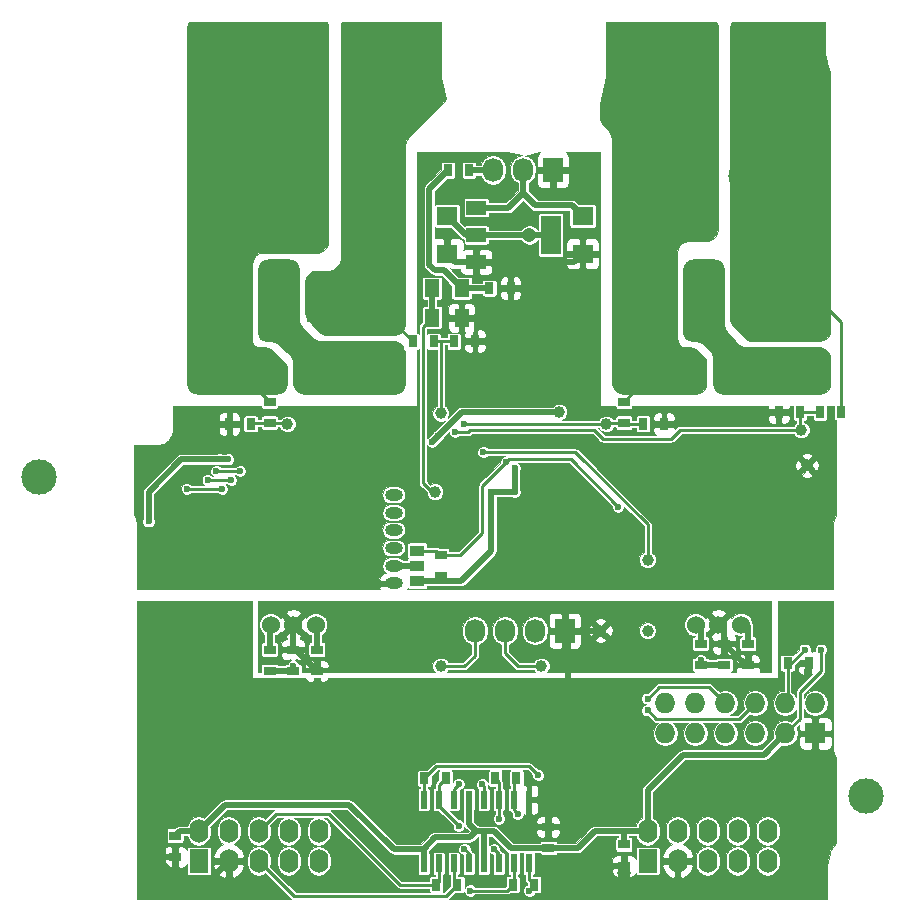
<source format=gbr>
G04 #@! TF.FileFunction,Copper,L2,Bot,Signal*
%FSLAX46Y46*%
G04 Gerber Fmt 4.6, Leading zero omitted, Abs format (unit mm)*
G04 Created by KiCad (PCBNEW 4.0.5) date 02/07/17 23:03:00*
%MOMM*%
%LPD*%
G01*
G04 APERTURE LIST*
%ADD10C,0.100000*%
%ADD11C,2.500000*%
%ADD12C,5.000000*%
%ADD13C,1.524000*%
%ADD14O,8.000000X3.500000*%
%ADD15R,1.000000X0.800000*%
%ADD16R,1.600000X2.000000*%
%ADD17O,1.600000X2.000000*%
%ADD18R,1.727200X2.032000*%
%ADD19O,1.727200X2.032000*%
%ADD20R,0.800000X1.000000*%
%ADD21R,1.727200X1.727200*%
%ADD22O,1.727200X1.727200*%
%ADD23O,1.524000X1.000000*%
%ADD24R,1.300000X1.500000*%
%ADD25R,1.700000X1.200000*%
%ADD26R,1.700000X3.300000*%
%ADD27R,1.270000X0.965200*%
%ADD28R,0.600000X1.500000*%
%ADD29R,1.800000X1.600000*%
%ADD30R,3.000000X6.500000*%
%ADD31R,6.451600X3.000000*%
%ADD32C,1.000000*%
%ADD33C,3.000000*%
%ADD34C,0.600000*%
%ADD35C,1.200000*%
%ADD36C,0.500000*%
%ADD37C,0.250000*%
%ADD38C,0.026000*%
G04 APERTURE END LIST*
D10*
D11*
X57500000Y-13500000D03*
X62580000Y-13500000D03*
D12*
X53690000Y-5880000D03*
X66390000Y-5880000D03*
D11*
X25500000Y-14000000D03*
X30580000Y-14000000D03*
D12*
X21690000Y-6380000D03*
X34390000Y-6380000D03*
D13*
X26410000Y-51500000D03*
X24500000Y-51500000D03*
X22590000Y-51500000D03*
D14*
X19500000Y-30100000D03*
X29500000Y-30100000D03*
D13*
X62410000Y-51500000D03*
X60500000Y-51500000D03*
X58590000Y-51500000D03*
D14*
X55500000Y-30100000D03*
X65500000Y-30100000D03*
D15*
X52500000Y-70100000D03*
X52500000Y-71900000D03*
X26500000Y-53600000D03*
X26500000Y-55400000D03*
X46100000Y-70400000D03*
X46100000Y-68600000D03*
X63000000Y-53100000D03*
X63000000Y-54900000D03*
X14500000Y-69350000D03*
X14500000Y-71150000D03*
X24500000Y-55400000D03*
X24500000Y-53600000D03*
X61000000Y-54900000D03*
X61000000Y-53100000D03*
D16*
X54500000Y-71500000D03*
D17*
X54500000Y-68960000D03*
X57040000Y-71500000D03*
X57040000Y-68960000D03*
X59580000Y-71500000D03*
X59580000Y-68960000D03*
X62120000Y-71500000D03*
X62120000Y-68960000D03*
X64660000Y-71500000D03*
X64660000Y-68960000D03*
D18*
X47500000Y-52000000D03*
D19*
X44960000Y-52000000D03*
X42420000Y-52000000D03*
X39880000Y-52000000D03*
D20*
X35600000Y-64500000D03*
X37400000Y-64500000D03*
X41600000Y-64500000D03*
X43400000Y-64500000D03*
X38400000Y-73500000D03*
X36600000Y-73500000D03*
X44900000Y-73500000D03*
X43100000Y-73500000D03*
D15*
X22500000Y-53600000D03*
X22500000Y-55400000D03*
X59000000Y-53100000D03*
X59000000Y-54900000D03*
D21*
X68700000Y-60700000D03*
D22*
X68700000Y-58160000D03*
X66160000Y-60700000D03*
X66160000Y-58160000D03*
X63620000Y-60700000D03*
X63620000Y-58160000D03*
X61080000Y-60700000D03*
X61080000Y-58160000D03*
X58540000Y-60700000D03*
X58540000Y-58160000D03*
X56000000Y-60700000D03*
X56000000Y-58160000D03*
D20*
X41100000Y-23000000D03*
X42900000Y-23000000D03*
D23*
X33000000Y-48000000D03*
X33000000Y-46500000D03*
X33000000Y-45000000D03*
X33000000Y-43500000D03*
X33000000Y-42000000D03*
X33000000Y-40500000D03*
D24*
X38750000Y-23000000D03*
X36250000Y-23000000D03*
X36250000Y-25500000D03*
X38750000Y-25500000D03*
D15*
X37000000Y-47400000D03*
X37000000Y-45600000D03*
D25*
X40000000Y-20800000D03*
X40000000Y-18500000D03*
X40000000Y-16200000D03*
D26*
X46300000Y-18500000D03*
D27*
X35000000Y-45230000D03*
X35000000Y-46500000D03*
X35000000Y-47770000D03*
D28*
X35555000Y-66300000D03*
X36825000Y-66300000D03*
X38095000Y-66300000D03*
X39365000Y-66300000D03*
X40635000Y-66300000D03*
X41905000Y-66300000D03*
X43175000Y-66300000D03*
X44445000Y-66300000D03*
X44445000Y-71700000D03*
X43175000Y-71700000D03*
X41905000Y-71700000D03*
X40635000Y-71700000D03*
X39365000Y-71700000D03*
X38095000Y-71700000D03*
X36825000Y-71700000D03*
X35555000Y-71700000D03*
D20*
X66350000Y-54750000D03*
X68150000Y-54750000D03*
D29*
X49000000Y-16900000D03*
X49000000Y-20100000D03*
X37500000Y-16900000D03*
X37500000Y-20100000D03*
D16*
X16500000Y-71500000D03*
D17*
X16500000Y-68960000D03*
X19040000Y-71500000D03*
X19040000Y-68960000D03*
X21580000Y-71500000D03*
X21580000Y-68960000D03*
X24120000Y-71500000D03*
X24120000Y-68960000D03*
X26660000Y-71500000D03*
X26660000Y-68960000D03*
D20*
X39400000Y-13000000D03*
X37600000Y-13000000D03*
D30*
X23200000Y-24000000D03*
D31*
X28900000Y-24400000D03*
D30*
X59200000Y-24000000D03*
D31*
X64900000Y-24400000D03*
D18*
X46500000Y-13000000D03*
D19*
X43960000Y-13000000D03*
X41420000Y-13000000D03*
D20*
X36400000Y-27500000D03*
X34600000Y-27500000D03*
D15*
X22500000Y-34400000D03*
X22500000Y-32600000D03*
X52500000Y-34400000D03*
X52500000Y-32600000D03*
D20*
X69100000Y-33500000D03*
X70900000Y-33500000D03*
X39900000Y-27500000D03*
X38100000Y-27500000D03*
X19100000Y-34500000D03*
X20900000Y-34500000D03*
X55900000Y-34500000D03*
X54100000Y-34500000D03*
X65600000Y-33500000D03*
X67400000Y-33500000D03*
D32*
X50500000Y-52000000D03*
X54500000Y-52000000D03*
X45500000Y-55000000D03*
X37000000Y-55000000D03*
X24000000Y-34500000D03*
X37000000Y-33600000D03*
X54500000Y-46000000D03*
X67500000Y-35000000D03*
X36500000Y-40250000D03*
X47000000Y-33500000D03*
X68000000Y-38000000D03*
X51000000Y-34500000D03*
D33*
X3000000Y-39000000D03*
X73000000Y-66000000D03*
D34*
X34500000Y-71500000D03*
X33250000Y-69500000D03*
X27000000Y-73250000D03*
X25000000Y-73750000D03*
X44500000Y-54000000D03*
X25000000Y-50000000D03*
X24000000Y-50000000D03*
X23000000Y-50000000D03*
X22000000Y-50000000D03*
X60000000Y-50000000D03*
X61000000Y-50000000D03*
X62000000Y-50000000D03*
X63000000Y-50000000D03*
X64000000Y-50000000D03*
X45000000Y-50000000D03*
X46000000Y-50000000D03*
X47000000Y-50000000D03*
X48000000Y-50000000D03*
X49000000Y-50000000D03*
X50000000Y-50000000D03*
X51000000Y-50000000D03*
X52000000Y-50000000D03*
X53000000Y-50000000D03*
X54000000Y-50000000D03*
X55000000Y-50000000D03*
X56000000Y-50000000D03*
X57000000Y-50000000D03*
X58000000Y-50000000D03*
X59000000Y-50000000D03*
X44000000Y-50000000D03*
X43000000Y-50000000D03*
X42000000Y-50000000D03*
X41000000Y-50000000D03*
X40000000Y-50000000D03*
X39000000Y-50000000D03*
X38000000Y-50000000D03*
X37000000Y-50000000D03*
X36000000Y-50000000D03*
X35000000Y-50000000D03*
X34000000Y-50000000D03*
X33000000Y-50000000D03*
X32000000Y-50000000D03*
X31000000Y-50000000D03*
X30000000Y-50000000D03*
X29000000Y-50000000D03*
X28000000Y-50000000D03*
X27000000Y-50000000D03*
X26000000Y-50000000D03*
X20750000Y-56500000D03*
X47750000Y-56500000D03*
X52500000Y-56500000D03*
X68000000Y-55500000D03*
D35*
X52500000Y-72500000D03*
X47750000Y-64500000D03*
X47750000Y-68750000D03*
D34*
X69200000Y-53600000D03*
X41905000Y-67905000D03*
X43500000Y-67500000D03*
X38500000Y-68500000D03*
X45250000Y-64250000D03*
X39500000Y-74000000D03*
X44500000Y-74000000D03*
X59000000Y-54500000D03*
X24500000Y-55000000D03*
X38500000Y-65000000D03*
X54500000Y-58750000D03*
X40500000Y-65000000D03*
X54500000Y-57750000D03*
X41500000Y-70500000D03*
X39000000Y-70500000D03*
X67800000Y-53600000D03*
X36250000Y-32000000D03*
X41500000Y-17500000D03*
X37500000Y-15500000D03*
X37500000Y-18500000D03*
X45500000Y-24250000D03*
X45500000Y-21750000D03*
X68000000Y-48000000D03*
X69000000Y-48000000D03*
X56000000Y-48000000D03*
X57000000Y-48000000D03*
X58000000Y-48000000D03*
X59000000Y-48000000D03*
X60000000Y-48000000D03*
X61000000Y-48000000D03*
X62000000Y-48000000D03*
X63000000Y-48000000D03*
X64000000Y-48000000D03*
X65000000Y-48000000D03*
X66000000Y-48000000D03*
X67000000Y-48000000D03*
X55000000Y-48000000D03*
X46000000Y-48000000D03*
X47000000Y-48000000D03*
X48000000Y-48000000D03*
X49000000Y-48000000D03*
X50000000Y-48000000D03*
X51000000Y-48000000D03*
X52000000Y-48000000D03*
X53000000Y-48000000D03*
X54000000Y-48000000D03*
X40000000Y-48000000D03*
X41000000Y-48000000D03*
X42000000Y-48000000D03*
X43000000Y-48000000D03*
X44000000Y-48000000D03*
X45000000Y-48000000D03*
X30000000Y-48000000D03*
X31000000Y-48000000D03*
X21000000Y-48000000D03*
X22000000Y-48000000D03*
X23000000Y-48000000D03*
X24000000Y-48000000D03*
X25000000Y-48000000D03*
X26000000Y-48000000D03*
X27000000Y-48000000D03*
X28000000Y-48000000D03*
X29000000Y-48000000D03*
X13000000Y-48000000D03*
X14000000Y-48000000D03*
X15000000Y-48000000D03*
X16000000Y-48000000D03*
X17000000Y-48000000D03*
X18000000Y-48000000D03*
X19000000Y-48000000D03*
X20000000Y-48000000D03*
X12000000Y-48000000D03*
X40500000Y-38750000D03*
X42250000Y-41750000D03*
X44250000Y-39750000D03*
D35*
X48750000Y-33500000D03*
D34*
X48250000Y-25000000D03*
X43000000Y-29000000D03*
X18500000Y-34500000D03*
X36750000Y-35500000D03*
X18250000Y-37500000D03*
X19000000Y-37500000D03*
X12250000Y-42750000D03*
X36250000Y-36000000D03*
D35*
X44500000Y-18500000D03*
D34*
X41250000Y-42250000D03*
X41250000Y-40250000D03*
X43250000Y-40250000D03*
X43250000Y-38250000D03*
X42500000Y-37750000D03*
X52000000Y-41500000D03*
X40600000Y-36900000D03*
X18000000Y-38500000D03*
X20000000Y-38500000D03*
X17250000Y-39250000D03*
X19250000Y-39250000D03*
X18500000Y-40000000D03*
X15500000Y-40000000D03*
X39000000Y-34500000D03*
X38200000Y-35200000D03*
D36*
X26410000Y-51500000D02*
X26500000Y-51590000D01*
X26500000Y-51590000D02*
X26500000Y-53600000D01*
X63000000Y-51590000D02*
X63000000Y-53100000D01*
X62910000Y-51500000D02*
X63000000Y-51590000D01*
D37*
X32500000Y-65750000D02*
X32500000Y-68750000D01*
X32500000Y-68750000D02*
X33250000Y-69500000D01*
X25500000Y-73250000D02*
X27000000Y-73250000D01*
X25000000Y-73750000D02*
X25500000Y-73250000D01*
X47750000Y-54000000D02*
X44500000Y-54000000D01*
X25000000Y-50000000D02*
X24000000Y-50000000D01*
X23000000Y-50000000D02*
X22000000Y-50000000D01*
X59000000Y-50000000D02*
X60000000Y-50000000D01*
X61000000Y-50000000D02*
X62000000Y-50000000D01*
X63000000Y-50000000D02*
X64000000Y-50000000D01*
X45000000Y-50000000D02*
X46000000Y-50000000D01*
X47000000Y-50000000D02*
X48000000Y-50000000D01*
X49000000Y-50000000D02*
X50000000Y-50000000D01*
X51000000Y-50000000D02*
X52000000Y-50000000D01*
X53000000Y-50000000D02*
X54000000Y-50000000D01*
X55000000Y-50000000D02*
X56000000Y-50000000D01*
X57000000Y-50000000D02*
X58000000Y-50000000D01*
X42000000Y-50000000D02*
X43000000Y-50000000D01*
X40000000Y-50000000D02*
X41000000Y-50000000D01*
X38000000Y-50000000D02*
X39000000Y-50000000D01*
X36000000Y-50000000D02*
X37000000Y-50000000D01*
X34000000Y-50000000D02*
X35000000Y-50000000D01*
X32000000Y-50000000D02*
X33000000Y-50000000D01*
X30000000Y-50000000D02*
X31000000Y-50000000D01*
X28000000Y-50000000D02*
X29000000Y-50000000D01*
X26000000Y-50000000D02*
X27000000Y-50000000D01*
X47750000Y-56500000D02*
X20750000Y-56500000D01*
D36*
X47750000Y-64500000D02*
X47750000Y-56500000D01*
X47750000Y-56500000D02*
X47750000Y-54000000D01*
X47750000Y-54000000D02*
X47750000Y-52250000D01*
X47750000Y-52250000D02*
X47500000Y-52000000D01*
D37*
X68150000Y-54750000D02*
X68000000Y-54900000D01*
X68000000Y-54900000D02*
X68000000Y-55500000D01*
D36*
X26500000Y-55400000D02*
X24700000Y-53600000D01*
X24700000Y-53600000D02*
X24500000Y-53600000D01*
X24500000Y-51500000D02*
X24500000Y-53600000D01*
X50500000Y-52000000D02*
X47500000Y-52000000D01*
X61000000Y-53100000D02*
X62800000Y-54900000D01*
X62800000Y-54900000D02*
X63000000Y-54900000D01*
X61000000Y-51500000D02*
X61000000Y-53100000D01*
X14500000Y-71150000D02*
X14500000Y-72750000D01*
X14500000Y-72750000D02*
X14500000Y-72500000D01*
X14500000Y-72500000D02*
X14500000Y-72750000D01*
X52500000Y-72500000D02*
X52500000Y-71900000D01*
X47750000Y-64500000D02*
X47750000Y-68750000D01*
X19040000Y-71500000D02*
X17290000Y-73250000D01*
X17290000Y-73250000D02*
X15000000Y-73250000D01*
X15000000Y-73250000D02*
X14500000Y-72750000D01*
X14500000Y-72750000D02*
X13500000Y-71750000D01*
X13500000Y-71750000D02*
X13500000Y-68250000D01*
X13500000Y-68250000D02*
X16000000Y-65750000D01*
X16000000Y-65750000D02*
X32500000Y-65750000D01*
X32500000Y-65750000D02*
X35750000Y-62500000D01*
X35750000Y-62500000D02*
X45750000Y-62500000D01*
X45750000Y-62500000D02*
X47750000Y-64500000D01*
X47600000Y-68600000D02*
X46100000Y-68600000D01*
X47750000Y-68750000D02*
X47600000Y-68600000D01*
X44445000Y-66300000D02*
X44445000Y-67945000D01*
X45100000Y-68600000D02*
X46100000Y-68600000D01*
X44445000Y-67945000D02*
X45100000Y-68600000D01*
D37*
X66160000Y-60700000D02*
X67400000Y-59460000D01*
X67400000Y-59460000D02*
X67400000Y-57200000D01*
X67400000Y-57200000D02*
X69200000Y-55400000D01*
X69200000Y-55400000D02*
X69200000Y-53600000D01*
D36*
X14500000Y-69350000D02*
X14890000Y-68960000D01*
X14890000Y-68960000D02*
X16500000Y-68960000D01*
X52500000Y-70100000D02*
X52500000Y-68960000D01*
X52500000Y-68960000D02*
X52500000Y-69000000D01*
X52500000Y-69000000D02*
X52500000Y-68960000D01*
X54500000Y-68960000D02*
X54500000Y-65500000D01*
X57500000Y-62500000D02*
X64360000Y-62500000D01*
X54500000Y-65500000D02*
X57500000Y-62500000D01*
X64360000Y-62500000D02*
X66160000Y-60700000D01*
X46100000Y-70400000D02*
X48600000Y-70400000D01*
X50040000Y-68960000D02*
X52500000Y-68960000D01*
X52500000Y-68960000D02*
X54500000Y-68960000D01*
X48600000Y-70400000D02*
X50040000Y-68960000D01*
X35555000Y-70500000D02*
X33000000Y-70500000D01*
X18710000Y-66750000D02*
X16500000Y-68960000D01*
X29250000Y-66750000D02*
X18710000Y-66750000D01*
X33000000Y-70500000D02*
X29250000Y-66750000D01*
X40000000Y-69000000D02*
X39500000Y-69500000D01*
X35555000Y-70445000D02*
X35555000Y-70500000D01*
X35555000Y-70500000D02*
X35555000Y-71700000D01*
X36500000Y-69500000D02*
X35555000Y-70445000D01*
X39500000Y-69500000D02*
X36500000Y-69500000D01*
X40635000Y-71700000D02*
X40635000Y-69000000D01*
X40635000Y-69000000D02*
X40500000Y-69000000D01*
X46100000Y-70400000D02*
X42900000Y-70400000D01*
X39365000Y-68365000D02*
X39365000Y-66300000D01*
X40000000Y-69000000D02*
X39365000Y-68365000D01*
X41500000Y-69000000D02*
X40500000Y-69000000D01*
X40500000Y-69000000D02*
X40000000Y-69000000D01*
X42900000Y-70400000D02*
X41500000Y-69000000D01*
D37*
X41905000Y-66300000D02*
X41905000Y-67905000D01*
X41905000Y-66300000D02*
X41905000Y-64805000D01*
X41905000Y-64805000D02*
X41600000Y-64500000D01*
X43175000Y-66300000D02*
X43175000Y-67175000D01*
X43175000Y-67175000D02*
X43500000Y-67500000D01*
X43175000Y-66300000D02*
X43175000Y-64725000D01*
X43175000Y-64725000D02*
X43400000Y-64500000D01*
X36825000Y-66300000D02*
X36825000Y-66825000D01*
X36825000Y-66825000D02*
X38500000Y-68500000D01*
X36825000Y-66300000D02*
X36825000Y-65075000D01*
X36825000Y-65075000D02*
X37400000Y-64500000D01*
X35600000Y-64500000D02*
X36600000Y-63500000D01*
X36600000Y-63500000D02*
X44500000Y-63500000D01*
X44500000Y-63500000D02*
X45250000Y-64250000D01*
X35555000Y-66300000D02*
X35555000Y-64545000D01*
X35555000Y-64545000D02*
X35600000Y-64500000D01*
X21580000Y-71500000D02*
X24580000Y-74500000D01*
X37400000Y-74500000D02*
X38400000Y-73500000D01*
X24580000Y-74500000D02*
X37400000Y-74500000D01*
X38095000Y-71700000D02*
X38095000Y-73195000D01*
X38095000Y-73195000D02*
X38400000Y-73500000D01*
X36600000Y-73500000D02*
X33500000Y-73500000D01*
X23040000Y-67500000D02*
X21580000Y-68960000D01*
X27500000Y-67500000D02*
X23040000Y-67500000D01*
X33500000Y-73500000D02*
X27500000Y-67500000D01*
X36825000Y-71700000D02*
X36825000Y-73275000D01*
X36825000Y-73275000D02*
X36600000Y-73500000D01*
X43100000Y-73500000D02*
X42600000Y-74000000D01*
X42600000Y-74000000D02*
X39500000Y-74000000D01*
X43175000Y-71700000D02*
X43175000Y-73425000D01*
X43175000Y-73425000D02*
X43100000Y-73500000D01*
X44900000Y-73500000D02*
X44500000Y-73900000D01*
X44500000Y-73900000D02*
X44500000Y-74000000D01*
X44445000Y-71700000D02*
X44445000Y-73045000D01*
X44445000Y-73045000D02*
X44900000Y-73500000D01*
X59000000Y-54500000D02*
X59000000Y-54900000D01*
X58900000Y-55000000D02*
X59000000Y-54900000D01*
X42420000Y-52000000D02*
X42420000Y-53920000D01*
X42420000Y-53920000D02*
X43500000Y-55000000D01*
X43500000Y-55000000D02*
X45500000Y-55000000D01*
D36*
X59000000Y-54900000D02*
X61000000Y-54900000D01*
D37*
X37000000Y-55000000D02*
X39000000Y-55000000D01*
X39000000Y-55000000D02*
X39880000Y-54120000D01*
X39880000Y-54120000D02*
X39880000Y-52000000D01*
X24500000Y-55400000D02*
X24500000Y-55000000D01*
D36*
X22500000Y-55400000D02*
X24500000Y-55400000D01*
D37*
X38095000Y-65405000D02*
X38500000Y-65000000D01*
X38095000Y-65405000D02*
X38095000Y-66300000D01*
X63620000Y-58160000D02*
X62280000Y-59500000D01*
X62280000Y-59500000D02*
X55250000Y-59500000D01*
X55250000Y-59500000D02*
X54500000Y-58750000D01*
X40635000Y-65135000D02*
X40500000Y-65000000D01*
X40635000Y-65135000D02*
X40635000Y-66300000D01*
X61080000Y-58160000D02*
X59670000Y-56750000D01*
X59670000Y-56750000D02*
X55500000Y-56750000D01*
X55500000Y-56750000D02*
X54500000Y-57750000D01*
X41905000Y-71700000D02*
X41905000Y-70905000D01*
X41905000Y-70905000D02*
X41500000Y-70500000D01*
X39365000Y-70865000D02*
X39000000Y-70500000D01*
X39365000Y-71700000D02*
X39365000Y-70865000D01*
D36*
X22590000Y-51500000D02*
X22500000Y-51590000D01*
X22500000Y-51590000D02*
X22500000Y-53600000D01*
X59090000Y-51500000D02*
X59000000Y-51590000D01*
X59000000Y-51590000D02*
X59000000Y-53100000D01*
D37*
X67800000Y-53600000D02*
X66650000Y-54750000D01*
X66650000Y-54750000D02*
X66350000Y-54750000D01*
X66160000Y-58160000D02*
X66350000Y-57970000D01*
X66350000Y-57970000D02*
X66350000Y-54750000D01*
X37500000Y-20100000D02*
X37500000Y-18500000D01*
X45250000Y-20800000D02*
X45250000Y-21500000D01*
X45250000Y-21500000D02*
X45500000Y-21750000D01*
X68000000Y-48000000D02*
X69000000Y-48000000D01*
X56000000Y-48000000D02*
X57000000Y-48000000D01*
X58000000Y-48000000D02*
X59000000Y-48000000D01*
X60000000Y-48000000D02*
X61000000Y-48000000D01*
X62000000Y-48000000D02*
X63000000Y-48000000D01*
X64000000Y-48000000D02*
X65000000Y-48000000D01*
X66000000Y-48000000D02*
X67000000Y-48000000D01*
X54000000Y-48000000D02*
X55000000Y-48000000D01*
X46000000Y-48000000D02*
X47000000Y-48000000D01*
X48000000Y-48000000D02*
X49000000Y-48000000D01*
X50000000Y-48000000D02*
X51000000Y-48000000D01*
X52000000Y-48000000D02*
X53000000Y-48000000D01*
X40000000Y-48000000D02*
X41000000Y-48000000D01*
X42000000Y-48000000D02*
X43000000Y-48000000D01*
X44000000Y-48000000D02*
X45000000Y-48000000D01*
X30000000Y-48000000D02*
X31000000Y-48000000D01*
X20000000Y-48000000D02*
X21000000Y-48000000D01*
X22000000Y-48000000D02*
X23000000Y-48000000D01*
X24000000Y-48000000D02*
X25000000Y-48000000D01*
X26000000Y-48000000D02*
X27000000Y-48000000D01*
X28000000Y-48000000D02*
X29000000Y-48000000D01*
X12000000Y-48000000D02*
X13000000Y-48000000D01*
X14000000Y-48000000D02*
X15000000Y-48000000D01*
X16000000Y-48000000D02*
X17000000Y-48000000D01*
X18000000Y-48000000D02*
X19000000Y-48000000D01*
X55900000Y-34500000D02*
X59500000Y-34500000D01*
X59500000Y-34500000D02*
X60500000Y-33500000D01*
X60500000Y-33500000D02*
X65600000Y-33500000D01*
D36*
X42900000Y-24500000D02*
X48750000Y-30350000D01*
X48750000Y-30350000D02*
X48750000Y-33500000D01*
D37*
X48250000Y-25000000D02*
X44500000Y-25000000D01*
X44500000Y-25000000D02*
X43000000Y-26500000D01*
X40000000Y-25500000D02*
X39900000Y-25600000D01*
X39900000Y-25600000D02*
X39900000Y-27500000D01*
X43000000Y-29000000D02*
X43000000Y-26500000D01*
X43000000Y-26500000D02*
X42000000Y-25500000D01*
D36*
X42900000Y-23000000D02*
X42900000Y-24500000D01*
X42900000Y-24500000D02*
X42900000Y-24600000D01*
X42000000Y-25500000D02*
X40000000Y-25500000D01*
X40000000Y-25500000D02*
X38750000Y-25500000D01*
X42900000Y-24600000D02*
X42000000Y-25500000D01*
X42900000Y-23000000D02*
X42900000Y-20800000D01*
X43000000Y-21000000D02*
X43000000Y-20800000D01*
X43000000Y-20900000D02*
X43000000Y-21000000D01*
X42900000Y-20800000D02*
X43000000Y-20900000D01*
D37*
X19100000Y-34500000D02*
X18500000Y-34500000D01*
D36*
X37500000Y-20100000D02*
X38200000Y-20800000D01*
X38200000Y-20800000D02*
X40000000Y-20800000D01*
X40000000Y-20800000D02*
X42000000Y-20800000D01*
X42000000Y-20800000D02*
X43000000Y-20800000D01*
X43000000Y-20800000D02*
X45250000Y-20800000D01*
X45250000Y-20800000D02*
X48300000Y-20800000D01*
X48300000Y-20800000D02*
X49000000Y-20100000D01*
X41100000Y-23000000D02*
X38750000Y-23000000D01*
X37600000Y-13000000D02*
X36000000Y-14600000D01*
X37250000Y-21500000D02*
X38750000Y-23000000D01*
X36500000Y-21500000D02*
X37250000Y-21500000D01*
X36000000Y-21000000D02*
X36500000Y-21500000D01*
X36000000Y-14600000D02*
X36000000Y-21000000D01*
X40000000Y-16200000D02*
X42720000Y-16200000D01*
X42720000Y-16200000D02*
X43960000Y-14960000D01*
X49000000Y-16900000D02*
X48100000Y-16000000D01*
X43960000Y-14960000D02*
X43960000Y-13000000D01*
X45000000Y-16000000D02*
X43960000Y-14960000D01*
X48100000Y-16000000D02*
X45000000Y-16000000D01*
X18250000Y-37500000D02*
X15000000Y-37500000D01*
X15000000Y-37500000D02*
X12250000Y-40250000D01*
X19000000Y-37500000D02*
X18250000Y-37500000D01*
X12250000Y-42750000D02*
X12250000Y-40250000D01*
X36250000Y-36000000D02*
X36750000Y-35500000D01*
X36750000Y-35500000D02*
X38750000Y-33500000D01*
X38750000Y-33500000D02*
X47000000Y-33500000D01*
D37*
X46750000Y-33750000D02*
X47000000Y-33500000D01*
X35000000Y-47770000D02*
X36630000Y-47770000D01*
X36630000Y-47770000D02*
X37000000Y-47400000D01*
D36*
X41250000Y-42250000D02*
X41250000Y-45250000D01*
X38730000Y-47770000D02*
X35000000Y-47770000D01*
X41250000Y-45250000D02*
X38730000Y-47770000D01*
X41250000Y-40250000D02*
X41250000Y-42250000D01*
X43250000Y-40250000D02*
X41250000Y-40250000D01*
X43250000Y-38250000D02*
X43250000Y-40250000D01*
X40000000Y-18500000D02*
X44500000Y-18500000D01*
X44500000Y-18500000D02*
X46300000Y-18500000D01*
X37500000Y-16900000D02*
X39100000Y-18500000D01*
X39100000Y-18500000D02*
X40000000Y-18500000D01*
X41420000Y-13000000D02*
X39400000Y-13000000D01*
X33000000Y-46500000D02*
X35000000Y-46500000D01*
D37*
X36500000Y-40500000D02*
X35500000Y-39500000D01*
X35500000Y-39500000D02*
X35500000Y-26250000D01*
X35500000Y-26250000D02*
X36250000Y-25500000D01*
X36250000Y-25500000D02*
X35500000Y-26250000D01*
D36*
X36250000Y-23000000D02*
X36250000Y-25500000D01*
D37*
X42500000Y-37750000D02*
X40500000Y-39750000D01*
X40500000Y-39750000D02*
X40500000Y-43750000D01*
X40500000Y-43750000D02*
X38650000Y-45600000D01*
X38650000Y-45600000D02*
X37000000Y-45600000D01*
X42500000Y-37750000D02*
X42750000Y-37500000D01*
X42750000Y-37500000D02*
X48000000Y-37500000D01*
X35000000Y-45230000D02*
X36630000Y-45230000D01*
X36630000Y-45230000D02*
X37000000Y-45600000D01*
X52000000Y-41500000D02*
X48000000Y-37500000D01*
X54500000Y-46000000D02*
X54500000Y-43000000D01*
X54500000Y-43000000D02*
X48400000Y-36900000D01*
X48400000Y-36900000D02*
X40600000Y-36900000D01*
X20000000Y-38500000D02*
X18000000Y-38500000D01*
X19250000Y-39250000D02*
X17250000Y-39250000D01*
X15500000Y-40000000D02*
X18500000Y-40000000D01*
X22500000Y-32600000D02*
X20000000Y-30100000D01*
X20000000Y-30100000D02*
X19500000Y-30100000D01*
X28900000Y-24400000D02*
X31500000Y-24400000D01*
X31500000Y-24400000D02*
X34600000Y-27500000D01*
X52500000Y-32600000D02*
X55000000Y-30100000D01*
X55000000Y-30100000D02*
X55500000Y-30100000D01*
X64900000Y-24400000D02*
X69400000Y-24400000D01*
X70900000Y-25900000D02*
X70900000Y-33500000D01*
X69400000Y-24400000D02*
X70900000Y-25900000D01*
X37000000Y-33600000D02*
X37000000Y-27500000D01*
X37000000Y-27500000D02*
X37000000Y-27600000D01*
X37000000Y-27600000D02*
X37000000Y-27500000D01*
X36400000Y-27500000D02*
X37000000Y-27500000D01*
X37000000Y-27500000D02*
X38100000Y-27500000D01*
X22500000Y-34400000D02*
X23900000Y-34400000D01*
X23900000Y-34400000D02*
X24000000Y-34500000D01*
X20900000Y-34500000D02*
X21000000Y-34400000D01*
X21000000Y-34400000D02*
X22500000Y-34400000D01*
X51000000Y-34500000D02*
X39000000Y-34500000D01*
X51000000Y-34500000D02*
X39000000Y-34500000D01*
X52500000Y-34400000D02*
X52600000Y-34500000D01*
X52600000Y-34500000D02*
X54100000Y-34500000D01*
X51000000Y-34500000D02*
X51100000Y-34400000D01*
X51100000Y-34400000D02*
X52500000Y-34400000D01*
X38200000Y-35200000D02*
X39300000Y-35200000D01*
X39300000Y-35200000D02*
X39500000Y-35000000D01*
X50000000Y-35000000D02*
X50750000Y-35750000D01*
X39500000Y-35000000D02*
X50000000Y-35000000D01*
X67500000Y-35000000D02*
X57250000Y-35000000D01*
X57250000Y-35000000D02*
X56500000Y-35750000D01*
X50750000Y-35750000D02*
X56500000Y-35750000D01*
X67400000Y-33500000D02*
X67400000Y-34900000D01*
X67400000Y-34900000D02*
X67500000Y-35000000D01*
X67400000Y-33500000D02*
X69100000Y-33500000D01*
D38*
G36*
X20987000Y-56000000D02*
X20988024Y-56005058D01*
X20990935Y-56009319D01*
X20995275Y-56012111D01*
X21000000Y-56013000D01*
X21979398Y-56013000D01*
X22000000Y-56017172D01*
X23000000Y-56017172D01*
X23022173Y-56013000D01*
X23979398Y-56013000D01*
X24000000Y-56017172D01*
X25000000Y-56017172D01*
X25022173Y-56013000D01*
X25524301Y-56013000D01*
X25558317Y-56095122D01*
X25704877Y-56241682D01*
X25896366Y-56321000D01*
X26128750Y-56321000D01*
X26259000Y-56190750D01*
X26259000Y-56013000D01*
X26741000Y-56013000D01*
X26741000Y-56190750D01*
X26871250Y-56321000D01*
X27103634Y-56321000D01*
X27295123Y-56241682D01*
X27441683Y-56095122D01*
X27475699Y-56013000D01*
X65500000Y-56013000D01*
X65505058Y-56011976D01*
X65509319Y-56009065D01*
X65512111Y-56004725D01*
X65513000Y-56000000D01*
X65513000Y-49513000D01*
X70212000Y-49513000D01*
X70212000Y-62000000D01*
X70217534Y-62027821D01*
X70217534Y-62056186D01*
X70293654Y-62438869D01*
X70336657Y-62542687D01*
X70487000Y-62767691D01*
X70487000Y-69946485D01*
X69988900Y-70691943D01*
X69988898Y-70691945D01*
X69945895Y-70795764D01*
X69717534Y-71943814D01*
X69717534Y-71972179D01*
X69712000Y-72000000D01*
X69712000Y-74712000D01*
X37666004Y-74712000D01*
X38160832Y-74217172D01*
X38800000Y-74217172D01*
X38878933Y-74202320D01*
X38951428Y-74155671D01*
X38987463Y-74102931D01*
X39064846Y-74290211D01*
X39209030Y-74434646D01*
X39397510Y-74512910D01*
X39601594Y-74513089D01*
X39790211Y-74435154D01*
X39887534Y-74338000D01*
X42600000Y-74338000D01*
X42729347Y-74312271D01*
X42839002Y-74239002D01*
X42860832Y-74217172D01*
X43500000Y-74217172D01*
X43578933Y-74202320D01*
X43651428Y-74155671D01*
X43700062Y-74084492D01*
X43717172Y-74000000D01*
X43717172Y-73000000D01*
X43702320Y-72921067D01*
X43655671Y-72848572D01*
X43584492Y-72799938D01*
X43513000Y-72785461D01*
X43513000Y-72660022D01*
X43553933Y-72652320D01*
X43626428Y-72605671D01*
X43675062Y-72534492D01*
X43692172Y-72450000D01*
X43692172Y-70950000D01*
X43677320Y-70871067D01*
X43672129Y-70863000D01*
X43946652Y-70863000D01*
X43944938Y-70865508D01*
X43927828Y-70950000D01*
X43927828Y-72450000D01*
X43942680Y-72528933D01*
X43989329Y-72601428D01*
X44060508Y-72650062D01*
X44107000Y-72659477D01*
X44107000Y-73045000D01*
X44132729Y-73174347D01*
X44205998Y-73284002D01*
X44282828Y-73360832D01*
X44282828Y-73534667D01*
X44209789Y-73564846D01*
X44065354Y-73709030D01*
X43987090Y-73897510D01*
X43986911Y-74101594D01*
X44064846Y-74290211D01*
X44209030Y-74434646D01*
X44397510Y-74512910D01*
X44601594Y-74513089D01*
X44790211Y-74435154D01*
X44934646Y-74290970D01*
X44965290Y-74217172D01*
X45300000Y-74217172D01*
X45378933Y-74202320D01*
X45451428Y-74155671D01*
X45500062Y-74084492D01*
X45517172Y-74000000D01*
X45517172Y-73000000D01*
X45502320Y-72921067D01*
X45455671Y-72848572D01*
X45384492Y-72799938D01*
X45300000Y-72782828D01*
X44783000Y-72782828D01*
X44783000Y-72660022D01*
X44823933Y-72652320D01*
X44896428Y-72605671D01*
X44945062Y-72534492D01*
X44962172Y-72450000D01*
X44962172Y-72230250D01*
X51479000Y-72230250D01*
X51479000Y-72403633D01*
X51558317Y-72595122D01*
X51704877Y-72741682D01*
X51896366Y-72821000D01*
X52128750Y-72821000D01*
X52259000Y-72690750D01*
X52259000Y-72100000D01*
X51609250Y-72100000D01*
X51479000Y-72230250D01*
X44962172Y-72230250D01*
X44962172Y-71396367D01*
X51479000Y-71396367D01*
X51479000Y-71569750D01*
X51609250Y-71700000D01*
X52259000Y-71700000D01*
X52259000Y-71109250D01*
X52741000Y-71109250D01*
X52741000Y-71700000D01*
X52761000Y-71700000D01*
X52761000Y-72100000D01*
X52741000Y-72100000D01*
X52741000Y-72690750D01*
X52871250Y-72821000D01*
X53103634Y-72821000D01*
X53295123Y-72741682D01*
X53441683Y-72595122D01*
X53482828Y-72495789D01*
X53482828Y-72500000D01*
X53497680Y-72578933D01*
X53544329Y-72651428D01*
X53615508Y-72700062D01*
X53700000Y-72717172D01*
X55300000Y-72717172D01*
X55378933Y-72702320D01*
X55451428Y-72655671D01*
X55500062Y-72584492D01*
X55517172Y-72500000D01*
X55517172Y-71946560D01*
X55745373Y-71946560D01*
X55938275Y-72423224D01*
X56298905Y-72789784D01*
X56598785Y-72945139D01*
X56799000Y-72866107D01*
X56799000Y-71741000D01*
X57281000Y-71741000D01*
X57281000Y-72866107D01*
X57481215Y-72945139D01*
X57781095Y-72789784D01*
X58141725Y-72423224D01*
X58334627Y-71946560D01*
X58227008Y-71741000D01*
X57281000Y-71741000D01*
X56799000Y-71741000D01*
X55852992Y-71741000D01*
X55745373Y-71946560D01*
X55517172Y-71946560D01*
X55517172Y-71276236D01*
X58567000Y-71276236D01*
X58567000Y-71723764D01*
X58644110Y-72111422D01*
X58863701Y-72440063D01*
X59192342Y-72659654D01*
X59580000Y-72736764D01*
X59967658Y-72659654D01*
X60296299Y-72440063D01*
X60515890Y-72111422D01*
X60593000Y-71723764D01*
X60593000Y-71276236D01*
X61107000Y-71276236D01*
X61107000Y-71723764D01*
X61184110Y-72111422D01*
X61403701Y-72440063D01*
X61732342Y-72659654D01*
X62120000Y-72736764D01*
X62507658Y-72659654D01*
X62836299Y-72440063D01*
X63055890Y-72111422D01*
X63133000Y-71723764D01*
X63133000Y-71276236D01*
X63647000Y-71276236D01*
X63647000Y-71723764D01*
X63724110Y-72111422D01*
X63943701Y-72440063D01*
X64272342Y-72659654D01*
X64660000Y-72736764D01*
X65047658Y-72659654D01*
X65376299Y-72440063D01*
X65595890Y-72111422D01*
X65673000Y-71723764D01*
X65673000Y-71276236D01*
X65595890Y-70888578D01*
X65376299Y-70559937D01*
X65047658Y-70340346D01*
X64660000Y-70263236D01*
X64272342Y-70340346D01*
X63943701Y-70559937D01*
X63724110Y-70888578D01*
X63647000Y-71276236D01*
X63133000Y-71276236D01*
X63055890Y-70888578D01*
X62836299Y-70559937D01*
X62507658Y-70340346D01*
X62120000Y-70263236D01*
X61732342Y-70340346D01*
X61403701Y-70559937D01*
X61184110Y-70888578D01*
X61107000Y-71276236D01*
X60593000Y-71276236D01*
X60515890Y-70888578D01*
X60296299Y-70559937D01*
X59967658Y-70340346D01*
X59580000Y-70263236D01*
X59192342Y-70340346D01*
X58863701Y-70559937D01*
X58644110Y-70888578D01*
X58567000Y-71276236D01*
X55517172Y-71276236D01*
X55517172Y-71053440D01*
X55745373Y-71053440D01*
X55852992Y-71259000D01*
X56799000Y-71259000D01*
X56799000Y-71239000D01*
X57281000Y-71239000D01*
X57281000Y-71259000D01*
X58227008Y-71259000D01*
X58334627Y-71053440D01*
X58141725Y-70576776D01*
X57781095Y-70210216D01*
X57505668Y-70067529D01*
X57756299Y-69900063D01*
X57975890Y-69571422D01*
X58053000Y-69183764D01*
X58053000Y-68736236D01*
X58567000Y-68736236D01*
X58567000Y-69183764D01*
X58644110Y-69571422D01*
X58863701Y-69900063D01*
X59192342Y-70119654D01*
X59580000Y-70196764D01*
X59967658Y-70119654D01*
X60296299Y-69900063D01*
X60515890Y-69571422D01*
X60593000Y-69183764D01*
X60593000Y-68736236D01*
X61107000Y-68736236D01*
X61107000Y-69183764D01*
X61184110Y-69571422D01*
X61403701Y-69900063D01*
X61732342Y-70119654D01*
X62120000Y-70196764D01*
X62507658Y-70119654D01*
X62836299Y-69900063D01*
X63055890Y-69571422D01*
X63133000Y-69183764D01*
X63133000Y-68736236D01*
X63647000Y-68736236D01*
X63647000Y-69183764D01*
X63724110Y-69571422D01*
X63943701Y-69900063D01*
X64272342Y-70119654D01*
X64660000Y-70196764D01*
X65047658Y-70119654D01*
X65376299Y-69900063D01*
X65595890Y-69571422D01*
X65673000Y-69183764D01*
X65673000Y-68736236D01*
X65595890Y-68348578D01*
X65376299Y-68019937D01*
X65047658Y-67800346D01*
X64660000Y-67723236D01*
X64272342Y-67800346D01*
X63943701Y-68019937D01*
X63724110Y-68348578D01*
X63647000Y-68736236D01*
X63133000Y-68736236D01*
X63055890Y-68348578D01*
X62836299Y-68019937D01*
X62507658Y-67800346D01*
X62120000Y-67723236D01*
X61732342Y-67800346D01*
X61403701Y-68019937D01*
X61184110Y-68348578D01*
X61107000Y-68736236D01*
X60593000Y-68736236D01*
X60515890Y-68348578D01*
X60296299Y-68019937D01*
X59967658Y-67800346D01*
X59580000Y-67723236D01*
X59192342Y-67800346D01*
X58863701Y-68019937D01*
X58644110Y-68348578D01*
X58567000Y-68736236D01*
X58053000Y-68736236D01*
X57975890Y-68348578D01*
X57756299Y-68019937D01*
X57427658Y-67800346D01*
X57040000Y-67723236D01*
X56652342Y-67800346D01*
X56323701Y-68019937D01*
X56104110Y-68348578D01*
X56027000Y-68736236D01*
X56027000Y-69183764D01*
X56104110Y-69571422D01*
X56323701Y-69900063D01*
X56574332Y-70067529D01*
X56298905Y-70210216D01*
X55938275Y-70576776D01*
X55745373Y-71053440D01*
X55517172Y-71053440D01*
X55517172Y-70500000D01*
X55502320Y-70421067D01*
X55455671Y-70348572D01*
X55384492Y-70299938D01*
X55300000Y-70282828D01*
X53700000Y-70282828D01*
X53621067Y-70297680D01*
X53548572Y-70344329D01*
X53499938Y-70415508D01*
X53482828Y-70500000D01*
X53482828Y-71304211D01*
X53441683Y-71204878D01*
X53295123Y-71058318D01*
X53103634Y-70979000D01*
X52871250Y-70979000D01*
X52741000Y-71109250D01*
X52259000Y-71109250D01*
X52128750Y-70979000D01*
X51896366Y-70979000D01*
X51704877Y-71058318D01*
X51558317Y-71204878D01*
X51479000Y-71396367D01*
X44962172Y-71396367D01*
X44962172Y-70950000D01*
X44947320Y-70871067D01*
X44942129Y-70863000D01*
X45394682Y-70863000D01*
X45397680Y-70878933D01*
X45444329Y-70951428D01*
X45515508Y-71000062D01*
X45600000Y-71017172D01*
X46600000Y-71017172D01*
X46678933Y-71002320D01*
X46751428Y-70955671D01*
X46800062Y-70884492D01*
X46804414Y-70863000D01*
X48600000Y-70863000D01*
X48747786Y-70833603D01*
X48777183Y-70827756D01*
X48927390Y-70727390D01*
X50231781Y-69423000D01*
X52037000Y-69423000D01*
X52037000Y-69482828D01*
X52000000Y-69482828D01*
X51921067Y-69497680D01*
X51848572Y-69544329D01*
X51799938Y-69615508D01*
X51782828Y-69700000D01*
X51782828Y-70500000D01*
X51797680Y-70578933D01*
X51844329Y-70651428D01*
X51915508Y-70700062D01*
X52000000Y-70717172D01*
X53000000Y-70717172D01*
X53078933Y-70702320D01*
X53151428Y-70655671D01*
X53200062Y-70584492D01*
X53217172Y-70500000D01*
X53217172Y-69700000D01*
X53202320Y-69621067D01*
X53155671Y-69548572D01*
X53084492Y-69499938D01*
X53000000Y-69482828D01*
X52963000Y-69482828D01*
X52963000Y-69423000D01*
X53534587Y-69423000D01*
X53564110Y-69571422D01*
X53783701Y-69900063D01*
X54112342Y-70119654D01*
X54500000Y-70196764D01*
X54887658Y-70119654D01*
X55216299Y-69900063D01*
X55435890Y-69571422D01*
X55513000Y-69183764D01*
X55513000Y-68736236D01*
X55435890Y-68348578D01*
X55216299Y-68019937D01*
X54963000Y-67850688D01*
X54963000Y-65691780D01*
X57691781Y-62963000D01*
X64360000Y-62963000D01*
X64507786Y-62933603D01*
X64537183Y-62927756D01*
X64687390Y-62827390D01*
X65790572Y-61724208D01*
X66160000Y-61797692D01*
X66571997Y-61715741D01*
X66921271Y-61482363D01*
X67154649Y-61133089D01*
X67166949Y-61071250D01*
X67315400Y-61071250D01*
X67315400Y-61667233D01*
X67394717Y-61858722D01*
X67541277Y-62005282D01*
X67732766Y-62084600D01*
X68328750Y-62084600D01*
X68459000Y-61954350D01*
X68459000Y-60941000D01*
X68941000Y-60941000D01*
X68941000Y-61954350D01*
X69071250Y-62084600D01*
X69667234Y-62084600D01*
X69858723Y-62005282D01*
X70005283Y-61858722D01*
X70084600Y-61667233D01*
X70084600Y-61071250D01*
X69954350Y-60941000D01*
X68941000Y-60941000D01*
X68459000Y-60941000D01*
X67445650Y-60941000D01*
X67315400Y-61071250D01*
X67166949Y-61071250D01*
X67236600Y-60721092D01*
X67236600Y-60678908D01*
X67154649Y-60266911D01*
X67121181Y-60216823D01*
X67315400Y-60022604D01*
X67315400Y-60328750D01*
X67445650Y-60459000D01*
X68459000Y-60459000D01*
X68459000Y-59445650D01*
X68941000Y-59445650D01*
X68941000Y-60459000D01*
X69954350Y-60459000D01*
X70084600Y-60328750D01*
X70084600Y-59732767D01*
X70005283Y-59541278D01*
X69858723Y-59394718D01*
X69667234Y-59315400D01*
X69071250Y-59315400D01*
X68941000Y-59445650D01*
X68459000Y-59445650D01*
X68328750Y-59315400D01*
X67738000Y-59315400D01*
X67738000Y-58641952D01*
X67938729Y-58942363D01*
X68288003Y-59175741D01*
X68700000Y-59257692D01*
X69111997Y-59175741D01*
X69461271Y-58942363D01*
X69694649Y-58593089D01*
X69776600Y-58181092D01*
X69776600Y-58138908D01*
X69694649Y-57726911D01*
X69461271Y-57377637D01*
X69111997Y-57144259D01*
X68700000Y-57062308D01*
X68288003Y-57144259D01*
X67938729Y-57377637D01*
X67738000Y-57678048D01*
X67738000Y-57340004D01*
X69439002Y-55639002D01*
X69512271Y-55529347D01*
X69538000Y-55400000D01*
X69538000Y-53987448D01*
X69634646Y-53890970D01*
X69712910Y-53702490D01*
X69713089Y-53498406D01*
X69635154Y-53309789D01*
X69490970Y-53165354D01*
X69302490Y-53087090D01*
X69098406Y-53086911D01*
X68909789Y-53164846D01*
X68765354Y-53309030D01*
X68687090Y-53497510D01*
X68686911Y-53701594D01*
X68707445Y-53751289D01*
X68653633Y-53729000D01*
X68480250Y-53729000D01*
X68391002Y-53818248D01*
X68391002Y-53729000D01*
X68301902Y-53729000D01*
X68312910Y-53702490D01*
X68313089Y-53498406D01*
X68235154Y-53309789D01*
X68090970Y-53165354D01*
X67902490Y-53087090D01*
X67698406Y-53086911D01*
X67509789Y-53164846D01*
X67365354Y-53309030D01*
X67287090Y-53497510D01*
X67286969Y-53635027D01*
X66856809Y-54065187D01*
X66834492Y-54049938D01*
X66750000Y-54032828D01*
X65950000Y-54032828D01*
X65871067Y-54047680D01*
X65798572Y-54094329D01*
X65749938Y-54165508D01*
X65732828Y-54250000D01*
X65732828Y-55250000D01*
X65747680Y-55328933D01*
X65794329Y-55401428D01*
X65865508Y-55450062D01*
X65950000Y-55467172D01*
X66012000Y-55467172D01*
X66012000Y-57091747D01*
X65748003Y-57144259D01*
X65398729Y-57377637D01*
X65165351Y-57726911D01*
X65083400Y-58138908D01*
X65083400Y-58181092D01*
X65165351Y-58593089D01*
X65398729Y-58942363D01*
X65748003Y-59175741D01*
X66160000Y-59257692D01*
X66571997Y-59175741D01*
X66921271Y-58942363D01*
X67062000Y-58731748D01*
X67062000Y-59319996D01*
X66647373Y-59734623D01*
X66571997Y-59684259D01*
X66160000Y-59602308D01*
X65748003Y-59684259D01*
X65398729Y-59917637D01*
X65165351Y-60266911D01*
X65083400Y-60678908D01*
X65083400Y-60721092D01*
X65149885Y-61055335D01*
X64168220Y-62037000D01*
X57500000Y-62037000D01*
X57322818Y-62072244D01*
X57172610Y-62172609D01*
X54172610Y-65172610D01*
X54072244Y-65322817D01*
X54072244Y-65322818D01*
X54037000Y-65500000D01*
X54037000Y-67850688D01*
X53783701Y-68019937D01*
X53564110Y-68348578D01*
X53534587Y-68497000D01*
X50040000Y-68497000D01*
X49862818Y-68532244D01*
X49712610Y-68632609D01*
X48408220Y-69937000D01*
X46805318Y-69937000D01*
X46802320Y-69921067D01*
X46755671Y-69848572D01*
X46684492Y-69799938D01*
X46600000Y-69782828D01*
X45600000Y-69782828D01*
X45521067Y-69797680D01*
X45448572Y-69844329D01*
X45399938Y-69915508D01*
X45395586Y-69937000D01*
X43091780Y-69937000D01*
X42085030Y-68930250D01*
X45079000Y-68930250D01*
X45079000Y-69103633D01*
X45158317Y-69295122D01*
X45304877Y-69441682D01*
X45496366Y-69521000D01*
X45728750Y-69521000D01*
X45859000Y-69390750D01*
X45859000Y-68800000D01*
X46341000Y-68800000D01*
X46341000Y-69390750D01*
X46471250Y-69521000D01*
X46703634Y-69521000D01*
X46895123Y-69441682D01*
X47041683Y-69295122D01*
X47121000Y-69103633D01*
X47121000Y-68930250D01*
X46990750Y-68800000D01*
X46341000Y-68800000D01*
X45859000Y-68800000D01*
X45209250Y-68800000D01*
X45079000Y-68930250D01*
X42085030Y-68930250D01*
X41827390Y-68672610D01*
X41677183Y-68572244D01*
X41647786Y-68566397D01*
X41500000Y-68537000D01*
X40191781Y-68537000D01*
X39828000Y-68173220D01*
X39828000Y-67188735D01*
X39865062Y-67134492D01*
X39882172Y-67050000D01*
X39882172Y-65550000D01*
X39867320Y-65471067D01*
X39820671Y-65398572D01*
X39749492Y-65349938D01*
X39665000Y-65332828D01*
X39065000Y-65332828D01*
X38986067Y-65347680D01*
X38913572Y-65394329D01*
X38864938Y-65465508D01*
X38847828Y-65550000D01*
X38847828Y-67050000D01*
X38862680Y-67128933D01*
X38902000Y-67190038D01*
X38902000Y-68176577D01*
X38790970Y-68065354D01*
X38602490Y-67987090D01*
X38464973Y-67986969D01*
X37732524Y-67254520D01*
X37795000Y-67267172D01*
X38395000Y-67267172D01*
X38473933Y-67252320D01*
X38546428Y-67205671D01*
X38595062Y-67134492D01*
X38612172Y-67050000D01*
X38612172Y-65550000D01*
X38604965Y-65511696D01*
X38790211Y-65435154D01*
X38934646Y-65290970D01*
X39012910Y-65102490D01*
X39013089Y-64898406D01*
X38935154Y-64709789D01*
X38790970Y-64565354D01*
X38602490Y-64487090D01*
X38398406Y-64486911D01*
X38209789Y-64564846D01*
X38065354Y-64709030D01*
X38017172Y-64825065D01*
X38017172Y-64000000D01*
X38002320Y-63921067D01*
X37955671Y-63848572D01*
X37940198Y-63838000D01*
X41058408Y-63838000D01*
X41048572Y-63844329D01*
X40999938Y-63915508D01*
X40982828Y-64000000D01*
X40982828Y-64825169D01*
X40935154Y-64709789D01*
X40790970Y-64565354D01*
X40602490Y-64487090D01*
X40398406Y-64486911D01*
X40209789Y-64564846D01*
X40065354Y-64709030D01*
X39987090Y-64897510D01*
X39986911Y-65101594D01*
X40064846Y-65290211D01*
X40177563Y-65403124D01*
X40134938Y-65465508D01*
X40117828Y-65550000D01*
X40117828Y-67050000D01*
X40132680Y-67128933D01*
X40179329Y-67201428D01*
X40250508Y-67250062D01*
X40335000Y-67267172D01*
X40935000Y-67267172D01*
X41013933Y-67252320D01*
X41086428Y-67205671D01*
X41135062Y-67134492D01*
X41152172Y-67050000D01*
X41152172Y-65550000D01*
X41137320Y-65471067D01*
X41090671Y-65398572D01*
X41019492Y-65349938D01*
X40973000Y-65340523D01*
X40973000Y-65198604D01*
X41012882Y-65102558D01*
X41044329Y-65151428D01*
X41115508Y-65200062D01*
X41200000Y-65217172D01*
X41567000Y-65217172D01*
X41567000Y-65339978D01*
X41526067Y-65347680D01*
X41453572Y-65394329D01*
X41404938Y-65465508D01*
X41387828Y-65550000D01*
X41387828Y-67050000D01*
X41402680Y-67128933D01*
X41449329Y-67201428D01*
X41520508Y-67250062D01*
X41567000Y-67259477D01*
X41567000Y-67517552D01*
X41470354Y-67614030D01*
X41392090Y-67802510D01*
X41391911Y-68006594D01*
X41469846Y-68195211D01*
X41614030Y-68339646D01*
X41802510Y-68417910D01*
X42006594Y-68418089D01*
X42195211Y-68340154D01*
X42339646Y-68195970D01*
X42381004Y-68096367D01*
X45079000Y-68096367D01*
X45079000Y-68269750D01*
X45209250Y-68400000D01*
X45859000Y-68400000D01*
X45859000Y-67809250D01*
X46341000Y-67809250D01*
X46341000Y-68400000D01*
X46990750Y-68400000D01*
X47121000Y-68269750D01*
X47121000Y-68096367D01*
X47041683Y-67904878D01*
X46895123Y-67758318D01*
X46703634Y-67679000D01*
X46471250Y-67679000D01*
X46341000Y-67809250D01*
X45859000Y-67809250D01*
X45728750Y-67679000D01*
X45496366Y-67679000D01*
X45304877Y-67758318D01*
X45158317Y-67904878D01*
X45079000Y-68096367D01*
X42381004Y-68096367D01*
X42417910Y-68007490D01*
X42418089Y-67803406D01*
X42340154Y-67614789D01*
X42243000Y-67517466D01*
X42243000Y-67260022D01*
X42283933Y-67252320D01*
X42356428Y-67205671D01*
X42405062Y-67134492D01*
X42422172Y-67050000D01*
X42422172Y-65550000D01*
X42407320Y-65471067D01*
X42360671Y-65398572D01*
X42289492Y-65349938D01*
X42243000Y-65340523D01*
X42243000Y-64805000D01*
X42217271Y-64675653D01*
X42217172Y-64675505D01*
X42217172Y-64000000D01*
X42202320Y-63921067D01*
X42155671Y-63848572D01*
X42140198Y-63838000D01*
X42858408Y-63838000D01*
X42848572Y-63844329D01*
X42799938Y-63915508D01*
X42782828Y-64000000D01*
X42782828Y-65000000D01*
X42797680Y-65078933D01*
X42837000Y-65140038D01*
X42837000Y-65339978D01*
X42796067Y-65347680D01*
X42723572Y-65394329D01*
X42674938Y-65465508D01*
X42657828Y-65550000D01*
X42657828Y-67050000D01*
X42672680Y-67128933D01*
X42719329Y-67201428D01*
X42790508Y-67250062D01*
X42854509Y-67263022D01*
X42862729Y-67304347D01*
X42935998Y-67414002D01*
X42987031Y-67465035D01*
X42986911Y-67601594D01*
X43064846Y-67790211D01*
X43209030Y-67934646D01*
X43397510Y-68012910D01*
X43601594Y-68013089D01*
X43790211Y-67935154D01*
X43934646Y-67790970D01*
X44012910Y-67602490D01*
X44012948Y-67559229D01*
X44041366Y-67571000D01*
X44164750Y-67571000D01*
X44295000Y-67440750D01*
X44295000Y-66541000D01*
X44595000Y-66541000D01*
X44595000Y-67440750D01*
X44725250Y-67571000D01*
X44848634Y-67571000D01*
X45040123Y-67491682D01*
X45186683Y-67345122D01*
X45266000Y-67153633D01*
X45266000Y-66671250D01*
X45135750Y-66541000D01*
X44595000Y-66541000D01*
X44295000Y-66541000D01*
X44184000Y-66541000D01*
X44184000Y-66059000D01*
X44295000Y-66059000D01*
X44295000Y-65159250D01*
X44595000Y-65159250D01*
X44595000Y-66059000D01*
X45135750Y-66059000D01*
X45266000Y-65928750D01*
X45266000Y-65446367D01*
X45186683Y-65254878D01*
X45040123Y-65108318D01*
X44848634Y-65029000D01*
X44725250Y-65029000D01*
X44595000Y-65159250D01*
X44295000Y-65159250D01*
X44164750Y-65029000D01*
X44041366Y-65029000D01*
X44008546Y-65042594D01*
X44017172Y-65000000D01*
X44017172Y-64000000D01*
X44002320Y-63921067D01*
X43955671Y-63848572D01*
X43940198Y-63838000D01*
X44359996Y-63838000D01*
X44737031Y-64215035D01*
X44736911Y-64351594D01*
X44814846Y-64540211D01*
X44959030Y-64684646D01*
X45147510Y-64762910D01*
X45351594Y-64763089D01*
X45540211Y-64685154D01*
X45684646Y-64540970D01*
X45762910Y-64352490D01*
X45763089Y-64148406D01*
X45685154Y-63959789D01*
X45540970Y-63815354D01*
X45352490Y-63737090D01*
X45214973Y-63736969D01*
X44739002Y-63260998D01*
X44629347Y-63187729D01*
X44500000Y-63162000D01*
X36600000Y-63162000D01*
X36470653Y-63187729D01*
X36360998Y-63260998D01*
X35839168Y-63782828D01*
X35200000Y-63782828D01*
X35121067Y-63797680D01*
X35048572Y-63844329D01*
X34999938Y-63915508D01*
X34982828Y-64000000D01*
X34982828Y-65000000D01*
X34997680Y-65078933D01*
X35044329Y-65151428D01*
X35115508Y-65200062D01*
X35200000Y-65217172D01*
X35217000Y-65217172D01*
X35217000Y-65339978D01*
X35176067Y-65347680D01*
X35103572Y-65394329D01*
X35054938Y-65465508D01*
X35037828Y-65550000D01*
X35037828Y-67050000D01*
X35052680Y-67128933D01*
X35099329Y-67201428D01*
X35170508Y-67250062D01*
X35255000Y-67267172D01*
X35855000Y-67267172D01*
X35933933Y-67252320D01*
X36006428Y-67205671D01*
X36055062Y-67134492D01*
X36072172Y-67050000D01*
X36072172Y-65550000D01*
X36057320Y-65471067D01*
X36010671Y-65398572D01*
X35939492Y-65349938D01*
X35893000Y-65340523D01*
X35893000Y-65217172D01*
X36000000Y-65217172D01*
X36078933Y-65202320D01*
X36151428Y-65155671D01*
X36200062Y-65084492D01*
X36217172Y-65000000D01*
X36217172Y-64360832D01*
X36740004Y-63838000D01*
X36858408Y-63838000D01*
X36848572Y-63844329D01*
X36799938Y-63915508D01*
X36782828Y-64000000D01*
X36782828Y-64639168D01*
X36585998Y-64835998D01*
X36512729Y-64945653D01*
X36487000Y-65075000D01*
X36487000Y-65339978D01*
X36446067Y-65347680D01*
X36373572Y-65394329D01*
X36324938Y-65465508D01*
X36307828Y-65550000D01*
X36307828Y-67050000D01*
X36322680Y-67128933D01*
X36369329Y-67201428D01*
X36440508Y-67250062D01*
X36525000Y-67267172D01*
X36789168Y-67267172D01*
X37987031Y-68465035D01*
X37986911Y-68601594D01*
X38064846Y-68790211D01*
X38209030Y-68934646D01*
X38397510Y-69012910D01*
X38601594Y-69013089D01*
X38790211Y-68935154D01*
X38934646Y-68790970D01*
X38999354Y-68635136D01*
X39037610Y-68692390D01*
X39345220Y-69000000D01*
X39308220Y-69037000D01*
X36500000Y-69037000D01*
X36322818Y-69072244D01*
X36172610Y-69172609D01*
X35308220Y-70037000D01*
X33191781Y-70037000D01*
X29577390Y-66422610D01*
X29427183Y-66322244D01*
X29397786Y-66316397D01*
X29250000Y-66287000D01*
X18710000Y-66287000D01*
X18562214Y-66316397D01*
X18532817Y-66322244D01*
X18382610Y-66422610D01*
X16957924Y-67847296D01*
X16887658Y-67800346D01*
X16500000Y-67723236D01*
X16112342Y-67800346D01*
X15783701Y-68019937D01*
X15564110Y-68348578D01*
X15534587Y-68497000D01*
X14890000Y-68497000D01*
X14742214Y-68526397D01*
X14712817Y-68532244D01*
X14562609Y-68632610D01*
X14462391Y-68732828D01*
X14000000Y-68732828D01*
X13921067Y-68747680D01*
X13848572Y-68794329D01*
X13799938Y-68865508D01*
X13782828Y-68950000D01*
X13782828Y-69750000D01*
X13797680Y-69828933D01*
X13844329Y-69901428D01*
X13915508Y-69950062D01*
X14000000Y-69967172D01*
X15000000Y-69967172D01*
X15078933Y-69952320D01*
X15151428Y-69905671D01*
X15200062Y-69834492D01*
X15217172Y-69750000D01*
X15217172Y-69423000D01*
X15534587Y-69423000D01*
X15564110Y-69571422D01*
X15783701Y-69900063D01*
X16112342Y-70119654D01*
X16500000Y-70196764D01*
X16887658Y-70119654D01*
X17216299Y-69900063D01*
X17435890Y-69571422D01*
X17513000Y-69183764D01*
X17513000Y-68736236D01*
X17490692Y-68624088D01*
X18901780Y-67213000D01*
X22872832Y-67213000D01*
X22800998Y-67260998D01*
X22143893Y-67918103D01*
X21967658Y-67800346D01*
X21580000Y-67723236D01*
X21192342Y-67800346D01*
X20863701Y-68019937D01*
X20644110Y-68348578D01*
X20567000Y-68736236D01*
X20567000Y-69183764D01*
X20644110Y-69571422D01*
X20863701Y-69900063D01*
X21192342Y-70119654D01*
X21580000Y-70196764D01*
X21967658Y-70119654D01*
X22296299Y-69900063D01*
X22515890Y-69571422D01*
X22593000Y-69183764D01*
X22593000Y-68736236D01*
X22541363Y-68476641D01*
X23180004Y-67838000D01*
X23675989Y-67838000D01*
X23403701Y-68019937D01*
X23184110Y-68348578D01*
X23107000Y-68736236D01*
X23107000Y-69183764D01*
X23184110Y-69571422D01*
X23403701Y-69900063D01*
X23732342Y-70119654D01*
X24120000Y-70196764D01*
X24507658Y-70119654D01*
X24836299Y-69900063D01*
X25055890Y-69571422D01*
X25133000Y-69183764D01*
X25133000Y-68736236D01*
X25055890Y-68348578D01*
X24836299Y-68019937D01*
X24564011Y-67838000D01*
X26215989Y-67838000D01*
X25943701Y-68019937D01*
X25724110Y-68348578D01*
X25647000Y-68736236D01*
X25647000Y-69183764D01*
X25724110Y-69571422D01*
X25943701Y-69900063D01*
X26272342Y-70119654D01*
X26660000Y-70196764D01*
X27047658Y-70119654D01*
X27376299Y-69900063D01*
X27595890Y-69571422D01*
X27673000Y-69183764D01*
X27673000Y-68736236D01*
X27595890Y-68348578D01*
X27376299Y-68019937D01*
X27104011Y-67838000D01*
X27359996Y-67838000D01*
X33260998Y-73739002D01*
X33370653Y-73812271D01*
X33500000Y-73838000D01*
X35982828Y-73838000D01*
X35982828Y-74000000D01*
X35997680Y-74078933D01*
X36044329Y-74151428D01*
X36059802Y-74162000D01*
X24720004Y-74162000D01*
X22541363Y-71983359D01*
X22593000Y-71723764D01*
X22593000Y-71276236D01*
X23107000Y-71276236D01*
X23107000Y-71723764D01*
X23184110Y-72111422D01*
X23403701Y-72440063D01*
X23732342Y-72659654D01*
X24120000Y-72736764D01*
X24507658Y-72659654D01*
X24836299Y-72440063D01*
X25055890Y-72111422D01*
X25133000Y-71723764D01*
X25133000Y-71276236D01*
X25647000Y-71276236D01*
X25647000Y-71723764D01*
X25724110Y-72111422D01*
X25943701Y-72440063D01*
X26272342Y-72659654D01*
X26660000Y-72736764D01*
X27047658Y-72659654D01*
X27376299Y-72440063D01*
X27595890Y-72111422D01*
X27673000Y-71723764D01*
X27673000Y-71276236D01*
X27595890Y-70888578D01*
X27376299Y-70559937D01*
X27047658Y-70340346D01*
X26660000Y-70263236D01*
X26272342Y-70340346D01*
X25943701Y-70559937D01*
X25724110Y-70888578D01*
X25647000Y-71276236D01*
X25133000Y-71276236D01*
X25055890Y-70888578D01*
X24836299Y-70559937D01*
X24507658Y-70340346D01*
X24120000Y-70263236D01*
X23732342Y-70340346D01*
X23403701Y-70559937D01*
X23184110Y-70888578D01*
X23107000Y-71276236D01*
X22593000Y-71276236D01*
X22515890Y-70888578D01*
X22296299Y-70559937D01*
X21967658Y-70340346D01*
X21580000Y-70263236D01*
X21192342Y-70340346D01*
X20863701Y-70559937D01*
X20644110Y-70888578D01*
X20567000Y-71276236D01*
X20567000Y-71723764D01*
X20644110Y-72111422D01*
X20863701Y-72440063D01*
X21192342Y-72659654D01*
X21580000Y-72736764D01*
X21967658Y-72659654D01*
X22143893Y-72541897D01*
X24313996Y-74712000D01*
X11288000Y-74712000D01*
X11288000Y-71480250D01*
X13479000Y-71480250D01*
X13479000Y-71653633D01*
X13558317Y-71845122D01*
X13704877Y-71991682D01*
X13896366Y-72071000D01*
X14128750Y-72071000D01*
X14259000Y-71940750D01*
X14259000Y-71350000D01*
X13609250Y-71350000D01*
X13479000Y-71480250D01*
X11288000Y-71480250D01*
X11288000Y-70646367D01*
X13479000Y-70646367D01*
X13479000Y-70819750D01*
X13609250Y-70950000D01*
X14259000Y-70950000D01*
X14259000Y-70359250D01*
X14741000Y-70359250D01*
X14741000Y-70950000D01*
X14761000Y-70950000D01*
X14761000Y-71350000D01*
X14741000Y-71350000D01*
X14741000Y-71940750D01*
X14871250Y-72071000D01*
X15103634Y-72071000D01*
X15295123Y-71991682D01*
X15441683Y-71845122D01*
X15482828Y-71745789D01*
X15482828Y-72500000D01*
X15497680Y-72578933D01*
X15544329Y-72651428D01*
X15615508Y-72700062D01*
X15700000Y-72717172D01*
X17300000Y-72717172D01*
X17378933Y-72702320D01*
X17451428Y-72655671D01*
X17500062Y-72584492D01*
X17517172Y-72500000D01*
X17517172Y-71946560D01*
X17745373Y-71946560D01*
X17938275Y-72423224D01*
X18298905Y-72789784D01*
X18598785Y-72945139D01*
X18799000Y-72866107D01*
X18799000Y-71741000D01*
X19281000Y-71741000D01*
X19281000Y-72866107D01*
X19481215Y-72945139D01*
X19781095Y-72789784D01*
X20141725Y-72423224D01*
X20334627Y-71946560D01*
X20227008Y-71741000D01*
X19281000Y-71741000D01*
X18799000Y-71741000D01*
X17852992Y-71741000D01*
X17745373Y-71946560D01*
X17517172Y-71946560D01*
X17517172Y-71053440D01*
X17745373Y-71053440D01*
X17852992Y-71259000D01*
X18799000Y-71259000D01*
X18799000Y-71239000D01*
X19281000Y-71239000D01*
X19281000Y-71259000D01*
X20227008Y-71259000D01*
X20334627Y-71053440D01*
X20141725Y-70576776D01*
X19781095Y-70210216D01*
X19505668Y-70067529D01*
X19756299Y-69900063D01*
X19975890Y-69571422D01*
X20053000Y-69183764D01*
X20053000Y-68736236D01*
X19975890Y-68348578D01*
X19756299Y-68019937D01*
X19427658Y-67800346D01*
X19040000Y-67723236D01*
X18652342Y-67800346D01*
X18323701Y-68019937D01*
X18104110Y-68348578D01*
X18027000Y-68736236D01*
X18027000Y-69183764D01*
X18104110Y-69571422D01*
X18323701Y-69900063D01*
X18574332Y-70067529D01*
X18298905Y-70210216D01*
X17938275Y-70576776D01*
X17745373Y-71053440D01*
X17517172Y-71053440D01*
X17517172Y-70500000D01*
X17502320Y-70421067D01*
X17455671Y-70348572D01*
X17384492Y-70299938D01*
X17300000Y-70282828D01*
X15700000Y-70282828D01*
X15621067Y-70297680D01*
X15548572Y-70344329D01*
X15499938Y-70415508D01*
X15482828Y-70500000D01*
X15482828Y-70554211D01*
X15441683Y-70454878D01*
X15295123Y-70308318D01*
X15103634Y-70229000D01*
X14871250Y-70229000D01*
X14741000Y-70359250D01*
X14259000Y-70359250D01*
X14128750Y-70229000D01*
X13896366Y-70229000D01*
X13704877Y-70308318D01*
X13558317Y-70454878D01*
X13479000Y-70646367D01*
X11288000Y-70646367D01*
X11288000Y-57851594D01*
X53986911Y-57851594D01*
X54064846Y-58040211D01*
X54209030Y-58184646D01*
X54366573Y-58250064D01*
X54209789Y-58314846D01*
X54065354Y-58459030D01*
X53987090Y-58647510D01*
X53986911Y-58851594D01*
X54064846Y-59040211D01*
X54209030Y-59184646D01*
X54397510Y-59262910D01*
X54535027Y-59263031D01*
X55010998Y-59739002D01*
X55120653Y-59812271D01*
X55250000Y-59838000D01*
X55357914Y-59838000D01*
X55238729Y-59917637D01*
X55005351Y-60266911D01*
X54923400Y-60678908D01*
X54923400Y-60721092D01*
X55005351Y-61133089D01*
X55238729Y-61482363D01*
X55588003Y-61715741D01*
X56000000Y-61797692D01*
X56411997Y-61715741D01*
X56761271Y-61482363D01*
X56994649Y-61133089D01*
X57076600Y-60721092D01*
X57076600Y-60678908D01*
X56994649Y-60266911D01*
X56761271Y-59917637D01*
X56642086Y-59838000D01*
X57897914Y-59838000D01*
X57778729Y-59917637D01*
X57545351Y-60266911D01*
X57463400Y-60678908D01*
X57463400Y-60721092D01*
X57545351Y-61133089D01*
X57778729Y-61482363D01*
X58128003Y-61715741D01*
X58540000Y-61797692D01*
X58951997Y-61715741D01*
X59301271Y-61482363D01*
X59534649Y-61133089D01*
X59616600Y-60721092D01*
X59616600Y-60678908D01*
X59534649Y-60266911D01*
X59301271Y-59917637D01*
X59182086Y-59838000D01*
X60437914Y-59838000D01*
X60318729Y-59917637D01*
X60085351Y-60266911D01*
X60003400Y-60678908D01*
X60003400Y-60721092D01*
X60085351Y-61133089D01*
X60318729Y-61482363D01*
X60668003Y-61715741D01*
X61080000Y-61797692D01*
X61491997Y-61715741D01*
X61841271Y-61482363D01*
X62074649Y-61133089D01*
X62156600Y-60721092D01*
X62156600Y-60678908D01*
X62543400Y-60678908D01*
X62543400Y-60721092D01*
X62625351Y-61133089D01*
X62858729Y-61482363D01*
X63208003Y-61715741D01*
X63620000Y-61797692D01*
X64031997Y-61715741D01*
X64381271Y-61482363D01*
X64614649Y-61133089D01*
X64696600Y-60721092D01*
X64696600Y-60678908D01*
X64614649Y-60266911D01*
X64381271Y-59917637D01*
X64031997Y-59684259D01*
X63620000Y-59602308D01*
X63208003Y-59684259D01*
X62858729Y-59917637D01*
X62625351Y-60266911D01*
X62543400Y-60678908D01*
X62156600Y-60678908D01*
X62074649Y-60266911D01*
X61841271Y-59917637D01*
X61722086Y-59838000D01*
X62280000Y-59838000D01*
X62409347Y-59812271D01*
X62519002Y-59739002D01*
X63132627Y-59125377D01*
X63208003Y-59175741D01*
X63620000Y-59257692D01*
X64031997Y-59175741D01*
X64381271Y-58942363D01*
X64614649Y-58593089D01*
X64696600Y-58181092D01*
X64696600Y-58138908D01*
X64614649Y-57726911D01*
X64381271Y-57377637D01*
X64031997Y-57144259D01*
X63620000Y-57062308D01*
X63208003Y-57144259D01*
X62858729Y-57377637D01*
X62625351Y-57726911D01*
X62543400Y-58138908D01*
X62543400Y-58181092D01*
X62625351Y-58593089D01*
X62658819Y-58643177D01*
X62139996Y-59162000D01*
X61512562Y-59162000D01*
X61841271Y-58942363D01*
X62074649Y-58593089D01*
X62156600Y-58181092D01*
X62156600Y-58138908D01*
X62074649Y-57726911D01*
X61841271Y-57377637D01*
X61491997Y-57144259D01*
X61080000Y-57062308D01*
X60668003Y-57144259D01*
X60592627Y-57194623D01*
X59909002Y-56510998D01*
X59799347Y-56437729D01*
X59670000Y-56412000D01*
X55500000Y-56412000D01*
X55370653Y-56437729D01*
X55260998Y-56510998D01*
X54534965Y-57237031D01*
X54398406Y-57236911D01*
X54209789Y-57314846D01*
X54065354Y-57459030D01*
X53987090Y-57647510D01*
X53986911Y-57851594D01*
X11288000Y-57851594D01*
X11288000Y-49513000D01*
X20987000Y-49513000D01*
X20987000Y-56000000D01*
X20987000Y-56000000D01*
G37*
X20987000Y-56000000D02*
X20988024Y-56005058D01*
X20990935Y-56009319D01*
X20995275Y-56012111D01*
X21000000Y-56013000D01*
X21979398Y-56013000D01*
X22000000Y-56017172D01*
X23000000Y-56017172D01*
X23022173Y-56013000D01*
X23979398Y-56013000D01*
X24000000Y-56017172D01*
X25000000Y-56017172D01*
X25022173Y-56013000D01*
X25524301Y-56013000D01*
X25558317Y-56095122D01*
X25704877Y-56241682D01*
X25896366Y-56321000D01*
X26128750Y-56321000D01*
X26259000Y-56190750D01*
X26259000Y-56013000D01*
X26741000Y-56013000D01*
X26741000Y-56190750D01*
X26871250Y-56321000D01*
X27103634Y-56321000D01*
X27295123Y-56241682D01*
X27441683Y-56095122D01*
X27475699Y-56013000D01*
X65500000Y-56013000D01*
X65505058Y-56011976D01*
X65509319Y-56009065D01*
X65512111Y-56004725D01*
X65513000Y-56000000D01*
X65513000Y-49513000D01*
X70212000Y-49513000D01*
X70212000Y-62000000D01*
X70217534Y-62027821D01*
X70217534Y-62056186D01*
X70293654Y-62438869D01*
X70336657Y-62542687D01*
X70487000Y-62767691D01*
X70487000Y-69946485D01*
X69988900Y-70691943D01*
X69988898Y-70691945D01*
X69945895Y-70795764D01*
X69717534Y-71943814D01*
X69717534Y-71972179D01*
X69712000Y-72000000D01*
X69712000Y-74712000D01*
X37666004Y-74712000D01*
X38160832Y-74217172D01*
X38800000Y-74217172D01*
X38878933Y-74202320D01*
X38951428Y-74155671D01*
X38987463Y-74102931D01*
X39064846Y-74290211D01*
X39209030Y-74434646D01*
X39397510Y-74512910D01*
X39601594Y-74513089D01*
X39790211Y-74435154D01*
X39887534Y-74338000D01*
X42600000Y-74338000D01*
X42729347Y-74312271D01*
X42839002Y-74239002D01*
X42860832Y-74217172D01*
X43500000Y-74217172D01*
X43578933Y-74202320D01*
X43651428Y-74155671D01*
X43700062Y-74084492D01*
X43717172Y-74000000D01*
X43717172Y-73000000D01*
X43702320Y-72921067D01*
X43655671Y-72848572D01*
X43584492Y-72799938D01*
X43513000Y-72785461D01*
X43513000Y-72660022D01*
X43553933Y-72652320D01*
X43626428Y-72605671D01*
X43675062Y-72534492D01*
X43692172Y-72450000D01*
X43692172Y-70950000D01*
X43677320Y-70871067D01*
X43672129Y-70863000D01*
X43946652Y-70863000D01*
X43944938Y-70865508D01*
X43927828Y-70950000D01*
X43927828Y-72450000D01*
X43942680Y-72528933D01*
X43989329Y-72601428D01*
X44060508Y-72650062D01*
X44107000Y-72659477D01*
X44107000Y-73045000D01*
X44132729Y-73174347D01*
X44205998Y-73284002D01*
X44282828Y-73360832D01*
X44282828Y-73534667D01*
X44209789Y-73564846D01*
X44065354Y-73709030D01*
X43987090Y-73897510D01*
X43986911Y-74101594D01*
X44064846Y-74290211D01*
X44209030Y-74434646D01*
X44397510Y-74512910D01*
X44601594Y-74513089D01*
X44790211Y-74435154D01*
X44934646Y-74290970D01*
X44965290Y-74217172D01*
X45300000Y-74217172D01*
X45378933Y-74202320D01*
X45451428Y-74155671D01*
X45500062Y-74084492D01*
X45517172Y-74000000D01*
X45517172Y-73000000D01*
X45502320Y-72921067D01*
X45455671Y-72848572D01*
X45384492Y-72799938D01*
X45300000Y-72782828D01*
X44783000Y-72782828D01*
X44783000Y-72660022D01*
X44823933Y-72652320D01*
X44896428Y-72605671D01*
X44945062Y-72534492D01*
X44962172Y-72450000D01*
X44962172Y-72230250D01*
X51479000Y-72230250D01*
X51479000Y-72403633D01*
X51558317Y-72595122D01*
X51704877Y-72741682D01*
X51896366Y-72821000D01*
X52128750Y-72821000D01*
X52259000Y-72690750D01*
X52259000Y-72100000D01*
X51609250Y-72100000D01*
X51479000Y-72230250D01*
X44962172Y-72230250D01*
X44962172Y-71396367D01*
X51479000Y-71396367D01*
X51479000Y-71569750D01*
X51609250Y-71700000D01*
X52259000Y-71700000D01*
X52259000Y-71109250D01*
X52741000Y-71109250D01*
X52741000Y-71700000D01*
X52761000Y-71700000D01*
X52761000Y-72100000D01*
X52741000Y-72100000D01*
X52741000Y-72690750D01*
X52871250Y-72821000D01*
X53103634Y-72821000D01*
X53295123Y-72741682D01*
X53441683Y-72595122D01*
X53482828Y-72495789D01*
X53482828Y-72500000D01*
X53497680Y-72578933D01*
X53544329Y-72651428D01*
X53615508Y-72700062D01*
X53700000Y-72717172D01*
X55300000Y-72717172D01*
X55378933Y-72702320D01*
X55451428Y-72655671D01*
X55500062Y-72584492D01*
X55517172Y-72500000D01*
X55517172Y-71946560D01*
X55745373Y-71946560D01*
X55938275Y-72423224D01*
X56298905Y-72789784D01*
X56598785Y-72945139D01*
X56799000Y-72866107D01*
X56799000Y-71741000D01*
X57281000Y-71741000D01*
X57281000Y-72866107D01*
X57481215Y-72945139D01*
X57781095Y-72789784D01*
X58141725Y-72423224D01*
X58334627Y-71946560D01*
X58227008Y-71741000D01*
X57281000Y-71741000D01*
X56799000Y-71741000D01*
X55852992Y-71741000D01*
X55745373Y-71946560D01*
X55517172Y-71946560D01*
X55517172Y-71276236D01*
X58567000Y-71276236D01*
X58567000Y-71723764D01*
X58644110Y-72111422D01*
X58863701Y-72440063D01*
X59192342Y-72659654D01*
X59580000Y-72736764D01*
X59967658Y-72659654D01*
X60296299Y-72440063D01*
X60515890Y-72111422D01*
X60593000Y-71723764D01*
X60593000Y-71276236D01*
X61107000Y-71276236D01*
X61107000Y-71723764D01*
X61184110Y-72111422D01*
X61403701Y-72440063D01*
X61732342Y-72659654D01*
X62120000Y-72736764D01*
X62507658Y-72659654D01*
X62836299Y-72440063D01*
X63055890Y-72111422D01*
X63133000Y-71723764D01*
X63133000Y-71276236D01*
X63647000Y-71276236D01*
X63647000Y-71723764D01*
X63724110Y-72111422D01*
X63943701Y-72440063D01*
X64272342Y-72659654D01*
X64660000Y-72736764D01*
X65047658Y-72659654D01*
X65376299Y-72440063D01*
X65595890Y-72111422D01*
X65673000Y-71723764D01*
X65673000Y-71276236D01*
X65595890Y-70888578D01*
X65376299Y-70559937D01*
X65047658Y-70340346D01*
X64660000Y-70263236D01*
X64272342Y-70340346D01*
X63943701Y-70559937D01*
X63724110Y-70888578D01*
X63647000Y-71276236D01*
X63133000Y-71276236D01*
X63055890Y-70888578D01*
X62836299Y-70559937D01*
X62507658Y-70340346D01*
X62120000Y-70263236D01*
X61732342Y-70340346D01*
X61403701Y-70559937D01*
X61184110Y-70888578D01*
X61107000Y-71276236D01*
X60593000Y-71276236D01*
X60515890Y-70888578D01*
X60296299Y-70559937D01*
X59967658Y-70340346D01*
X59580000Y-70263236D01*
X59192342Y-70340346D01*
X58863701Y-70559937D01*
X58644110Y-70888578D01*
X58567000Y-71276236D01*
X55517172Y-71276236D01*
X55517172Y-71053440D01*
X55745373Y-71053440D01*
X55852992Y-71259000D01*
X56799000Y-71259000D01*
X56799000Y-71239000D01*
X57281000Y-71239000D01*
X57281000Y-71259000D01*
X58227008Y-71259000D01*
X58334627Y-71053440D01*
X58141725Y-70576776D01*
X57781095Y-70210216D01*
X57505668Y-70067529D01*
X57756299Y-69900063D01*
X57975890Y-69571422D01*
X58053000Y-69183764D01*
X58053000Y-68736236D01*
X58567000Y-68736236D01*
X58567000Y-69183764D01*
X58644110Y-69571422D01*
X58863701Y-69900063D01*
X59192342Y-70119654D01*
X59580000Y-70196764D01*
X59967658Y-70119654D01*
X60296299Y-69900063D01*
X60515890Y-69571422D01*
X60593000Y-69183764D01*
X60593000Y-68736236D01*
X61107000Y-68736236D01*
X61107000Y-69183764D01*
X61184110Y-69571422D01*
X61403701Y-69900063D01*
X61732342Y-70119654D01*
X62120000Y-70196764D01*
X62507658Y-70119654D01*
X62836299Y-69900063D01*
X63055890Y-69571422D01*
X63133000Y-69183764D01*
X63133000Y-68736236D01*
X63647000Y-68736236D01*
X63647000Y-69183764D01*
X63724110Y-69571422D01*
X63943701Y-69900063D01*
X64272342Y-70119654D01*
X64660000Y-70196764D01*
X65047658Y-70119654D01*
X65376299Y-69900063D01*
X65595890Y-69571422D01*
X65673000Y-69183764D01*
X65673000Y-68736236D01*
X65595890Y-68348578D01*
X65376299Y-68019937D01*
X65047658Y-67800346D01*
X64660000Y-67723236D01*
X64272342Y-67800346D01*
X63943701Y-68019937D01*
X63724110Y-68348578D01*
X63647000Y-68736236D01*
X63133000Y-68736236D01*
X63055890Y-68348578D01*
X62836299Y-68019937D01*
X62507658Y-67800346D01*
X62120000Y-67723236D01*
X61732342Y-67800346D01*
X61403701Y-68019937D01*
X61184110Y-68348578D01*
X61107000Y-68736236D01*
X60593000Y-68736236D01*
X60515890Y-68348578D01*
X60296299Y-68019937D01*
X59967658Y-67800346D01*
X59580000Y-67723236D01*
X59192342Y-67800346D01*
X58863701Y-68019937D01*
X58644110Y-68348578D01*
X58567000Y-68736236D01*
X58053000Y-68736236D01*
X57975890Y-68348578D01*
X57756299Y-68019937D01*
X57427658Y-67800346D01*
X57040000Y-67723236D01*
X56652342Y-67800346D01*
X56323701Y-68019937D01*
X56104110Y-68348578D01*
X56027000Y-68736236D01*
X56027000Y-69183764D01*
X56104110Y-69571422D01*
X56323701Y-69900063D01*
X56574332Y-70067529D01*
X56298905Y-70210216D01*
X55938275Y-70576776D01*
X55745373Y-71053440D01*
X55517172Y-71053440D01*
X55517172Y-70500000D01*
X55502320Y-70421067D01*
X55455671Y-70348572D01*
X55384492Y-70299938D01*
X55300000Y-70282828D01*
X53700000Y-70282828D01*
X53621067Y-70297680D01*
X53548572Y-70344329D01*
X53499938Y-70415508D01*
X53482828Y-70500000D01*
X53482828Y-71304211D01*
X53441683Y-71204878D01*
X53295123Y-71058318D01*
X53103634Y-70979000D01*
X52871250Y-70979000D01*
X52741000Y-71109250D01*
X52259000Y-71109250D01*
X52128750Y-70979000D01*
X51896366Y-70979000D01*
X51704877Y-71058318D01*
X51558317Y-71204878D01*
X51479000Y-71396367D01*
X44962172Y-71396367D01*
X44962172Y-70950000D01*
X44947320Y-70871067D01*
X44942129Y-70863000D01*
X45394682Y-70863000D01*
X45397680Y-70878933D01*
X45444329Y-70951428D01*
X45515508Y-71000062D01*
X45600000Y-71017172D01*
X46600000Y-71017172D01*
X46678933Y-71002320D01*
X46751428Y-70955671D01*
X46800062Y-70884492D01*
X46804414Y-70863000D01*
X48600000Y-70863000D01*
X48747786Y-70833603D01*
X48777183Y-70827756D01*
X48927390Y-70727390D01*
X50231781Y-69423000D01*
X52037000Y-69423000D01*
X52037000Y-69482828D01*
X52000000Y-69482828D01*
X51921067Y-69497680D01*
X51848572Y-69544329D01*
X51799938Y-69615508D01*
X51782828Y-69700000D01*
X51782828Y-70500000D01*
X51797680Y-70578933D01*
X51844329Y-70651428D01*
X51915508Y-70700062D01*
X52000000Y-70717172D01*
X53000000Y-70717172D01*
X53078933Y-70702320D01*
X53151428Y-70655671D01*
X53200062Y-70584492D01*
X53217172Y-70500000D01*
X53217172Y-69700000D01*
X53202320Y-69621067D01*
X53155671Y-69548572D01*
X53084492Y-69499938D01*
X53000000Y-69482828D01*
X52963000Y-69482828D01*
X52963000Y-69423000D01*
X53534587Y-69423000D01*
X53564110Y-69571422D01*
X53783701Y-69900063D01*
X54112342Y-70119654D01*
X54500000Y-70196764D01*
X54887658Y-70119654D01*
X55216299Y-69900063D01*
X55435890Y-69571422D01*
X55513000Y-69183764D01*
X55513000Y-68736236D01*
X55435890Y-68348578D01*
X55216299Y-68019937D01*
X54963000Y-67850688D01*
X54963000Y-65691780D01*
X57691781Y-62963000D01*
X64360000Y-62963000D01*
X64507786Y-62933603D01*
X64537183Y-62927756D01*
X64687390Y-62827390D01*
X65790572Y-61724208D01*
X66160000Y-61797692D01*
X66571997Y-61715741D01*
X66921271Y-61482363D01*
X67154649Y-61133089D01*
X67166949Y-61071250D01*
X67315400Y-61071250D01*
X67315400Y-61667233D01*
X67394717Y-61858722D01*
X67541277Y-62005282D01*
X67732766Y-62084600D01*
X68328750Y-62084600D01*
X68459000Y-61954350D01*
X68459000Y-60941000D01*
X68941000Y-60941000D01*
X68941000Y-61954350D01*
X69071250Y-62084600D01*
X69667234Y-62084600D01*
X69858723Y-62005282D01*
X70005283Y-61858722D01*
X70084600Y-61667233D01*
X70084600Y-61071250D01*
X69954350Y-60941000D01*
X68941000Y-60941000D01*
X68459000Y-60941000D01*
X67445650Y-60941000D01*
X67315400Y-61071250D01*
X67166949Y-61071250D01*
X67236600Y-60721092D01*
X67236600Y-60678908D01*
X67154649Y-60266911D01*
X67121181Y-60216823D01*
X67315400Y-60022604D01*
X67315400Y-60328750D01*
X67445650Y-60459000D01*
X68459000Y-60459000D01*
X68459000Y-59445650D01*
X68941000Y-59445650D01*
X68941000Y-60459000D01*
X69954350Y-60459000D01*
X70084600Y-60328750D01*
X70084600Y-59732767D01*
X70005283Y-59541278D01*
X69858723Y-59394718D01*
X69667234Y-59315400D01*
X69071250Y-59315400D01*
X68941000Y-59445650D01*
X68459000Y-59445650D01*
X68328750Y-59315400D01*
X67738000Y-59315400D01*
X67738000Y-58641952D01*
X67938729Y-58942363D01*
X68288003Y-59175741D01*
X68700000Y-59257692D01*
X69111997Y-59175741D01*
X69461271Y-58942363D01*
X69694649Y-58593089D01*
X69776600Y-58181092D01*
X69776600Y-58138908D01*
X69694649Y-57726911D01*
X69461271Y-57377637D01*
X69111997Y-57144259D01*
X68700000Y-57062308D01*
X68288003Y-57144259D01*
X67938729Y-57377637D01*
X67738000Y-57678048D01*
X67738000Y-57340004D01*
X69439002Y-55639002D01*
X69512271Y-55529347D01*
X69538000Y-55400000D01*
X69538000Y-53987448D01*
X69634646Y-53890970D01*
X69712910Y-53702490D01*
X69713089Y-53498406D01*
X69635154Y-53309789D01*
X69490970Y-53165354D01*
X69302490Y-53087090D01*
X69098406Y-53086911D01*
X68909789Y-53164846D01*
X68765354Y-53309030D01*
X68687090Y-53497510D01*
X68686911Y-53701594D01*
X68707445Y-53751289D01*
X68653633Y-53729000D01*
X68480250Y-53729000D01*
X68391002Y-53818248D01*
X68391002Y-53729000D01*
X68301902Y-53729000D01*
X68312910Y-53702490D01*
X68313089Y-53498406D01*
X68235154Y-53309789D01*
X68090970Y-53165354D01*
X67902490Y-53087090D01*
X67698406Y-53086911D01*
X67509789Y-53164846D01*
X67365354Y-53309030D01*
X67287090Y-53497510D01*
X67286969Y-53635027D01*
X66856809Y-54065187D01*
X66834492Y-54049938D01*
X66750000Y-54032828D01*
X65950000Y-54032828D01*
X65871067Y-54047680D01*
X65798572Y-54094329D01*
X65749938Y-54165508D01*
X65732828Y-54250000D01*
X65732828Y-55250000D01*
X65747680Y-55328933D01*
X65794329Y-55401428D01*
X65865508Y-55450062D01*
X65950000Y-55467172D01*
X66012000Y-55467172D01*
X66012000Y-57091747D01*
X65748003Y-57144259D01*
X65398729Y-57377637D01*
X65165351Y-57726911D01*
X65083400Y-58138908D01*
X65083400Y-58181092D01*
X65165351Y-58593089D01*
X65398729Y-58942363D01*
X65748003Y-59175741D01*
X66160000Y-59257692D01*
X66571997Y-59175741D01*
X66921271Y-58942363D01*
X67062000Y-58731748D01*
X67062000Y-59319996D01*
X66647373Y-59734623D01*
X66571997Y-59684259D01*
X66160000Y-59602308D01*
X65748003Y-59684259D01*
X65398729Y-59917637D01*
X65165351Y-60266911D01*
X65083400Y-60678908D01*
X65083400Y-60721092D01*
X65149885Y-61055335D01*
X64168220Y-62037000D01*
X57500000Y-62037000D01*
X57322818Y-62072244D01*
X57172610Y-62172609D01*
X54172610Y-65172610D01*
X54072244Y-65322817D01*
X54072244Y-65322818D01*
X54037000Y-65500000D01*
X54037000Y-67850688D01*
X53783701Y-68019937D01*
X53564110Y-68348578D01*
X53534587Y-68497000D01*
X50040000Y-68497000D01*
X49862818Y-68532244D01*
X49712610Y-68632609D01*
X48408220Y-69937000D01*
X46805318Y-69937000D01*
X46802320Y-69921067D01*
X46755671Y-69848572D01*
X46684492Y-69799938D01*
X46600000Y-69782828D01*
X45600000Y-69782828D01*
X45521067Y-69797680D01*
X45448572Y-69844329D01*
X45399938Y-69915508D01*
X45395586Y-69937000D01*
X43091780Y-69937000D01*
X42085030Y-68930250D01*
X45079000Y-68930250D01*
X45079000Y-69103633D01*
X45158317Y-69295122D01*
X45304877Y-69441682D01*
X45496366Y-69521000D01*
X45728750Y-69521000D01*
X45859000Y-69390750D01*
X45859000Y-68800000D01*
X46341000Y-68800000D01*
X46341000Y-69390750D01*
X46471250Y-69521000D01*
X46703634Y-69521000D01*
X46895123Y-69441682D01*
X47041683Y-69295122D01*
X47121000Y-69103633D01*
X47121000Y-68930250D01*
X46990750Y-68800000D01*
X46341000Y-68800000D01*
X45859000Y-68800000D01*
X45209250Y-68800000D01*
X45079000Y-68930250D01*
X42085030Y-68930250D01*
X41827390Y-68672610D01*
X41677183Y-68572244D01*
X41647786Y-68566397D01*
X41500000Y-68537000D01*
X40191781Y-68537000D01*
X39828000Y-68173220D01*
X39828000Y-67188735D01*
X39865062Y-67134492D01*
X39882172Y-67050000D01*
X39882172Y-65550000D01*
X39867320Y-65471067D01*
X39820671Y-65398572D01*
X39749492Y-65349938D01*
X39665000Y-65332828D01*
X39065000Y-65332828D01*
X38986067Y-65347680D01*
X38913572Y-65394329D01*
X38864938Y-65465508D01*
X38847828Y-65550000D01*
X38847828Y-67050000D01*
X38862680Y-67128933D01*
X38902000Y-67190038D01*
X38902000Y-68176577D01*
X38790970Y-68065354D01*
X38602490Y-67987090D01*
X38464973Y-67986969D01*
X37732524Y-67254520D01*
X37795000Y-67267172D01*
X38395000Y-67267172D01*
X38473933Y-67252320D01*
X38546428Y-67205671D01*
X38595062Y-67134492D01*
X38612172Y-67050000D01*
X38612172Y-65550000D01*
X38604965Y-65511696D01*
X38790211Y-65435154D01*
X38934646Y-65290970D01*
X39012910Y-65102490D01*
X39013089Y-64898406D01*
X38935154Y-64709789D01*
X38790970Y-64565354D01*
X38602490Y-64487090D01*
X38398406Y-64486911D01*
X38209789Y-64564846D01*
X38065354Y-64709030D01*
X38017172Y-64825065D01*
X38017172Y-64000000D01*
X38002320Y-63921067D01*
X37955671Y-63848572D01*
X37940198Y-63838000D01*
X41058408Y-63838000D01*
X41048572Y-63844329D01*
X40999938Y-63915508D01*
X40982828Y-64000000D01*
X40982828Y-64825169D01*
X40935154Y-64709789D01*
X40790970Y-64565354D01*
X40602490Y-64487090D01*
X40398406Y-64486911D01*
X40209789Y-64564846D01*
X40065354Y-64709030D01*
X39987090Y-64897510D01*
X39986911Y-65101594D01*
X40064846Y-65290211D01*
X40177563Y-65403124D01*
X40134938Y-65465508D01*
X40117828Y-65550000D01*
X40117828Y-67050000D01*
X40132680Y-67128933D01*
X40179329Y-67201428D01*
X40250508Y-67250062D01*
X40335000Y-67267172D01*
X40935000Y-67267172D01*
X41013933Y-67252320D01*
X41086428Y-67205671D01*
X41135062Y-67134492D01*
X41152172Y-67050000D01*
X41152172Y-65550000D01*
X41137320Y-65471067D01*
X41090671Y-65398572D01*
X41019492Y-65349938D01*
X40973000Y-65340523D01*
X40973000Y-65198604D01*
X41012882Y-65102558D01*
X41044329Y-65151428D01*
X41115508Y-65200062D01*
X41200000Y-65217172D01*
X41567000Y-65217172D01*
X41567000Y-65339978D01*
X41526067Y-65347680D01*
X41453572Y-65394329D01*
X41404938Y-65465508D01*
X41387828Y-65550000D01*
X41387828Y-67050000D01*
X41402680Y-67128933D01*
X41449329Y-67201428D01*
X41520508Y-67250062D01*
X41567000Y-67259477D01*
X41567000Y-67517552D01*
X41470354Y-67614030D01*
X41392090Y-67802510D01*
X41391911Y-68006594D01*
X41469846Y-68195211D01*
X41614030Y-68339646D01*
X41802510Y-68417910D01*
X42006594Y-68418089D01*
X42195211Y-68340154D01*
X42339646Y-68195970D01*
X42381004Y-68096367D01*
X45079000Y-68096367D01*
X45079000Y-68269750D01*
X45209250Y-68400000D01*
X45859000Y-68400000D01*
X45859000Y-67809250D01*
X46341000Y-67809250D01*
X46341000Y-68400000D01*
X46990750Y-68400000D01*
X47121000Y-68269750D01*
X47121000Y-68096367D01*
X47041683Y-67904878D01*
X46895123Y-67758318D01*
X46703634Y-67679000D01*
X46471250Y-67679000D01*
X46341000Y-67809250D01*
X45859000Y-67809250D01*
X45728750Y-67679000D01*
X45496366Y-67679000D01*
X45304877Y-67758318D01*
X45158317Y-67904878D01*
X45079000Y-68096367D01*
X42381004Y-68096367D01*
X42417910Y-68007490D01*
X42418089Y-67803406D01*
X42340154Y-67614789D01*
X42243000Y-67517466D01*
X42243000Y-67260022D01*
X42283933Y-67252320D01*
X42356428Y-67205671D01*
X42405062Y-67134492D01*
X42422172Y-67050000D01*
X42422172Y-65550000D01*
X42407320Y-65471067D01*
X42360671Y-65398572D01*
X42289492Y-65349938D01*
X42243000Y-65340523D01*
X42243000Y-64805000D01*
X42217271Y-64675653D01*
X42217172Y-64675505D01*
X42217172Y-64000000D01*
X42202320Y-63921067D01*
X42155671Y-63848572D01*
X42140198Y-63838000D01*
X42858408Y-63838000D01*
X42848572Y-63844329D01*
X42799938Y-63915508D01*
X42782828Y-64000000D01*
X42782828Y-65000000D01*
X42797680Y-65078933D01*
X42837000Y-65140038D01*
X42837000Y-65339978D01*
X42796067Y-65347680D01*
X42723572Y-65394329D01*
X42674938Y-65465508D01*
X42657828Y-65550000D01*
X42657828Y-67050000D01*
X42672680Y-67128933D01*
X42719329Y-67201428D01*
X42790508Y-67250062D01*
X42854509Y-67263022D01*
X42862729Y-67304347D01*
X42935998Y-67414002D01*
X42987031Y-67465035D01*
X42986911Y-67601594D01*
X43064846Y-67790211D01*
X43209030Y-67934646D01*
X43397510Y-68012910D01*
X43601594Y-68013089D01*
X43790211Y-67935154D01*
X43934646Y-67790970D01*
X44012910Y-67602490D01*
X44012948Y-67559229D01*
X44041366Y-67571000D01*
X44164750Y-67571000D01*
X44295000Y-67440750D01*
X44295000Y-66541000D01*
X44595000Y-66541000D01*
X44595000Y-67440750D01*
X44725250Y-67571000D01*
X44848634Y-67571000D01*
X45040123Y-67491682D01*
X45186683Y-67345122D01*
X45266000Y-67153633D01*
X45266000Y-66671250D01*
X45135750Y-66541000D01*
X44595000Y-66541000D01*
X44295000Y-66541000D01*
X44184000Y-66541000D01*
X44184000Y-66059000D01*
X44295000Y-66059000D01*
X44295000Y-65159250D01*
X44595000Y-65159250D01*
X44595000Y-66059000D01*
X45135750Y-66059000D01*
X45266000Y-65928750D01*
X45266000Y-65446367D01*
X45186683Y-65254878D01*
X45040123Y-65108318D01*
X44848634Y-65029000D01*
X44725250Y-65029000D01*
X44595000Y-65159250D01*
X44295000Y-65159250D01*
X44164750Y-65029000D01*
X44041366Y-65029000D01*
X44008546Y-65042594D01*
X44017172Y-65000000D01*
X44017172Y-64000000D01*
X44002320Y-63921067D01*
X43955671Y-63848572D01*
X43940198Y-63838000D01*
X44359996Y-63838000D01*
X44737031Y-64215035D01*
X44736911Y-64351594D01*
X44814846Y-64540211D01*
X44959030Y-64684646D01*
X45147510Y-64762910D01*
X45351594Y-64763089D01*
X45540211Y-64685154D01*
X45684646Y-64540970D01*
X45762910Y-64352490D01*
X45763089Y-64148406D01*
X45685154Y-63959789D01*
X45540970Y-63815354D01*
X45352490Y-63737090D01*
X45214973Y-63736969D01*
X44739002Y-63260998D01*
X44629347Y-63187729D01*
X44500000Y-63162000D01*
X36600000Y-63162000D01*
X36470653Y-63187729D01*
X36360998Y-63260998D01*
X35839168Y-63782828D01*
X35200000Y-63782828D01*
X35121067Y-63797680D01*
X35048572Y-63844329D01*
X34999938Y-63915508D01*
X34982828Y-64000000D01*
X34982828Y-65000000D01*
X34997680Y-65078933D01*
X35044329Y-65151428D01*
X35115508Y-65200062D01*
X35200000Y-65217172D01*
X35217000Y-65217172D01*
X35217000Y-65339978D01*
X35176067Y-65347680D01*
X35103572Y-65394329D01*
X35054938Y-65465508D01*
X35037828Y-65550000D01*
X35037828Y-67050000D01*
X35052680Y-67128933D01*
X35099329Y-67201428D01*
X35170508Y-67250062D01*
X35255000Y-67267172D01*
X35855000Y-67267172D01*
X35933933Y-67252320D01*
X36006428Y-67205671D01*
X36055062Y-67134492D01*
X36072172Y-67050000D01*
X36072172Y-65550000D01*
X36057320Y-65471067D01*
X36010671Y-65398572D01*
X35939492Y-65349938D01*
X35893000Y-65340523D01*
X35893000Y-65217172D01*
X36000000Y-65217172D01*
X36078933Y-65202320D01*
X36151428Y-65155671D01*
X36200062Y-65084492D01*
X36217172Y-65000000D01*
X36217172Y-64360832D01*
X36740004Y-63838000D01*
X36858408Y-63838000D01*
X36848572Y-63844329D01*
X36799938Y-63915508D01*
X36782828Y-64000000D01*
X36782828Y-64639168D01*
X36585998Y-64835998D01*
X36512729Y-64945653D01*
X36487000Y-65075000D01*
X36487000Y-65339978D01*
X36446067Y-65347680D01*
X36373572Y-65394329D01*
X36324938Y-65465508D01*
X36307828Y-65550000D01*
X36307828Y-67050000D01*
X36322680Y-67128933D01*
X36369329Y-67201428D01*
X36440508Y-67250062D01*
X36525000Y-67267172D01*
X36789168Y-67267172D01*
X37987031Y-68465035D01*
X37986911Y-68601594D01*
X38064846Y-68790211D01*
X38209030Y-68934646D01*
X38397510Y-69012910D01*
X38601594Y-69013089D01*
X38790211Y-68935154D01*
X38934646Y-68790970D01*
X38999354Y-68635136D01*
X39037610Y-68692390D01*
X39345220Y-69000000D01*
X39308220Y-69037000D01*
X36500000Y-69037000D01*
X36322818Y-69072244D01*
X36172610Y-69172609D01*
X35308220Y-70037000D01*
X33191781Y-70037000D01*
X29577390Y-66422610D01*
X29427183Y-66322244D01*
X29397786Y-66316397D01*
X29250000Y-66287000D01*
X18710000Y-66287000D01*
X18562214Y-66316397D01*
X18532817Y-66322244D01*
X18382610Y-66422610D01*
X16957924Y-67847296D01*
X16887658Y-67800346D01*
X16500000Y-67723236D01*
X16112342Y-67800346D01*
X15783701Y-68019937D01*
X15564110Y-68348578D01*
X15534587Y-68497000D01*
X14890000Y-68497000D01*
X14742214Y-68526397D01*
X14712817Y-68532244D01*
X14562609Y-68632610D01*
X14462391Y-68732828D01*
X14000000Y-68732828D01*
X13921067Y-68747680D01*
X13848572Y-68794329D01*
X13799938Y-68865508D01*
X13782828Y-68950000D01*
X13782828Y-69750000D01*
X13797680Y-69828933D01*
X13844329Y-69901428D01*
X13915508Y-69950062D01*
X14000000Y-69967172D01*
X15000000Y-69967172D01*
X15078933Y-69952320D01*
X15151428Y-69905671D01*
X15200062Y-69834492D01*
X15217172Y-69750000D01*
X15217172Y-69423000D01*
X15534587Y-69423000D01*
X15564110Y-69571422D01*
X15783701Y-69900063D01*
X16112342Y-70119654D01*
X16500000Y-70196764D01*
X16887658Y-70119654D01*
X17216299Y-69900063D01*
X17435890Y-69571422D01*
X17513000Y-69183764D01*
X17513000Y-68736236D01*
X17490692Y-68624088D01*
X18901780Y-67213000D01*
X22872832Y-67213000D01*
X22800998Y-67260998D01*
X22143893Y-67918103D01*
X21967658Y-67800346D01*
X21580000Y-67723236D01*
X21192342Y-67800346D01*
X20863701Y-68019937D01*
X20644110Y-68348578D01*
X20567000Y-68736236D01*
X20567000Y-69183764D01*
X20644110Y-69571422D01*
X20863701Y-69900063D01*
X21192342Y-70119654D01*
X21580000Y-70196764D01*
X21967658Y-70119654D01*
X22296299Y-69900063D01*
X22515890Y-69571422D01*
X22593000Y-69183764D01*
X22593000Y-68736236D01*
X22541363Y-68476641D01*
X23180004Y-67838000D01*
X23675989Y-67838000D01*
X23403701Y-68019937D01*
X23184110Y-68348578D01*
X23107000Y-68736236D01*
X23107000Y-69183764D01*
X23184110Y-69571422D01*
X23403701Y-69900063D01*
X23732342Y-70119654D01*
X24120000Y-70196764D01*
X24507658Y-70119654D01*
X24836299Y-69900063D01*
X25055890Y-69571422D01*
X25133000Y-69183764D01*
X25133000Y-68736236D01*
X25055890Y-68348578D01*
X24836299Y-68019937D01*
X24564011Y-67838000D01*
X26215989Y-67838000D01*
X25943701Y-68019937D01*
X25724110Y-68348578D01*
X25647000Y-68736236D01*
X25647000Y-69183764D01*
X25724110Y-69571422D01*
X25943701Y-69900063D01*
X26272342Y-70119654D01*
X26660000Y-70196764D01*
X27047658Y-70119654D01*
X27376299Y-69900063D01*
X27595890Y-69571422D01*
X27673000Y-69183764D01*
X27673000Y-68736236D01*
X27595890Y-68348578D01*
X27376299Y-68019937D01*
X27104011Y-67838000D01*
X27359996Y-67838000D01*
X33260998Y-73739002D01*
X33370653Y-73812271D01*
X33500000Y-73838000D01*
X35982828Y-73838000D01*
X35982828Y-74000000D01*
X35997680Y-74078933D01*
X36044329Y-74151428D01*
X36059802Y-74162000D01*
X24720004Y-74162000D01*
X22541363Y-71983359D01*
X22593000Y-71723764D01*
X22593000Y-71276236D01*
X23107000Y-71276236D01*
X23107000Y-71723764D01*
X23184110Y-72111422D01*
X23403701Y-72440063D01*
X23732342Y-72659654D01*
X24120000Y-72736764D01*
X24507658Y-72659654D01*
X24836299Y-72440063D01*
X25055890Y-72111422D01*
X25133000Y-71723764D01*
X25133000Y-71276236D01*
X25647000Y-71276236D01*
X25647000Y-71723764D01*
X25724110Y-72111422D01*
X25943701Y-72440063D01*
X26272342Y-72659654D01*
X26660000Y-72736764D01*
X27047658Y-72659654D01*
X27376299Y-72440063D01*
X27595890Y-72111422D01*
X27673000Y-71723764D01*
X27673000Y-71276236D01*
X27595890Y-70888578D01*
X27376299Y-70559937D01*
X27047658Y-70340346D01*
X26660000Y-70263236D01*
X26272342Y-70340346D01*
X25943701Y-70559937D01*
X25724110Y-70888578D01*
X25647000Y-71276236D01*
X25133000Y-71276236D01*
X25055890Y-70888578D01*
X24836299Y-70559937D01*
X24507658Y-70340346D01*
X24120000Y-70263236D01*
X23732342Y-70340346D01*
X23403701Y-70559937D01*
X23184110Y-70888578D01*
X23107000Y-71276236D01*
X22593000Y-71276236D01*
X22515890Y-70888578D01*
X22296299Y-70559937D01*
X21967658Y-70340346D01*
X21580000Y-70263236D01*
X21192342Y-70340346D01*
X20863701Y-70559937D01*
X20644110Y-70888578D01*
X20567000Y-71276236D01*
X20567000Y-71723764D01*
X20644110Y-72111422D01*
X20863701Y-72440063D01*
X21192342Y-72659654D01*
X21580000Y-72736764D01*
X21967658Y-72659654D01*
X22143893Y-72541897D01*
X24313996Y-74712000D01*
X11288000Y-74712000D01*
X11288000Y-71480250D01*
X13479000Y-71480250D01*
X13479000Y-71653633D01*
X13558317Y-71845122D01*
X13704877Y-71991682D01*
X13896366Y-72071000D01*
X14128750Y-72071000D01*
X14259000Y-71940750D01*
X14259000Y-71350000D01*
X13609250Y-71350000D01*
X13479000Y-71480250D01*
X11288000Y-71480250D01*
X11288000Y-70646367D01*
X13479000Y-70646367D01*
X13479000Y-70819750D01*
X13609250Y-70950000D01*
X14259000Y-70950000D01*
X14259000Y-70359250D01*
X14741000Y-70359250D01*
X14741000Y-70950000D01*
X14761000Y-70950000D01*
X14761000Y-71350000D01*
X14741000Y-71350000D01*
X14741000Y-71940750D01*
X14871250Y-72071000D01*
X15103634Y-72071000D01*
X15295123Y-71991682D01*
X15441683Y-71845122D01*
X15482828Y-71745789D01*
X15482828Y-72500000D01*
X15497680Y-72578933D01*
X15544329Y-72651428D01*
X15615508Y-72700062D01*
X15700000Y-72717172D01*
X17300000Y-72717172D01*
X17378933Y-72702320D01*
X17451428Y-72655671D01*
X17500062Y-72584492D01*
X17517172Y-72500000D01*
X17517172Y-71946560D01*
X17745373Y-71946560D01*
X17938275Y-72423224D01*
X18298905Y-72789784D01*
X18598785Y-72945139D01*
X18799000Y-72866107D01*
X18799000Y-71741000D01*
X19281000Y-71741000D01*
X19281000Y-72866107D01*
X19481215Y-72945139D01*
X19781095Y-72789784D01*
X20141725Y-72423224D01*
X20334627Y-71946560D01*
X20227008Y-71741000D01*
X19281000Y-71741000D01*
X18799000Y-71741000D01*
X17852992Y-71741000D01*
X17745373Y-71946560D01*
X17517172Y-71946560D01*
X17517172Y-71053440D01*
X17745373Y-71053440D01*
X17852992Y-71259000D01*
X18799000Y-71259000D01*
X18799000Y-71239000D01*
X19281000Y-71239000D01*
X19281000Y-71259000D01*
X20227008Y-71259000D01*
X20334627Y-71053440D01*
X20141725Y-70576776D01*
X19781095Y-70210216D01*
X19505668Y-70067529D01*
X19756299Y-69900063D01*
X19975890Y-69571422D01*
X20053000Y-69183764D01*
X20053000Y-68736236D01*
X19975890Y-68348578D01*
X19756299Y-68019937D01*
X19427658Y-67800346D01*
X19040000Y-67723236D01*
X18652342Y-67800346D01*
X18323701Y-68019937D01*
X18104110Y-68348578D01*
X18027000Y-68736236D01*
X18027000Y-69183764D01*
X18104110Y-69571422D01*
X18323701Y-69900063D01*
X18574332Y-70067529D01*
X18298905Y-70210216D01*
X17938275Y-70576776D01*
X17745373Y-71053440D01*
X17517172Y-71053440D01*
X17517172Y-70500000D01*
X17502320Y-70421067D01*
X17455671Y-70348572D01*
X17384492Y-70299938D01*
X17300000Y-70282828D01*
X15700000Y-70282828D01*
X15621067Y-70297680D01*
X15548572Y-70344329D01*
X15499938Y-70415508D01*
X15482828Y-70500000D01*
X15482828Y-70554211D01*
X15441683Y-70454878D01*
X15295123Y-70308318D01*
X15103634Y-70229000D01*
X14871250Y-70229000D01*
X14741000Y-70359250D01*
X14259000Y-70359250D01*
X14128750Y-70229000D01*
X13896366Y-70229000D01*
X13704877Y-70308318D01*
X13558317Y-70454878D01*
X13479000Y-70646367D01*
X11288000Y-70646367D01*
X11288000Y-57851594D01*
X53986911Y-57851594D01*
X54064846Y-58040211D01*
X54209030Y-58184646D01*
X54366573Y-58250064D01*
X54209789Y-58314846D01*
X54065354Y-58459030D01*
X53987090Y-58647510D01*
X53986911Y-58851594D01*
X54064846Y-59040211D01*
X54209030Y-59184646D01*
X54397510Y-59262910D01*
X54535027Y-59263031D01*
X55010998Y-59739002D01*
X55120653Y-59812271D01*
X55250000Y-59838000D01*
X55357914Y-59838000D01*
X55238729Y-59917637D01*
X55005351Y-60266911D01*
X54923400Y-60678908D01*
X54923400Y-60721092D01*
X55005351Y-61133089D01*
X55238729Y-61482363D01*
X55588003Y-61715741D01*
X56000000Y-61797692D01*
X56411997Y-61715741D01*
X56761271Y-61482363D01*
X56994649Y-61133089D01*
X57076600Y-60721092D01*
X57076600Y-60678908D01*
X56994649Y-60266911D01*
X56761271Y-59917637D01*
X56642086Y-59838000D01*
X57897914Y-59838000D01*
X57778729Y-59917637D01*
X57545351Y-60266911D01*
X57463400Y-60678908D01*
X57463400Y-60721092D01*
X57545351Y-61133089D01*
X57778729Y-61482363D01*
X58128003Y-61715741D01*
X58540000Y-61797692D01*
X58951997Y-61715741D01*
X59301271Y-61482363D01*
X59534649Y-61133089D01*
X59616600Y-60721092D01*
X59616600Y-60678908D01*
X59534649Y-60266911D01*
X59301271Y-59917637D01*
X59182086Y-59838000D01*
X60437914Y-59838000D01*
X60318729Y-59917637D01*
X60085351Y-60266911D01*
X60003400Y-60678908D01*
X60003400Y-60721092D01*
X60085351Y-61133089D01*
X60318729Y-61482363D01*
X60668003Y-61715741D01*
X61080000Y-61797692D01*
X61491997Y-61715741D01*
X61841271Y-61482363D01*
X62074649Y-61133089D01*
X62156600Y-60721092D01*
X62156600Y-60678908D01*
X62543400Y-60678908D01*
X62543400Y-60721092D01*
X62625351Y-61133089D01*
X62858729Y-61482363D01*
X63208003Y-61715741D01*
X63620000Y-61797692D01*
X64031997Y-61715741D01*
X64381271Y-61482363D01*
X64614649Y-61133089D01*
X64696600Y-60721092D01*
X64696600Y-60678908D01*
X64614649Y-60266911D01*
X64381271Y-59917637D01*
X64031997Y-59684259D01*
X63620000Y-59602308D01*
X63208003Y-59684259D01*
X62858729Y-59917637D01*
X62625351Y-60266911D01*
X62543400Y-60678908D01*
X62156600Y-60678908D01*
X62074649Y-60266911D01*
X61841271Y-59917637D01*
X61722086Y-59838000D01*
X62280000Y-59838000D01*
X62409347Y-59812271D01*
X62519002Y-59739002D01*
X63132627Y-59125377D01*
X63208003Y-59175741D01*
X63620000Y-59257692D01*
X64031997Y-59175741D01*
X64381271Y-58942363D01*
X64614649Y-58593089D01*
X64696600Y-58181092D01*
X64696600Y-58138908D01*
X64614649Y-57726911D01*
X64381271Y-57377637D01*
X64031997Y-57144259D01*
X63620000Y-57062308D01*
X63208003Y-57144259D01*
X62858729Y-57377637D01*
X62625351Y-57726911D01*
X62543400Y-58138908D01*
X62543400Y-58181092D01*
X62625351Y-58593089D01*
X62658819Y-58643177D01*
X62139996Y-59162000D01*
X61512562Y-59162000D01*
X61841271Y-58942363D01*
X62074649Y-58593089D01*
X62156600Y-58181092D01*
X62156600Y-58138908D01*
X62074649Y-57726911D01*
X61841271Y-57377637D01*
X61491997Y-57144259D01*
X61080000Y-57062308D01*
X60668003Y-57144259D01*
X60592627Y-57194623D01*
X59909002Y-56510998D01*
X59799347Y-56437729D01*
X59670000Y-56412000D01*
X55500000Y-56412000D01*
X55370653Y-56437729D01*
X55260998Y-56510998D01*
X54534965Y-57237031D01*
X54398406Y-57236911D01*
X54209789Y-57314846D01*
X54065354Y-57459030D01*
X53987090Y-57647510D01*
X53986911Y-57851594D01*
X11288000Y-57851594D01*
X11288000Y-49513000D01*
X20987000Y-49513000D01*
X20987000Y-56000000D01*
G36*
X32672610Y-70827391D02*
X32822818Y-70927756D01*
X33000000Y-70963000D01*
X35037828Y-70963000D01*
X35037828Y-72450000D01*
X35052680Y-72528933D01*
X35099329Y-72601428D01*
X35170508Y-72650062D01*
X35255000Y-72667172D01*
X35855000Y-72667172D01*
X35933933Y-72652320D01*
X36006428Y-72605671D01*
X36055062Y-72534492D01*
X36072172Y-72450000D01*
X36072172Y-70950000D01*
X36057320Y-70871067D01*
X36018000Y-70809962D01*
X36018000Y-70636780D01*
X36053186Y-70601594D01*
X38486911Y-70601594D01*
X38564846Y-70790211D01*
X38709030Y-70934646D01*
X38847828Y-70992280D01*
X38847828Y-72450000D01*
X38862680Y-72528933D01*
X38909329Y-72601428D01*
X38980508Y-72650062D01*
X39065000Y-72667172D01*
X39665000Y-72667172D01*
X39743933Y-72652320D01*
X39816428Y-72605671D01*
X39865062Y-72534492D01*
X39882172Y-72450000D01*
X39882172Y-70950000D01*
X39867320Y-70871067D01*
X39820671Y-70798572D01*
X39749492Y-70749938D01*
X39677008Y-70735260D01*
X39604002Y-70625998D01*
X39512969Y-70534965D01*
X39513089Y-70398406D01*
X39435154Y-70209789D01*
X39290970Y-70065354D01*
X39102490Y-69987090D01*
X38898406Y-69986911D01*
X38709789Y-70064846D01*
X38565354Y-70209030D01*
X38487090Y-70397510D01*
X38486911Y-70601594D01*
X36053186Y-70601594D01*
X36691781Y-69963000D01*
X39500000Y-69963000D01*
X39647786Y-69933603D01*
X39677183Y-69927756D01*
X39827390Y-69827390D01*
X40172000Y-69482781D01*
X40172000Y-70811265D01*
X40134938Y-70865508D01*
X40117828Y-70950000D01*
X40117828Y-72450000D01*
X40132680Y-72528933D01*
X40179329Y-72601428D01*
X40250508Y-72650062D01*
X40335000Y-72667172D01*
X40935000Y-72667172D01*
X41013933Y-72652320D01*
X41086428Y-72605671D01*
X41135062Y-72534492D01*
X41152172Y-72450000D01*
X41152172Y-70950000D01*
X41137320Y-70871067D01*
X41122372Y-70847837D01*
X41209030Y-70934646D01*
X41387828Y-71008890D01*
X41387828Y-72450000D01*
X41402680Y-72528933D01*
X41449329Y-72601428D01*
X41520508Y-72650062D01*
X41605000Y-72667172D01*
X42205000Y-72667172D01*
X42283933Y-72652320D01*
X42356428Y-72605671D01*
X42405062Y-72534492D01*
X42422172Y-72450000D01*
X42422172Y-70950000D01*
X42407320Y-70871067D01*
X42360671Y-70798572D01*
X42289492Y-70749938D01*
X42205000Y-70732828D01*
X42188656Y-70732828D01*
X42144002Y-70665998D01*
X42012969Y-70534965D01*
X42013089Y-70398406D01*
X41935154Y-70209789D01*
X41790970Y-70065354D01*
X41602490Y-69987090D01*
X41398406Y-69986911D01*
X41209789Y-70064846D01*
X41098000Y-70176441D01*
X41098000Y-69463000D01*
X41308220Y-69463000D01*
X42572610Y-70727390D01*
X42707655Y-70817625D01*
X42674938Y-70865508D01*
X42657828Y-70950000D01*
X42657828Y-72450000D01*
X42672680Y-72528933D01*
X42719329Y-72601428D01*
X42790508Y-72650062D01*
X42837000Y-72659477D01*
X42837000Y-72782828D01*
X42700000Y-72782828D01*
X42621067Y-72797680D01*
X42548572Y-72844329D01*
X42499938Y-72915508D01*
X42482828Y-73000000D01*
X42482828Y-73639168D01*
X42459996Y-73662000D01*
X39887448Y-73662000D01*
X39790970Y-73565354D01*
X39602490Y-73487090D01*
X39398406Y-73486911D01*
X39209789Y-73564846D01*
X39065354Y-73709030D01*
X39017172Y-73825065D01*
X39017172Y-73000000D01*
X39002320Y-72921067D01*
X38955671Y-72848572D01*
X38884492Y-72799938D01*
X38800000Y-72782828D01*
X38433000Y-72782828D01*
X38433000Y-72660022D01*
X38473933Y-72652320D01*
X38546428Y-72605671D01*
X38595062Y-72534492D01*
X38612172Y-72450000D01*
X38612172Y-70950000D01*
X38597320Y-70871067D01*
X38550671Y-70798572D01*
X38479492Y-70749938D01*
X38395000Y-70732828D01*
X37795000Y-70732828D01*
X37716067Y-70747680D01*
X37643572Y-70794329D01*
X37594938Y-70865508D01*
X37577828Y-70950000D01*
X37577828Y-72450000D01*
X37592680Y-72528933D01*
X37639329Y-72601428D01*
X37710508Y-72650062D01*
X37757000Y-72659477D01*
X37757000Y-73195000D01*
X37782729Y-73324347D01*
X37782828Y-73324495D01*
X37782828Y-73639168D01*
X37259996Y-74162000D01*
X37141592Y-74162000D01*
X37151428Y-74155671D01*
X37200062Y-74084492D01*
X37217172Y-74000000D01*
X37217172Y-73000000D01*
X37202320Y-72921067D01*
X37163000Y-72859962D01*
X37163000Y-72660022D01*
X37203933Y-72652320D01*
X37276428Y-72605671D01*
X37325062Y-72534492D01*
X37342172Y-72450000D01*
X37342172Y-70950000D01*
X37327320Y-70871067D01*
X37280671Y-70798572D01*
X37209492Y-70749938D01*
X37125000Y-70732828D01*
X36525000Y-70732828D01*
X36446067Y-70747680D01*
X36373572Y-70794329D01*
X36324938Y-70865508D01*
X36307828Y-70950000D01*
X36307828Y-72450000D01*
X36322680Y-72528933D01*
X36369329Y-72601428D01*
X36440508Y-72650062D01*
X36487000Y-72659477D01*
X36487000Y-72782828D01*
X36200000Y-72782828D01*
X36121067Y-72797680D01*
X36048572Y-72844329D01*
X35999938Y-72915508D01*
X35982828Y-73000000D01*
X35982828Y-73162000D01*
X33640004Y-73162000D01*
X27739002Y-67260998D01*
X27667168Y-67213000D01*
X29058220Y-67213000D01*
X32672610Y-70827391D01*
X32672610Y-70827391D01*
G37*
X32672610Y-70827391D02*
X32822818Y-70927756D01*
X33000000Y-70963000D01*
X35037828Y-70963000D01*
X35037828Y-72450000D01*
X35052680Y-72528933D01*
X35099329Y-72601428D01*
X35170508Y-72650062D01*
X35255000Y-72667172D01*
X35855000Y-72667172D01*
X35933933Y-72652320D01*
X36006428Y-72605671D01*
X36055062Y-72534492D01*
X36072172Y-72450000D01*
X36072172Y-70950000D01*
X36057320Y-70871067D01*
X36018000Y-70809962D01*
X36018000Y-70636780D01*
X36053186Y-70601594D01*
X38486911Y-70601594D01*
X38564846Y-70790211D01*
X38709030Y-70934646D01*
X38847828Y-70992280D01*
X38847828Y-72450000D01*
X38862680Y-72528933D01*
X38909329Y-72601428D01*
X38980508Y-72650062D01*
X39065000Y-72667172D01*
X39665000Y-72667172D01*
X39743933Y-72652320D01*
X39816428Y-72605671D01*
X39865062Y-72534492D01*
X39882172Y-72450000D01*
X39882172Y-70950000D01*
X39867320Y-70871067D01*
X39820671Y-70798572D01*
X39749492Y-70749938D01*
X39677008Y-70735260D01*
X39604002Y-70625998D01*
X39512969Y-70534965D01*
X39513089Y-70398406D01*
X39435154Y-70209789D01*
X39290970Y-70065354D01*
X39102490Y-69987090D01*
X38898406Y-69986911D01*
X38709789Y-70064846D01*
X38565354Y-70209030D01*
X38487090Y-70397510D01*
X38486911Y-70601594D01*
X36053186Y-70601594D01*
X36691781Y-69963000D01*
X39500000Y-69963000D01*
X39647786Y-69933603D01*
X39677183Y-69927756D01*
X39827390Y-69827390D01*
X40172000Y-69482781D01*
X40172000Y-70811265D01*
X40134938Y-70865508D01*
X40117828Y-70950000D01*
X40117828Y-72450000D01*
X40132680Y-72528933D01*
X40179329Y-72601428D01*
X40250508Y-72650062D01*
X40335000Y-72667172D01*
X40935000Y-72667172D01*
X41013933Y-72652320D01*
X41086428Y-72605671D01*
X41135062Y-72534492D01*
X41152172Y-72450000D01*
X41152172Y-70950000D01*
X41137320Y-70871067D01*
X41122372Y-70847837D01*
X41209030Y-70934646D01*
X41387828Y-71008890D01*
X41387828Y-72450000D01*
X41402680Y-72528933D01*
X41449329Y-72601428D01*
X41520508Y-72650062D01*
X41605000Y-72667172D01*
X42205000Y-72667172D01*
X42283933Y-72652320D01*
X42356428Y-72605671D01*
X42405062Y-72534492D01*
X42422172Y-72450000D01*
X42422172Y-70950000D01*
X42407320Y-70871067D01*
X42360671Y-70798572D01*
X42289492Y-70749938D01*
X42205000Y-70732828D01*
X42188656Y-70732828D01*
X42144002Y-70665998D01*
X42012969Y-70534965D01*
X42013089Y-70398406D01*
X41935154Y-70209789D01*
X41790970Y-70065354D01*
X41602490Y-69987090D01*
X41398406Y-69986911D01*
X41209789Y-70064846D01*
X41098000Y-70176441D01*
X41098000Y-69463000D01*
X41308220Y-69463000D01*
X42572610Y-70727390D01*
X42707655Y-70817625D01*
X42674938Y-70865508D01*
X42657828Y-70950000D01*
X42657828Y-72450000D01*
X42672680Y-72528933D01*
X42719329Y-72601428D01*
X42790508Y-72650062D01*
X42837000Y-72659477D01*
X42837000Y-72782828D01*
X42700000Y-72782828D01*
X42621067Y-72797680D01*
X42548572Y-72844329D01*
X42499938Y-72915508D01*
X42482828Y-73000000D01*
X42482828Y-73639168D01*
X42459996Y-73662000D01*
X39887448Y-73662000D01*
X39790970Y-73565354D01*
X39602490Y-73487090D01*
X39398406Y-73486911D01*
X39209789Y-73564846D01*
X39065354Y-73709030D01*
X39017172Y-73825065D01*
X39017172Y-73000000D01*
X39002320Y-72921067D01*
X38955671Y-72848572D01*
X38884492Y-72799938D01*
X38800000Y-72782828D01*
X38433000Y-72782828D01*
X38433000Y-72660022D01*
X38473933Y-72652320D01*
X38546428Y-72605671D01*
X38595062Y-72534492D01*
X38612172Y-72450000D01*
X38612172Y-70950000D01*
X38597320Y-70871067D01*
X38550671Y-70798572D01*
X38479492Y-70749938D01*
X38395000Y-70732828D01*
X37795000Y-70732828D01*
X37716067Y-70747680D01*
X37643572Y-70794329D01*
X37594938Y-70865508D01*
X37577828Y-70950000D01*
X37577828Y-72450000D01*
X37592680Y-72528933D01*
X37639329Y-72601428D01*
X37710508Y-72650062D01*
X37757000Y-72659477D01*
X37757000Y-73195000D01*
X37782729Y-73324347D01*
X37782828Y-73324495D01*
X37782828Y-73639168D01*
X37259996Y-74162000D01*
X37141592Y-74162000D01*
X37151428Y-74155671D01*
X37200062Y-74084492D01*
X37217172Y-74000000D01*
X37217172Y-73000000D01*
X37202320Y-72921067D01*
X37163000Y-72859962D01*
X37163000Y-72660022D01*
X37203933Y-72652320D01*
X37276428Y-72605671D01*
X37325062Y-72534492D01*
X37342172Y-72450000D01*
X37342172Y-70950000D01*
X37327320Y-70871067D01*
X37280671Y-70798572D01*
X37209492Y-70749938D01*
X37125000Y-70732828D01*
X36525000Y-70732828D01*
X36446067Y-70747680D01*
X36373572Y-70794329D01*
X36324938Y-70865508D01*
X36307828Y-70950000D01*
X36307828Y-72450000D01*
X36322680Y-72528933D01*
X36369329Y-72601428D01*
X36440508Y-72650062D01*
X36487000Y-72659477D01*
X36487000Y-72782828D01*
X36200000Y-72782828D01*
X36121067Y-72797680D01*
X36048572Y-72844329D01*
X35999938Y-72915508D01*
X35982828Y-73000000D01*
X35982828Y-73162000D01*
X33640004Y-73162000D01*
X27739002Y-67260998D01*
X27667168Y-67213000D01*
X29058220Y-67213000D01*
X32672610Y-70827391D01*
G36*
X68350000Y-54509000D02*
X68411000Y-54509000D01*
X68411000Y-54991000D01*
X68350000Y-54991000D01*
X68350000Y-55640750D01*
X68415623Y-55706373D01*
X67160998Y-56960998D01*
X67087729Y-57070653D01*
X67062000Y-57200000D01*
X67062000Y-57588252D01*
X66921271Y-57377637D01*
X66688000Y-57221770D01*
X66688000Y-55467172D01*
X66750000Y-55467172D01*
X66828933Y-55452320D01*
X66901428Y-55405671D01*
X66950062Y-55334492D01*
X66967172Y-55250000D01*
X66967172Y-55121250D01*
X67229000Y-55121250D01*
X67229000Y-55353634D01*
X67308318Y-55545123D01*
X67454878Y-55691683D01*
X67646367Y-55771000D01*
X67819750Y-55771000D01*
X67950000Y-55640750D01*
X67950000Y-54991000D01*
X67359250Y-54991000D01*
X67229000Y-55121250D01*
X66967172Y-55121250D01*
X66967172Y-54910832D01*
X67369004Y-54509000D01*
X67950000Y-54509000D01*
X67950000Y-54489000D01*
X68350000Y-54489000D01*
X68350000Y-54509000D01*
X68350000Y-54509000D01*
G37*
X68350000Y-54509000D02*
X68411000Y-54509000D01*
X68411000Y-54991000D01*
X68350000Y-54991000D01*
X68350000Y-55640750D01*
X68415623Y-55706373D01*
X67160998Y-56960998D01*
X67087729Y-57070653D01*
X67062000Y-57200000D01*
X67062000Y-57588252D01*
X66921271Y-57377637D01*
X66688000Y-57221770D01*
X66688000Y-55467172D01*
X66750000Y-55467172D01*
X66828933Y-55452320D01*
X66901428Y-55405671D01*
X66950062Y-55334492D01*
X66967172Y-55250000D01*
X66967172Y-55121250D01*
X67229000Y-55121250D01*
X67229000Y-55353634D01*
X67308318Y-55545123D01*
X67454878Y-55691683D01*
X67646367Y-55771000D01*
X67819750Y-55771000D01*
X67950000Y-55640750D01*
X67950000Y-54991000D01*
X67359250Y-54991000D01*
X67229000Y-55121250D01*
X66967172Y-55121250D01*
X66967172Y-54910832D01*
X67369004Y-54509000D01*
X67950000Y-54509000D01*
X67950000Y-54489000D01*
X68350000Y-54489000D01*
X68350000Y-54509000D01*
G36*
X35162000Y-39500000D02*
X35187729Y-39629347D01*
X35260998Y-39739002D01*
X35786987Y-40264991D01*
X35786877Y-40391202D01*
X35895196Y-40653354D01*
X36095591Y-40854099D01*
X36357553Y-40962875D01*
X36641202Y-40963123D01*
X36903354Y-40854804D01*
X37104099Y-40654409D01*
X37212875Y-40392447D01*
X37213123Y-40108798D01*
X37104804Y-39846646D01*
X36904409Y-39645901D01*
X36642447Y-39537125D01*
X36358798Y-39536877D01*
X36115436Y-39637432D01*
X35838000Y-39359996D01*
X35838000Y-36313405D01*
X35959030Y-36434646D01*
X36147510Y-36512910D01*
X36351594Y-36513089D01*
X36540211Y-36435154D01*
X36684646Y-36290970D01*
X36734946Y-36169834D01*
X36919926Y-35984855D01*
X37040211Y-35935154D01*
X37184646Y-35790970D01*
X37234946Y-35669834D01*
X37686984Y-35217796D01*
X37686911Y-35301594D01*
X37764846Y-35490211D01*
X37909030Y-35634646D01*
X38097510Y-35712910D01*
X38301594Y-35713089D01*
X38490211Y-35635154D01*
X38587534Y-35538000D01*
X39300000Y-35538000D01*
X39429347Y-35512271D01*
X39539002Y-35439002D01*
X39640004Y-35338000D01*
X49859996Y-35338000D01*
X50510998Y-35989002D01*
X50620653Y-36062271D01*
X50750000Y-36088000D01*
X56500000Y-36088000D01*
X56629347Y-36062271D01*
X56739002Y-35989002D01*
X57390004Y-35338000D01*
X66868192Y-35338000D01*
X66895196Y-35403354D01*
X67095591Y-35604099D01*
X67357553Y-35712875D01*
X67641202Y-35713123D01*
X67903354Y-35604804D01*
X68104099Y-35404409D01*
X68212875Y-35142447D01*
X68213123Y-34858798D01*
X68104804Y-34596646D01*
X67904409Y-34395901D01*
X67738000Y-34326802D01*
X67738000Y-34217172D01*
X67800000Y-34217172D01*
X67878933Y-34202320D01*
X67951428Y-34155671D01*
X68000062Y-34084492D01*
X68017172Y-34000000D01*
X68017172Y-33838000D01*
X68482828Y-33838000D01*
X68482828Y-34000000D01*
X68497680Y-34078933D01*
X68544329Y-34151428D01*
X68615508Y-34200062D01*
X68700000Y-34217172D01*
X69500000Y-34217172D01*
X69578933Y-34202320D01*
X69651428Y-34155671D01*
X69700062Y-34084492D01*
X69717172Y-34000000D01*
X69717172Y-33013000D01*
X70282828Y-33013000D01*
X70282828Y-34000000D01*
X70297680Y-34078933D01*
X70344329Y-34151428D01*
X70415508Y-34200062D01*
X70487000Y-34214539D01*
X70487000Y-42232309D01*
X70336658Y-42457312D01*
X70336657Y-42457313D01*
X70293654Y-42561131D01*
X70217534Y-42943814D01*
X70217534Y-42972179D01*
X70212000Y-43000000D01*
X70212000Y-48487000D01*
X34151567Y-48487000D01*
X34203372Y-48394771D01*
X34209329Y-48404028D01*
X34280508Y-48452662D01*
X34365000Y-48469772D01*
X35635000Y-48469772D01*
X35713933Y-48454920D01*
X35786428Y-48408271D01*
X35835062Y-48337092D01*
X35852172Y-48252600D01*
X35852172Y-48233000D01*
X38730000Y-48233000D01*
X38877786Y-48203603D01*
X38907183Y-48197756D01*
X39057390Y-48097390D01*
X41577390Y-45577391D01*
X41677756Y-45427183D01*
X41691249Y-45359347D01*
X41713000Y-45250000D01*
X41713000Y-42472686D01*
X41762910Y-42352490D01*
X41763089Y-42148406D01*
X41713000Y-42027181D01*
X41713000Y-40713000D01*
X43027314Y-40713000D01*
X43147510Y-40762910D01*
X43351594Y-40763089D01*
X43540211Y-40685154D01*
X43684646Y-40540970D01*
X43762910Y-40352490D01*
X43763089Y-40148406D01*
X43713000Y-40027181D01*
X43713000Y-38472686D01*
X43762910Y-38352490D01*
X43763089Y-38148406D01*
X43685154Y-37959789D01*
X43563577Y-37838000D01*
X47859996Y-37838000D01*
X51487031Y-41465035D01*
X51486911Y-41601594D01*
X51564846Y-41790211D01*
X51709030Y-41934646D01*
X51897510Y-42012910D01*
X52101594Y-42013089D01*
X52290211Y-41935154D01*
X52434646Y-41790970D01*
X52512910Y-41602490D01*
X52513008Y-41491012D01*
X54162000Y-43140004D01*
X54162000Y-45368192D01*
X54096646Y-45395196D01*
X53895901Y-45595591D01*
X53787125Y-45857553D01*
X53786877Y-46141202D01*
X53895196Y-46403354D01*
X54095591Y-46604099D01*
X54357553Y-46712875D01*
X54641202Y-46713123D01*
X54903354Y-46604804D01*
X55104099Y-46404409D01*
X55212875Y-46142447D01*
X55213123Y-45858798D01*
X55104804Y-45596646D01*
X54904409Y-45395901D01*
X54838000Y-45368326D01*
X54838000Y-43000000D01*
X54812271Y-42870653D01*
X54739002Y-42760998D01*
X50769460Y-38791456D01*
X67549369Y-38791456D01*
X67599710Y-38960966D01*
X67997927Y-39041001D01*
X68396459Y-38962553D01*
X68400290Y-38960966D01*
X68450631Y-38791456D01*
X68000000Y-38340825D01*
X67549369Y-38791456D01*
X50769460Y-38791456D01*
X49975931Y-37997927D01*
X66958999Y-37997927D01*
X67037447Y-38396459D01*
X67039034Y-38400290D01*
X67208544Y-38450631D01*
X67659175Y-38000000D01*
X68340825Y-38000000D01*
X68791456Y-38450631D01*
X68960966Y-38400290D01*
X69041001Y-38002073D01*
X68962553Y-37603541D01*
X68960966Y-37599710D01*
X68791456Y-37549369D01*
X68340825Y-38000000D01*
X67659175Y-38000000D01*
X67208544Y-37549369D01*
X67039034Y-37599710D01*
X66958999Y-37997927D01*
X49975931Y-37997927D01*
X49186548Y-37208544D01*
X67549369Y-37208544D01*
X68000000Y-37659175D01*
X68450631Y-37208544D01*
X68400290Y-37039034D01*
X68002073Y-36958999D01*
X67603541Y-37037447D01*
X67599710Y-37039034D01*
X67549369Y-37208544D01*
X49186548Y-37208544D01*
X48639002Y-36660998D01*
X48529347Y-36587729D01*
X48400000Y-36562000D01*
X40987448Y-36562000D01*
X40890970Y-36465354D01*
X40702490Y-36387090D01*
X40498406Y-36386911D01*
X40309789Y-36464846D01*
X40165354Y-36609030D01*
X40087090Y-36797510D01*
X40086911Y-37001594D01*
X40164846Y-37190211D01*
X40309030Y-37334646D01*
X40497510Y-37412910D01*
X40701594Y-37413089D01*
X40890211Y-37335154D01*
X40987534Y-37238000D01*
X42395770Y-37238000D01*
X42209789Y-37314846D01*
X42065354Y-37459030D01*
X41987090Y-37647510D01*
X41986969Y-37785027D01*
X40260998Y-39510998D01*
X40187729Y-39620653D01*
X40162000Y-39750000D01*
X40162000Y-43609996D01*
X38509996Y-45262000D01*
X37717172Y-45262000D01*
X37717172Y-45200000D01*
X37702320Y-45121067D01*
X37655671Y-45048572D01*
X37584492Y-44999938D01*
X37500000Y-44982828D01*
X36856775Y-44982828D01*
X36759347Y-44917729D01*
X36630000Y-44892000D01*
X35852172Y-44892000D01*
X35852172Y-44747400D01*
X35837320Y-44668467D01*
X35790671Y-44595972D01*
X35719492Y-44547338D01*
X35635000Y-44530228D01*
X34365000Y-44530228D01*
X34286067Y-44545080D01*
X34213572Y-44591729D01*
X34164938Y-44662908D01*
X34147828Y-44747400D01*
X34147828Y-45712600D01*
X34162680Y-45791533D01*
X34209329Y-45864028D01*
X34211151Y-45865273D01*
X34164938Y-45932908D01*
X34147828Y-46017400D01*
X34147828Y-46037000D01*
X33812775Y-46037000D01*
X33785268Y-45995833D01*
X33553954Y-45841274D01*
X33281101Y-45787000D01*
X32718899Y-45787000D01*
X32446046Y-45841274D01*
X32214732Y-45995833D01*
X32060173Y-46227147D01*
X32005899Y-46500000D01*
X32060173Y-46772853D01*
X32214732Y-47004167D01*
X32327580Y-47079569D01*
X32221142Y-47116374D01*
X31922336Y-47381429D01*
X31795767Y-47606761D01*
X31880472Y-47759000D01*
X32759000Y-47759000D01*
X32759000Y-47739000D01*
X33241000Y-47739000D01*
X33241000Y-47759000D01*
X33261000Y-47759000D01*
X33261000Y-48241000D01*
X33241000Y-48241000D01*
X33241000Y-48261000D01*
X32759000Y-48261000D01*
X32759000Y-48241000D01*
X31880472Y-48241000D01*
X31795767Y-48393239D01*
X31848433Y-48487000D01*
X11288000Y-48487000D01*
X11288000Y-45000000D01*
X32005899Y-45000000D01*
X32060173Y-45272853D01*
X32214732Y-45504167D01*
X32446046Y-45658726D01*
X32718899Y-45713000D01*
X33281101Y-45713000D01*
X33553954Y-45658726D01*
X33785268Y-45504167D01*
X33939827Y-45272853D01*
X33994101Y-45000000D01*
X33939827Y-44727147D01*
X33785268Y-44495833D01*
X33553954Y-44341274D01*
X33281101Y-44287000D01*
X32718899Y-44287000D01*
X32446046Y-44341274D01*
X32214732Y-44495833D01*
X32060173Y-44727147D01*
X32005899Y-45000000D01*
X11288000Y-45000000D01*
X11288000Y-43500000D01*
X32005899Y-43500000D01*
X32060173Y-43772853D01*
X32214732Y-44004167D01*
X32446046Y-44158726D01*
X32718899Y-44213000D01*
X33281101Y-44213000D01*
X33553954Y-44158726D01*
X33785268Y-44004167D01*
X33939827Y-43772853D01*
X33994101Y-43500000D01*
X33939827Y-43227147D01*
X33785268Y-42995833D01*
X33553954Y-42841274D01*
X33281101Y-42787000D01*
X32718899Y-42787000D01*
X32446046Y-42841274D01*
X32214732Y-42995833D01*
X32060173Y-43227147D01*
X32005899Y-43500000D01*
X11288000Y-43500000D01*
X11288000Y-43000000D01*
X11282466Y-42972179D01*
X11282466Y-42943814D01*
X11264123Y-42851594D01*
X11736911Y-42851594D01*
X11814846Y-43040211D01*
X11959030Y-43184646D01*
X12147510Y-43262910D01*
X12351594Y-43263089D01*
X12540211Y-43185154D01*
X12684646Y-43040970D01*
X12762910Y-42852490D01*
X12763089Y-42648406D01*
X12713000Y-42527181D01*
X12713000Y-42000000D01*
X32005899Y-42000000D01*
X32060173Y-42272853D01*
X32214732Y-42504167D01*
X32446046Y-42658726D01*
X32718899Y-42713000D01*
X33281101Y-42713000D01*
X33553954Y-42658726D01*
X33785268Y-42504167D01*
X33939827Y-42272853D01*
X33994101Y-42000000D01*
X33939827Y-41727147D01*
X33785268Y-41495833D01*
X33553954Y-41341274D01*
X33281101Y-41287000D01*
X32718899Y-41287000D01*
X32446046Y-41341274D01*
X32214732Y-41495833D01*
X32060173Y-41727147D01*
X32005899Y-42000000D01*
X12713000Y-42000000D01*
X12713000Y-40441780D01*
X15191781Y-37963000D01*
X18027314Y-37963000D01*
X18085292Y-37987075D01*
X17898406Y-37986911D01*
X17709789Y-38064846D01*
X17565354Y-38209030D01*
X17487090Y-38397510D01*
X17486911Y-38601594D01*
X17564846Y-38790211D01*
X17686423Y-38912000D01*
X17637448Y-38912000D01*
X17540970Y-38815354D01*
X17352490Y-38737090D01*
X17148406Y-38736911D01*
X16959789Y-38814846D01*
X16815354Y-38959030D01*
X16737090Y-39147510D01*
X16736911Y-39351594D01*
X16814846Y-39540211D01*
X16936423Y-39662000D01*
X15887448Y-39662000D01*
X15790970Y-39565354D01*
X15602490Y-39487090D01*
X15398406Y-39486911D01*
X15209789Y-39564846D01*
X15065354Y-39709030D01*
X14987090Y-39897510D01*
X14986911Y-40101594D01*
X15064846Y-40290211D01*
X15209030Y-40434646D01*
X15397510Y-40512910D01*
X15601594Y-40513089D01*
X15790211Y-40435154D01*
X15887534Y-40338000D01*
X18112552Y-40338000D01*
X18209030Y-40434646D01*
X18397510Y-40512910D01*
X18601594Y-40513089D01*
X18633271Y-40500000D01*
X32005899Y-40500000D01*
X32060173Y-40772853D01*
X32214732Y-41004167D01*
X32446046Y-41158726D01*
X32718899Y-41213000D01*
X33281101Y-41213000D01*
X33553954Y-41158726D01*
X33785268Y-41004167D01*
X33939827Y-40772853D01*
X33994101Y-40500000D01*
X33939827Y-40227147D01*
X33785268Y-39995833D01*
X33553954Y-39841274D01*
X33281101Y-39787000D01*
X32718899Y-39787000D01*
X32446046Y-39841274D01*
X32214732Y-39995833D01*
X32060173Y-40227147D01*
X32005899Y-40500000D01*
X18633271Y-40500000D01*
X18790211Y-40435154D01*
X18934646Y-40290970D01*
X19012910Y-40102490D01*
X19013089Y-39898406D01*
X18935154Y-39709789D01*
X18813577Y-39588000D01*
X18862552Y-39588000D01*
X18959030Y-39684646D01*
X19147510Y-39762910D01*
X19351594Y-39763089D01*
X19540211Y-39685154D01*
X19684646Y-39540970D01*
X19762910Y-39352490D01*
X19763089Y-39148406D01*
X19685154Y-38959789D01*
X19563577Y-38838000D01*
X19612552Y-38838000D01*
X19709030Y-38934646D01*
X19897510Y-39012910D01*
X20101594Y-39013089D01*
X20290211Y-38935154D01*
X20434646Y-38790970D01*
X20512910Y-38602490D01*
X20513089Y-38398406D01*
X20435154Y-38209789D01*
X20290970Y-38065354D01*
X20102490Y-37987090D01*
X19898406Y-37986911D01*
X19709789Y-38064846D01*
X19612466Y-38162000D01*
X18387448Y-38162000D01*
X18290970Y-38065354D01*
X18164708Y-38012925D01*
X18351594Y-38013089D01*
X18472819Y-37963000D01*
X18777314Y-37963000D01*
X18897510Y-38012910D01*
X19101594Y-38013089D01*
X19290211Y-37935154D01*
X19434646Y-37790970D01*
X19512910Y-37602490D01*
X19513089Y-37398406D01*
X19435154Y-37209789D01*
X19290970Y-37065354D01*
X19102490Y-36987090D01*
X18898406Y-36986911D01*
X18777181Y-37037000D01*
X18472686Y-37037000D01*
X18352490Y-36987090D01*
X18148406Y-36986911D01*
X18027181Y-37037000D01*
X15000000Y-37037000D01*
X14860010Y-37064846D01*
X14822817Y-37072244D01*
X14672609Y-37172610D01*
X11922610Y-39922610D01*
X11822244Y-40072817D01*
X11822244Y-40072818D01*
X11787000Y-40250000D01*
X11787000Y-42527314D01*
X11737090Y-42647510D01*
X11736911Y-42851594D01*
X11264123Y-42851594D01*
X11206346Y-42561131D01*
X11163343Y-42457313D01*
X11163342Y-42457312D01*
X11013000Y-42232309D01*
X11013000Y-36288000D01*
X13000000Y-36288000D01*
X13027821Y-36282466D01*
X13056186Y-36282466D01*
X13438869Y-36206346D01*
X13542687Y-36163343D01*
X13867111Y-35946570D01*
X13946570Y-35867111D01*
X14163343Y-35542687D01*
X14206346Y-35438869D01*
X14282466Y-35056186D01*
X14282466Y-35027821D01*
X14288000Y-35000000D01*
X14288000Y-34871250D01*
X18179000Y-34871250D01*
X18179000Y-35103634D01*
X18258318Y-35295123D01*
X18404878Y-35441683D01*
X18596367Y-35521000D01*
X18769750Y-35521000D01*
X18900000Y-35390750D01*
X18900000Y-34741000D01*
X19300000Y-34741000D01*
X19300000Y-35390750D01*
X19430250Y-35521000D01*
X19603633Y-35521000D01*
X19795122Y-35441683D01*
X19941682Y-35295123D01*
X20021000Y-35103634D01*
X20021000Y-34871250D01*
X19890750Y-34741000D01*
X19300000Y-34741000D01*
X18900000Y-34741000D01*
X18309250Y-34741000D01*
X18179000Y-34871250D01*
X14288000Y-34871250D01*
X14288000Y-33896366D01*
X18179000Y-33896366D01*
X18179000Y-34128750D01*
X18309250Y-34259000D01*
X18900000Y-34259000D01*
X18900000Y-33609250D01*
X19300000Y-33609250D01*
X19300000Y-34259000D01*
X19890750Y-34259000D01*
X20021000Y-34128750D01*
X20021000Y-34000000D01*
X20282828Y-34000000D01*
X20282828Y-35000000D01*
X20297680Y-35078933D01*
X20344329Y-35151428D01*
X20415508Y-35200062D01*
X20500000Y-35217172D01*
X21300000Y-35217172D01*
X21378933Y-35202320D01*
X21451428Y-35155671D01*
X21500062Y-35084492D01*
X21517172Y-35000000D01*
X21517172Y-34738000D01*
X21782828Y-34738000D01*
X21782828Y-34800000D01*
X21797680Y-34878933D01*
X21844329Y-34951428D01*
X21915508Y-35000062D01*
X22000000Y-35017172D01*
X23000000Y-35017172D01*
X23078933Y-35002320D01*
X23151428Y-34955671D01*
X23200062Y-34884492D01*
X23217172Y-34800000D01*
X23217172Y-34738000D01*
X23326873Y-34738000D01*
X23395196Y-34903354D01*
X23595591Y-35104099D01*
X23857553Y-35212875D01*
X24141202Y-35213123D01*
X24403354Y-35104804D01*
X24604099Y-34904409D01*
X24712875Y-34642447D01*
X24713123Y-34358798D01*
X24604804Y-34096646D01*
X24404409Y-33895901D01*
X24142447Y-33787125D01*
X23858798Y-33786877D01*
X23596646Y-33895196D01*
X23429551Y-34062000D01*
X23217172Y-34062000D01*
X23217172Y-34000000D01*
X23202320Y-33921067D01*
X23155671Y-33848572D01*
X23084492Y-33799938D01*
X23000000Y-33782828D01*
X22000000Y-33782828D01*
X21921067Y-33797680D01*
X21848572Y-33844329D01*
X21799938Y-33915508D01*
X21782828Y-34000000D01*
X21782828Y-34062000D01*
X21517172Y-34062000D01*
X21517172Y-34000000D01*
X21502320Y-33921067D01*
X21455671Y-33848572D01*
X21384492Y-33799938D01*
X21300000Y-33782828D01*
X20500000Y-33782828D01*
X20421067Y-33797680D01*
X20348572Y-33844329D01*
X20299938Y-33915508D01*
X20282828Y-34000000D01*
X20021000Y-34000000D01*
X20021000Y-33896366D01*
X19941682Y-33704877D01*
X19795122Y-33558317D01*
X19603633Y-33479000D01*
X19430250Y-33479000D01*
X19300000Y-33609250D01*
X18900000Y-33609250D01*
X18769750Y-33479000D01*
X18596367Y-33479000D01*
X18404878Y-33558317D01*
X18258318Y-33704877D01*
X18179000Y-33896366D01*
X14288000Y-33896366D01*
X14288000Y-33013000D01*
X21785274Y-33013000D01*
X21797680Y-33078933D01*
X21844329Y-33151428D01*
X21915508Y-33200062D01*
X22000000Y-33217172D01*
X23000000Y-33217172D01*
X23078933Y-33202320D01*
X23151428Y-33155671D01*
X23200062Y-33084492D01*
X23214539Y-33013000D01*
X35000000Y-33013000D01*
X35005058Y-33011976D01*
X35009319Y-33009065D01*
X35012111Y-33004725D01*
X35013000Y-33000000D01*
X35013000Y-28214726D01*
X35078933Y-28202320D01*
X35151428Y-28155671D01*
X35162000Y-28140198D01*
X35162000Y-39500000D01*
X35162000Y-39500000D01*
G37*
X35162000Y-39500000D02*
X35187729Y-39629347D01*
X35260998Y-39739002D01*
X35786987Y-40264991D01*
X35786877Y-40391202D01*
X35895196Y-40653354D01*
X36095591Y-40854099D01*
X36357553Y-40962875D01*
X36641202Y-40963123D01*
X36903354Y-40854804D01*
X37104099Y-40654409D01*
X37212875Y-40392447D01*
X37213123Y-40108798D01*
X37104804Y-39846646D01*
X36904409Y-39645901D01*
X36642447Y-39537125D01*
X36358798Y-39536877D01*
X36115436Y-39637432D01*
X35838000Y-39359996D01*
X35838000Y-36313405D01*
X35959030Y-36434646D01*
X36147510Y-36512910D01*
X36351594Y-36513089D01*
X36540211Y-36435154D01*
X36684646Y-36290970D01*
X36734946Y-36169834D01*
X36919926Y-35984855D01*
X37040211Y-35935154D01*
X37184646Y-35790970D01*
X37234946Y-35669834D01*
X37686984Y-35217796D01*
X37686911Y-35301594D01*
X37764846Y-35490211D01*
X37909030Y-35634646D01*
X38097510Y-35712910D01*
X38301594Y-35713089D01*
X38490211Y-35635154D01*
X38587534Y-35538000D01*
X39300000Y-35538000D01*
X39429347Y-35512271D01*
X39539002Y-35439002D01*
X39640004Y-35338000D01*
X49859996Y-35338000D01*
X50510998Y-35989002D01*
X50620653Y-36062271D01*
X50750000Y-36088000D01*
X56500000Y-36088000D01*
X56629347Y-36062271D01*
X56739002Y-35989002D01*
X57390004Y-35338000D01*
X66868192Y-35338000D01*
X66895196Y-35403354D01*
X67095591Y-35604099D01*
X67357553Y-35712875D01*
X67641202Y-35713123D01*
X67903354Y-35604804D01*
X68104099Y-35404409D01*
X68212875Y-35142447D01*
X68213123Y-34858798D01*
X68104804Y-34596646D01*
X67904409Y-34395901D01*
X67738000Y-34326802D01*
X67738000Y-34217172D01*
X67800000Y-34217172D01*
X67878933Y-34202320D01*
X67951428Y-34155671D01*
X68000062Y-34084492D01*
X68017172Y-34000000D01*
X68017172Y-33838000D01*
X68482828Y-33838000D01*
X68482828Y-34000000D01*
X68497680Y-34078933D01*
X68544329Y-34151428D01*
X68615508Y-34200062D01*
X68700000Y-34217172D01*
X69500000Y-34217172D01*
X69578933Y-34202320D01*
X69651428Y-34155671D01*
X69700062Y-34084492D01*
X69717172Y-34000000D01*
X69717172Y-33013000D01*
X70282828Y-33013000D01*
X70282828Y-34000000D01*
X70297680Y-34078933D01*
X70344329Y-34151428D01*
X70415508Y-34200062D01*
X70487000Y-34214539D01*
X70487000Y-42232309D01*
X70336658Y-42457312D01*
X70336657Y-42457313D01*
X70293654Y-42561131D01*
X70217534Y-42943814D01*
X70217534Y-42972179D01*
X70212000Y-43000000D01*
X70212000Y-48487000D01*
X34151567Y-48487000D01*
X34203372Y-48394771D01*
X34209329Y-48404028D01*
X34280508Y-48452662D01*
X34365000Y-48469772D01*
X35635000Y-48469772D01*
X35713933Y-48454920D01*
X35786428Y-48408271D01*
X35835062Y-48337092D01*
X35852172Y-48252600D01*
X35852172Y-48233000D01*
X38730000Y-48233000D01*
X38877786Y-48203603D01*
X38907183Y-48197756D01*
X39057390Y-48097390D01*
X41577390Y-45577391D01*
X41677756Y-45427183D01*
X41691249Y-45359347D01*
X41713000Y-45250000D01*
X41713000Y-42472686D01*
X41762910Y-42352490D01*
X41763089Y-42148406D01*
X41713000Y-42027181D01*
X41713000Y-40713000D01*
X43027314Y-40713000D01*
X43147510Y-40762910D01*
X43351594Y-40763089D01*
X43540211Y-40685154D01*
X43684646Y-40540970D01*
X43762910Y-40352490D01*
X43763089Y-40148406D01*
X43713000Y-40027181D01*
X43713000Y-38472686D01*
X43762910Y-38352490D01*
X43763089Y-38148406D01*
X43685154Y-37959789D01*
X43563577Y-37838000D01*
X47859996Y-37838000D01*
X51487031Y-41465035D01*
X51486911Y-41601594D01*
X51564846Y-41790211D01*
X51709030Y-41934646D01*
X51897510Y-42012910D01*
X52101594Y-42013089D01*
X52290211Y-41935154D01*
X52434646Y-41790970D01*
X52512910Y-41602490D01*
X52513008Y-41491012D01*
X54162000Y-43140004D01*
X54162000Y-45368192D01*
X54096646Y-45395196D01*
X53895901Y-45595591D01*
X53787125Y-45857553D01*
X53786877Y-46141202D01*
X53895196Y-46403354D01*
X54095591Y-46604099D01*
X54357553Y-46712875D01*
X54641202Y-46713123D01*
X54903354Y-46604804D01*
X55104099Y-46404409D01*
X55212875Y-46142447D01*
X55213123Y-45858798D01*
X55104804Y-45596646D01*
X54904409Y-45395901D01*
X54838000Y-45368326D01*
X54838000Y-43000000D01*
X54812271Y-42870653D01*
X54739002Y-42760998D01*
X50769460Y-38791456D01*
X67549369Y-38791456D01*
X67599710Y-38960966D01*
X67997927Y-39041001D01*
X68396459Y-38962553D01*
X68400290Y-38960966D01*
X68450631Y-38791456D01*
X68000000Y-38340825D01*
X67549369Y-38791456D01*
X50769460Y-38791456D01*
X49975931Y-37997927D01*
X66958999Y-37997927D01*
X67037447Y-38396459D01*
X67039034Y-38400290D01*
X67208544Y-38450631D01*
X67659175Y-38000000D01*
X68340825Y-38000000D01*
X68791456Y-38450631D01*
X68960966Y-38400290D01*
X69041001Y-38002073D01*
X68962553Y-37603541D01*
X68960966Y-37599710D01*
X68791456Y-37549369D01*
X68340825Y-38000000D01*
X67659175Y-38000000D01*
X67208544Y-37549369D01*
X67039034Y-37599710D01*
X66958999Y-37997927D01*
X49975931Y-37997927D01*
X49186548Y-37208544D01*
X67549369Y-37208544D01*
X68000000Y-37659175D01*
X68450631Y-37208544D01*
X68400290Y-37039034D01*
X68002073Y-36958999D01*
X67603541Y-37037447D01*
X67599710Y-37039034D01*
X67549369Y-37208544D01*
X49186548Y-37208544D01*
X48639002Y-36660998D01*
X48529347Y-36587729D01*
X48400000Y-36562000D01*
X40987448Y-36562000D01*
X40890970Y-36465354D01*
X40702490Y-36387090D01*
X40498406Y-36386911D01*
X40309789Y-36464846D01*
X40165354Y-36609030D01*
X40087090Y-36797510D01*
X40086911Y-37001594D01*
X40164846Y-37190211D01*
X40309030Y-37334646D01*
X40497510Y-37412910D01*
X40701594Y-37413089D01*
X40890211Y-37335154D01*
X40987534Y-37238000D01*
X42395770Y-37238000D01*
X42209789Y-37314846D01*
X42065354Y-37459030D01*
X41987090Y-37647510D01*
X41986969Y-37785027D01*
X40260998Y-39510998D01*
X40187729Y-39620653D01*
X40162000Y-39750000D01*
X40162000Y-43609996D01*
X38509996Y-45262000D01*
X37717172Y-45262000D01*
X37717172Y-45200000D01*
X37702320Y-45121067D01*
X37655671Y-45048572D01*
X37584492Y-44999938D01*
X37500000Y-44982828D01*
X36856775Y-44982828D01*
X36759347Y-44917729D01*
X36630000Y-44892000D01*
X35852172Y-44892000D01*
X35852172Y-44747400D01*
X35837320Y-44668467D01*
X35790671Y-44595972D01*
X35719492Y-44547338D01*
X35635000Y-44530228D01*
X34365000Y-44530228D01*
X34286067Y-44545080D01*
X34213572Y-44591729D01*
X34164938Y-44662908D01*
X34147828Y-44747400D01*
X34147828Y-45712600D01*
X34162680Y-45791533D01*
X34209329Y-45864028D01*
X34211151Y-45865273D01*
X34164938Y-45932908D01*
X34147828Y-46017400D01*
X34147828Y-46037000D01*
X33812775Y-46037000D01*
X33785268Y-45995833D01*
X33553954Y-45841274D01*
X33281101Y-45787000D01*
X32718899Y-45787000D01*
X32446046Y-45841274D01*
X32214732Y-45995833D01*
X32060173Y-46227147D01*
X32005899Y-46500000D01*
X32060173Y-46772853D01*
X32214732Y-47004167D01*
X32327580Y-47079569D01*
X32221142Y-47116374D01*
X31922336Y-47381429D01*
X31795767Y-47606761D01*
X31880472Y-47759000D01*
X32759000Y-47759000D01*
X32759000Y-47739000D01*
X33241000Y-47739000D01*
X33241000Y-47759000D01*
X33261000Y-47759000D01*
X33261000Y-48241000D01*
X33241000Y-48241000D01*
X33241000Y-48261000D01*
X32759000Y-48261000D01*
X32759000Y-48241000D01*
X31880472Y-48241000D01*
X31795767Y-48393239D01*
X31848433Y-48487000D01*
X11288000Y-48487000D01*
X11288000Y-45000000D01*
X32005899Y-45000000D01*
X32060173Y-45272853D01*
X32214732Y-45504167D01*
X32446046Y-45658726D01*
X32718899Y-45713000D01*
X33281101Y-45713000D01*
X33553954Y-45658726D01*
X33785268Y-45504167D01*
X33939827Y-45272853D01*
X33994101Y-45000000D01*
X33939827Y-44727147D01*
X33785268Y-44495833D01*
X33553954Y-44341274D01*
X33281101Y-44287000D01*
X32718899Y-44287000D01*
X32446046Y-44341274D01*
X32214732Y-44495833D01*
X32060173Y-44727147D01*
X32005899Y-45000000D01*
X11288000Y-45000000D01*
X11288000Y-43500000D01*
X32005899Y-43500000D01*
X32060173Y-43772853D01*
X32214732Y-44004167D01*
X32446046Y-44158726D01*
X32718899Y-44213000D01*
X33281101Y-44213000D01*
X33553954Y-44158726D01*
X33785268Y-44004167D01*
X33939827Y-43772853D01*
X33994101Y-43500000D01*
X33939827Y-43227147D01*
X33785268Y-42995833D01*
X33553954Y-42841274D01*
X33281101Y-42787000D01*
X32718899Y-42787000D01*
X32446046Y-42841274D01*
X32214732Y-42995833D01*
X32060173Y-43227147D01*
X32005899Y-43500000D01*
X11288000Y-43500000D01*
X11288000Y-43000000D01*
X11282466Y-42972179D01*
X11282466Y-42943814D01*
X11264123Y-42851594D01*
X11736911Y-42851594D01*
X11814846Y-43040211D01*
X11959030Y-43184646D01*
X12147510Y-43262910D01*
X12351594Y-43263089D01*
X12540211Y-43185154D01*
X12684646Y-43040970D01*
X12762910Y-42852490D01*
X12763089Y-42648406D01*
X12713000Y-42527181D01*
X12713000Y-42000000D01*
X32005899Y-42000000D01*
X32060173Y-42272853D01*
X32214732Y-42504167D01*
X32446046Y-42658726D01*
X32718899Y-42713000D01*
X33281101Y-42713000D01*
X33553954Y-42658726D01*
X33785268Y-42504167D01*
X33939827Y-42272853D01*
X33994101Y-42000000D01*
X33939827Y-41727147D01*
X33785268Y-41495833D01*
X33553954Y-41341274D01*
X33281101Y-41287000D01*
X32718899Y-41287000D01*
X32446046Y-41341274D01*
X32214732Y-41495833D01*
X32060173Y-41727147D01*
X32005899Y-42000000D01*
X12713000Y-42000000D01*
X12713000Y-40441780D01*
X15191781Y-37963000D01*
X18027314Y-37963000D01*
X18085292Y-37987075D01*
X17898406Y-37986911D01*
X17709789Y-38064846D01*
X17565354Y-38209030D01*
X17487090Y-38397510D01*
X17486911Y-38601594D01*
X17564846Y-38790211D01*
X17686423Y-38912000D01*
X17637448Y-38912000D01*
X17540970Y-38815354D01*
X17352490Y-38737090D01*
X17148406Y-38736911D01*
X16959789Y-38814846D01*
X16815354Y-38959030D01*
X16737090Y-39147510D01*
X16736911Y-39351594D01*
X16814846Y-39540211D01*
X16936423Y-39662000D01*
X15887448Y-39662000D01*
X15790970Y-39565354D01*
X15602490Y-39487090D01*
X15398406Y-39486911D01*
X15209789Y-39564846D01*
X15065354Y-39709030D01*
X14987090Y-39897510D01*
X14986911Y-40101594D01*
X15064846Y-40290211D01*
X15209030Y-40434646D01*
X15397510Y-40512910D01*
X15601594Y-40513089D01*
X15790211Y-40435154D01*
X15887534Y-40338000D01*
X18112552Y-40338000D01*
X18209030Y-40434646D01*
X18397510Y-40512910D01*
X18601594Y-40513089D01*
X18633271Y-40500000D01*
X32005899Y-40500000D01*
X32060173Y-40772853D01*
X32214732Y-41004167D01*
X32446046Y-41158726D01*
X32718899Y-41213000D01*
X33281101Y-41213000D01*
X33553954Y-41158726D01*
X33785268Y-41004167D01*
X33939827Y-40772853D01*
X33994101Y-40500000D01*
X33939827Y-40227147D01*
X33785268Y-39995833D01*
X33553954Y-39841274D01*
X33281101Y-39787000D01*
X32718899Y-39787000D01*
X32446046Y-39841274D01*
X32214732Y-39995833D01*
X32060173Y-40227147D01*
X32005899Y-40500000D01*
X18633271Y-40500000D01*
X18790211Y-40435154D01*
X18934646Y-40290970D01*
X19012910Y-40102490D01*
X19013089Y-39898406D01*
X18935154Y-39709789D01*
X18813577Y-39588000D01*
X18862552Y-39588000D01*
X18959030Y-39684646D01*
X19147510Y-39762910D01*
X19351594Y-39763089D01*
X19540211Y-39685154D01*
X19684646Y-39540970D01*
X19762910Y-39352490D01*
X19763089Y-39148406D01*
X19685154Y-38959789D01*
X19563577Y-38838000D01*
X19612552Y-38838000D01*
X19709030Y-38934646D01*
X19897510Y-39012910D01*
X20101594Y-39013089D01*
X20290211Y-38935154D01*
X20434646Y-38790970D01*
X20512910Y-38602490D01*
X20513089Y-38398406D01*
X20435154Y-38209789D01*
X20290970Y-38065354D01*
X20102490Y-37987090D01*
X19898406Y-37986911D01*
X19709789Y-38064846D01*
X19612466Y-38162000D01*
X18387448Y-38162000D01*
X18290970Y-38065354D01*
X18164708Y-38012925D01*
X18351594Y-38013089D01*
X18472819Y-37963000D01*
X18777314Y-37963000D01*
X18897510Y-38012910D01*
X19101594Y-38013089D01*
X19290211Y-37935154D01*
X19434646Y-37790970D01*
X19512910Y-37602490D01*
X19513089Y-37398406D01*
X19435154Y-37209789D01*
X19290970Y-37065354D01*
X19102490Y-36987090D01*
X18898406Y-36986911D01*
X18777181Y-37037000D01*
X18472686Y-37037000D01*
X18352490Y-36987090D01*
X18148406Y-36986911D01*
X18027181Y-37037000D01*
X15000000Y-37037000D01*
X14860010Y-37064846D01*
X14822817Y-37072244D01*
X14672609Y-37172610D01*
X11922610Y-39922610D01*
X11822244Y-40072817D01*
X11822244Y-40072818D01*
X11787000Y-40250000D01*
X11787000Y-42527314D01*
X11737090Y-42647510D01*
X11736911Y-42851594D01*
X11264123Y-42851594D01*
X11206346Y-42561131D01*
X11163343Y-42457313D01*
X11163342Y-42457312D01*
X11013000Y-42232309D01*
X11013000Y-36288000D01*
X13000000Y-36288000D01*
X13027821Y-36282466D01*
X13056186Y-36282466D01*
X13438869Y-36206346D01*
X13542687Y-36163343D01*
X13867111Y-35946570D01*
X13946570Y-35867111D01*
X14163343Y-35542687D01*
X14206346Y-35438869D01*
X14282466Y-35056186D01*
X14282466Y-35027821D01*
X14288000Y-35000000D01*
X14288000Y-34871250D01*
X18179000Y-34871250D01*
X18179000Y-35103634D01*
X18258318Y-35295123D01*
X18404878Y-35441683D01*
X18596367Y-35521000D01*
X18769750Y-35521000D01*
X18900000Y-35390750D01*
X18900000Y-34741000D01*
X19300000Y-34741000D01*
X19300000Y-35390750D01*
X19430250Y-35521000D01*
X19603633Y-35521000D01*
X19795122Y-35441683D01*
X19941682Y-35295123D01*
X20021000Y-35103634D01*
X20021000Y-34871250D01*
X19890750Y-34741000D01*
X19300000Y-34741000D01*
X18900000Y-34741000D01*
X18309250Y-34741000D01*
X18179000Y-34871250D01*
X14288000Y-34871250D01*
X14288000Y-33896366D01*
X18179000Y-33896366D01*
X18179000Y-34128750D01*
X18309250Y-34259000D01*
X18900000Y-34259000D01*
X18900000Y-33609250D01*
X19300000Y-33609250D01*
X19300000Y-34259000D01*
X19890750Y-34259000D01*
X20021000Y-34128750D01*
X20021000Y-34000000D01*
X20282828Y-34000000D01*
X20282828Y-35000000D01*
X20297680Y-35078933D01*
X20344329Y-35151428D01*
X20415508Y-35200062D01*
X20500000Y-35217172D01*
X21300000Y-35217172D01*
X21378933Y-35202320D01*
X21451428Y-35155671D01*
X21500062Y-35084492D01*
X21517172Y-35000000D01*
X21517172Y-34738000D01*
X21782828Y-34738000D01*
X21782828Y-34800000D01*
X21797680Y-34878933D01*
X21844329Y-34951428D01*
X21915508Y-35000062D01*
X22000000Y-35017172D01*
X23000000Y-35017172D01*
X23078933Y-35002320D01*
X23151428Y-34955671D01*
X23200062Y-34884492D01*
X23217172Y-34800000D01*
X23217172Y-34738000D01*
X23326873Y-34738000D01*
X23395196Y-34903354D01*
X23595591Y-35104099D01*
X23857553Y-35212875D01*
X24141202Y-35213123D01*
X24403354Y-35104804D01*
X24604099Y-34904409D01*
X24712875Y-34642447D01*
X24713123Y-34358798D01*
X24604804Y-34096646D01*
X24404409Y-33895901D01*
X24142447Y-33787125D01*
X23858798Y-33786877D01*
X23596646Y-33895196D01*
X23429551Y-34062000D01*
X23217172Y-34062000D01*
X23217172Y-34000000D01*
X23202320Y-33921067D01*
X23155671Y-33848572D01*
X23084492Y-33799938D01*
X23000000Y-33782828D01*
X22000000Y-33782828D01*
X21921067Y-33797680D01*
X21848572Y-33844329D01*
X21799938Y-33915508D01*
X21782828Y-34000000D01*
X21782828Y-34062000D01*
X21517172Y-34062000D01*
X21517172Y-34000000D01*
X21502320Y-33921067D01*
X21455671Y-33848572D01*
X21384492Y-33799938D01*
X21300000Y-33782828D01*
X20500000Y-33782828D01*
X20421067Y-33797680D01*
X20348572Y-33844329D01*
X20299938Y-33915508D01*
X20282828Y-34000000D01*
X20021000Y-34000000D01*
X20021000Y-33896366D01*
X19941682Y-33704877D01*
X19795122Y-33558317D01*
X19603633Y-33479000D01*
X19430250Y-33479000D01*
X19300000Y-33609250D01*
X18900000Y-33609250D01*
X18769750Y-33479000D01*
X18596367Y-33479000D01*
X18404878Y-33558317D01*
X18258318Y-33704877D01*
X18179000Y-33896366D01*
X14288000Y-33896366D01*
X14288000Y-33013000D01*
X21785274Y-33013000D01*
X21797680Y-33078933D01*
X21844329Y-33151428D01*
X21915508Y-33200062D01*
X22000000Y-33217172D01*
X23000000Y-33217172D01*
X23078933Y-33202320D01*
X23151428Y-33155671D01*
X23200062Y-33084492D01*
X23214539Y-33013000D01*
X35000000Y-33013000D01*
X35005058Y-33011976D01*
X35009319Y-33009065D01*
X35012111Y-33004725D01*
X35013000Y-33000000D01*
X35013000Y-28214726D01*
X35078933Y-28202320D01*
X35151428Y-28155671D01*
X35162000Y-28140198D01*
X35162000Y-39500000D01*
G36*
X35844329Y-28151428D02*
X35915508Y-28200062D01*
X36000000Y-28217172D01*
X36662000Y-28217172D01*
X36662000Y-32968192D01*
X36596646Y-32995196D01*
X36395901Y-33195591D01*
X36287125Y-33457553D01*
X36286877Y-33741202D01*
X36395196Y-34003354D01*
X36595591Y-34204099D01*
X36857553Y-34312875D01*
X37141202Y-34313123D01*
X37381305Y-34213914D01*
X36580075Y-35015145D01*
X36459789Y-35064846D01*
X36315354Y-35209030D01*
X36265054Y-35330165D01*
X36080075Y-35515145D01*
X35959789Y-35564846D01*
X35838000Y-35686423D01*
X35838000Y-28141592D01*
X35844329Y-28151428D01*
X35844329Y-28151428D01*
G37*
X35844329Y-28151428D02*
X35915508Y-28200062D01*
X36000000Y-28217172D01*
X36662000Y-28217172D01*
X36662000Y-32968192D01*
X36596646Y-32995196D01*
X36395901Y-33195591D01*
X36287125Y-33457553D01*
X36286877Y-33741202D01*
X36395196Y-34003354D01*
X36595591Y-34204099D01*
X36857553Y-34312875D01*
X37141202Y-34313123D01*
X37381305Y-34213914D01*
X36580075Y-35015145D01*
X36459789Y-35064846D01*
X36315354Y-35209030D01*
X36265054Y-35330165D01*
X36080075Y-35515145D01*
X35959789Y-35564846D01*
X35838000Y-35686423D01*
X35838000Y-28141592D01*
X35844329Y-28151428D01*
G36*
X43862561Y-11766304D02*
X43548003Y-11828873D01*
X43198729Y-12062251D01*
X42965351Y-12411525D01*
X42883400Y-12823522D01*
X42883400Y-13176478D01*
X42965351Y-13588475D01*
X43198729Y-13937749D01*
X43497000Y-14137048D01*
X43497000Y-14768219D01*
X42528220Y-15737000D01*
X41067172Y-15737000D01*
X41067172Y-15600000D01*
X41052320Y-15521067D01*
X41005671Y-15448572D01*
X40934492Y-15399938D01*
X40850000Y-15382828D01*
X39150000Y-15382828D01*
X39071067Y-15397680D01*
X38998572Y-15444329D01*
X38949938Y-15515508D01*
X38932828Y-15600000D01*
X38932828Y-16800000D01*
X38947680Y-16878933D01*
X38994329Y-16951428D01*
X39065508Y-17000062D01*
X39150000Y-17017172D01*
X40850000Y-17017172D01*
X40928933Y-17002320D01*
X41001428Y-16955671D01*
X41050062Y-16884492D01*
X41067172Y-16800000D01*
X41067172Y-16663000D01*
X42720000Y-16663000D01*
X42871684Y-16632828D01*
X42897183Y-16627756D01*
X43047390Y-16527390D01*
X43960000Y-15614781D01*
X44672609Y-16327390D01*
X44822817Y-16427756D01*
X44852214Y-16433603D01*
X45000000Y-16463000D01*
X47882828Y-16463000D01*
X47882828Y-17700000D01*
X47897680Y-17778933D01*
X47944329Y-17851428D01*
X48015508Y-17900062D01*
X48100000Y-17917172D01*
X49900000Y-17917172D01*
X49978933Y-17902320D01*
X50051428Y-17855671D01*
X50100062Y-17784492D01*
X50117172Y-17700000D01*
X50117172Y-16100000D01*
X50102320Y-16021067D01*
X50055671Y-15948572D01*
X49984492Y-15899938D01*
X49900000Y-15882828D01*
X48637608Y-15882828D01*
X48427390Y-15672610D01*
X48277183Y-15572244D01*
X48247786Y-15566397D01*
X48100000Y-15537000D01*
X45191781Y-15537000D01*
X44423000Y-14768220D01*
X44423000Y-14137048D01*
X44721271Y-13937749D01*
X44954649Y-13588475D01*
X44997857Y-13371250D01*
X45115400Y-13371250D01*
X45115400Y-14119633D01*
X45194717Y-14311122D01*
X45341277Y-14457682D01*
X45532766Y-14537000D01*
X46128750Y-14537000D01*
X46259000Y-14406750D01*
X46259000Y-13241000D01*
X46741000Y-13241000D01*
X46741000Y-14406750D01*
X46871250Y-14537000D01*
X47467234Y-14537000D01*
X47658723Y-14457682D01*
X47805283Y-14311122D01*
X47884600Y-14119633D01*
X47884600Y-13371250D01*
X47754350Y-13241000D01*
X46741000Y-13241000D01*
X46259000Y-13241000D01*
X45245650Y-13241000D01*
X45115400Y-13371250D01*
X44997857Y-13371250D01*
X45036600Y-13176478D01*
X45036600Y-12823522D01*
X44954649Y-12411525D01*
X44721271Y-12062251D01*
X44371997Y-11828873D01*
X44097439Y-11774260D01*
X45410883Y-11513000D01*
X45412056Y-11513000D01*
X45341277Y-11542318D01*
X45194717Y-11688878D01*
X45115400Y-11880367D01*
X45115400Y-12628750D01*
X45245650Y-12759000D01*
X46259000Y-12759000D01*
X46259000Y-12739000D01*
X46741000Y-12739000D01*
X46741000Y-12759000D01*
X47754350Y-12759000D01*
X47884600Y-12628750D01*
X47884600Y-11880367D01*
X47805283Y-11688878D01*
X47658723Y-11542318D01*
X47587944Y-11513000D01*
X50487000Y-11513000D01*
X50487000Y-33000000D01*
X50488024Y-33005058D01*
X50490935Y-33009319D01*
X50495275Y-33012111D01*
X50500000Y-33013000D01*
X51785274Y-33013000D01*
X51797680Y-33078933D01*
X51844329Y-33151428D01*
X51915508Y-33200062D01*
X52000000Y-33217172D01*
X53000000Y-33217172D01*
X53078933Y-33202320D01*
X53151428Y-33155671D01*
X53200062Y-33084492D01*
X53214539Y-33013000D01*
X64679000Y-33013000D01*
X64679000Y-33128750D01*
X64809250Y-33259000D01*
X65400000Y-33259000D01*
X65400000Y-33239000D01*
X65800000Y-33239000D01*
X65800000Y-33259000D01*
X66390750Y-33259000D01*
X66521000Y-33128750D01*
X66521000Y-33013000D01*
X66782828Y-33013000D01*
X66782828Y-34000000D01*
X66797680Y-34078933D01*
X66844329Y-34151428D01*
X66915508Y-34200062D01*
X67000000Y-34217172D01*
X67062000Y-34217172D01*
X67062000Y-34429782D01*
X66895901Y-34595591D01*
X66868326Y-34662000D01*
X57250000Y-34662000D01*
X57120653Y-34687729D01*
X57010998Y-34760998D01*
X56821000Y-34950996D01*
X56821000Y-34871250D01*
X56690750Y-34741000D01*
X56100000Y-34741000D01*
X56100000Y-34761000D01*
X55700000Y-34761000D01*
X55700000Y-34741000D01*
X55109250Y-34741000D01*
X54979000Y-34871250D01*
X54979000Y-35103634D01*
X55058318Y-35295123D01*
X55175195Y-35412000D01*
X50890004Y-35412000D01*
X50316004Y-34838000D01*
X50368192Y-34838000D01*
X50395196Y-34903354D01*
X50595591Y-35104099D01*
X50857553Y-35212875D01*
X51141202Y-35213123D01*
X51403354Y-35104804D01*
X51604099Y-34904409D01*
X51673198Y-34738000D01*
X51782828Y-34738000D01*
X51782828Y-34800000D01*
X51797680Y-34878933D01*
X51844329Y-34951428D01*
X51915508Y-35000062D01*
X52000000Y-35017172D01*
X53000000Y-35017172D01*
X53078933Y-35002320D01*
X53151428Y-34955671D01*
X53200062Y-34884492D01*
X53209477Y-34838000D01*
X53482828Y-34838000D01*
X53482828Y-35000000D01*
X53497680Y-35078933D01*
X53544329Y-35151428D01*
X53615508Y-35200062D01*
X53700000Y-35217172D01*
X54500000Y-35217172D01*
X54578933Y-35202320D01*
X54651428Y-35155671D01*
X54700062Y-35084492D01*
X54717172Y-35000000D01*
X54717172Y-34000000D01*
X54702320Y-33921067D01*
X54686426Y-33896366D01*
X54979000Y-33896366D01*
X54979000Y-34128750D01*
X55109250Y-34259000D01*
X55700000Y-34259000D01*
X55700000Y-33609250D01*
X56100000Y-33609250D01*
X56100000Y-34259000D01*
X56690750Y-34259000D01*
X56821000Y-34128750D01*
X56821000Y-33896366D01*
X56810597Y-33871250D01*
X64679000Y-33871250D01*
X64679000Y-34103634D01*
X64758318Y-34295123D01*
X64904878Y-34441683D01*
X65096367Y-34521000D01*
X65269750Y-34521000D01*
X65400000Y-34390750D01*
X65400000Y-33741000D01*
X65800000Y-33741000D01*
X65800000Y-34390750D01*
X65930250Y-34521000D01*
X66103633Y-34521000D01*
X66295122Y-34441683D01*
X66441682Y-34295123D01*
X66521000Y-34103634D01*
X66521000Y-33871250D01*
X66390750Y-33741000D01*
X65800000Y-33741000D01*
X65400000Y-33741000D01*
X64809250Y-33741000D01*
X64679000Y-33871250D01*
X56810597Y-33871250D01*
X56741682Y-33704877D01*
X56595122Y-33558317D01*
X56403633Y-33479000D01*
X56230250Y-33479000D01*
X56100000Y-33609250D01*
X55700000Y-33609250D01*
X55569750Y-33479000D01*
X55396367Y-33479000D01*
X55204878Y-33558317D01*
X55058318Y-33704877D01*
X54979000Y-33896366D01*
X54686426Y-33896366D01*
X54655671Y-33848572D01*
X54584492Y-33799938D01*
X54500000Y-33782828D01*
X53700000Y-33782828D01*
X53621067Y-33797680D01*
X53548572Y-33844329D01*
X53499938Y-33915508D01*
X53482828Y-34000000D01*
X53482828Y-34162000D01*
X53217172Y-34162000D01*
X53217172Y-34000000D01*
X53202320Y-33921067D01*
X53155671Y-33848572D01*
X53084492Y-33799938D01*
X53000000Y-33782828D01*
X52000000Y-33782828D01*
X51921067Y-33797680D01*
X51848572Y-33844329D01*
X51799938Y-33915508D01*
X51782828Y-34000000D01*
X51782828Y-34062000D01*
X51570218Y-34062000D01*
X51404409Y-33895901D01*
X51142447Y-33787125D01*
X50858798Y-33786877D01*
X50596646Y-33895196D01*
X50395901Y-34095591D01*
X50368326Y-34162000D01*
X47264929Y-34162000D01*
X47403354Y-34104804D01*
X47604099Y-33904409D01*
X47712875Y-33642447D01*
X47713123Y-33358798D01*
X47604804Y-33096646D01*
X47404409Y-32895901D01*
X47142447Y-32787125D01*
X46858798Y-32786877D01*
X46596646Y-32895196D01*
X46454594Y-33037000D01*
X38750000Y-33037000D01*
X38602214Y-33066397D01*
X38572817Y-33072244D01*
X38422609Y-33172610D01*
X37613535Y-33981684D01*
X37712875Y-33742447D01*
X37713123Y-33458798D01*
X37604804Y-33196646D01*
X37404409Y-32995901D01*
X37338000Y-32968326D01*
X37338000Y-27838000D01*
X37482828Y-27838000D01*
X37482828Y-28000000D01*
X37497680Y-28078933D01*
X37544329Y-28151428D01*
X37615508Y-28200062D01*
X37700000Y-28217172D01*
X38500000Y-28217172D01*
X38578933Y-28202320D01*
X38651428Y-28155671D01*
X38700062Y-28084492D01*
X38717172Y-28000000D01*
X38717172Y-27871250D01*
X38979000Y-27871250D01*
X38979000Y-28103634D01*
X39058318Y-28295123D01*
X39204878Y-28441683D01*
X39396367Y-28521000D01*
X39569750Y-28521000D01*
X39700000Y-28390750D01*
X39700000Y-27741000D01*
X40100000Y-27741000D01*
X40100000Y-28390750D01*
X40230250Y-28521000D01*
X40403633Y-28521000D01*
X40595122Y-28441683D01*
X40741682Y-28295123D01*
X40821000Y-28103634D01*
X40821000Y-27871250D01*
X40690750Y-27741000D01*
X40100000Y-27741000D01*
X39700000Y-27741000D01*
X39109250Y-27741000D01*
X38979000Y-27871250D01*
X38717172Y-27871250D01*
X38717172Y-27000000D01*
X38702320Y-26921067D01*
X38686426Y-26896366D01*
X38979000Y-26896366D01*
X38979000Y-27128750D01*
X39109250Y-27259000D01*
X39700000Y-27259000D01*
X39700000Y-26686805D01*
X39777555Y-26609250D01*
X40100000Y-26609250D01*
X40100000Y-27259000D01*
X40690750Y-27259000D01*
X40821000Y-27128750D01*
X40821000Y-26896366D01*
X40741682Y-26704877D01*
X40595122Y-26558317D01*
X40403633Y-26479000D01*
X40230250Y-26479000D01*
X40100000Y-26609250D01*
X39777555Y-26609250D01*
X39841682Y-26545123D01*
X39921000Y-26353634D01*
X39921000Y-25871250D01*
X39790750Y-25741000D01*
X38991000Y-25741000D01*
X38991000Y-26640750D01*
X39057383Y-26707133D01*
X38979000Y-26896366D01*
X38686426Y-26896366D01*
X38655671Y-26848572D01*
X38584492Y-26799938D01*
X38500000Y-26782828D01*
X37700000Y-26782828D01*
X37621067Y-26797680D01*
X37548572Y-26844329D01*
X37499938Y-26915508D01*
X37482828Y-27000000D01*
X37482828Y-27162000D01*
X37017172Y-27162000D01*
X37017172Y-27000000D01*
X37002320Y-26921067D01*
X36955671Y-26848572D01*
X36884492Y-26799938D01*
X36800000Y-26782828D01*
X36000000Y-26782828D01*
X35921067Y-26797680D01*
X35848572Y-26844329D01*
X35838000Y-26859802D01*
X35838000Y-26467172D01*
X36900000Y-26467172D01*
X36978933Y-26452320D01*
X37051428Y-26405671D01*
X37100062Y-26334492D01*
X37117172Y-26250000D01*
X37117172Y-25871250D01*
X37579000Y-25871250D01*
X37579000Y-26353634D01*
X37658318Y-26545123D01*
X37804878Y-26691683D01*
X37996367Y-26771000D01*
X38378750Y-26771000D01*
X38509000Y-26640750D01*
X38509000Y-25741000D01*
X37709250Y-25741000D01*
X37579000Y-25871250D01*
X37117172Y-25871250D01*
X37117172Y-24750000D01*
X37102320Y-24671067D01*
X37086426Y-24646366D01*
X37579000Y-24646366D01*
X37579000Y-25128750D01*
X37709250Y-25259000D01*
X38509000Y-25259000D01*
X38509000Y-24359250D01*
X38991000Y-24359250D01*
X38991000Y-25259000D01*
X39790750Y-25259000D01*
X39921000Y-25128750D01*
X39921000Y-24646366D01*
X39841682Y-24454877D01*
X39695122Y-24308317D01*
X39503633Y-24229000D01*
X39121250Y-24229000D01*
X38991000Y-24359250D01*
X38509000Y-24359250D01*
X38378750Y-24229000D01*
X37996367Y-24229000D01*
X37804878Y-24308317D01*
X37658318Y-24454877D01*
X37579000Y-24646366D01*
X37086426Y-24646366D01*
X37055671Y-24598572D01*
X36984492Y-24549938D01*
X36900000Y-24532828D01*
X36713000Y-24532828D01*
X36713000Y-23967172D01*
X36900000Y-23967172D01*
X36978933Y-23952320D01*
X37051428Y-23905671D01*
X37100062Y-23834492D01*
X37117172Y-23750000D01*
X37117172Y-22250000D01*
X37102320Y-22171067D01*
X37055671Y-22098572D01*
X36984492Y-22049938D01*
X36900000Y-22032828D01*
X35600000Y-22032828D01*
X35521067Y-22047680D01*
X35448572Y-22094329D01*
X35399938Y-22165508D01*
X35382828Y-22250000D01*
X35382828Y-23750000D01*
X35397680Y-23828933D01*
X35444329Y-23901428D01*
X35515508Y-23950062D01*
X35600000Y-23967172D01*
X35787000Y-23967172D01*
X35787000Y-24532828D01*
X35600000Y-24532828D01*
X35521067Y-24547680D01*
X35448572Y-24594329D01*
X35399938Y-24665508D01*
X35382828Y-24750000D01*
X35382828Y-25889168D01*
X35260998Y-26010998D01*
X35187729Y-26120653D01*
X35162000Y-26250000D01*
X35162000Y-26858408D01*
X35155671Y-26848572D01*
X35084492Y-26799938D01*
X35013000Y-26785461D01*
X35013000Y-14600000D01*
X35537000Y-14600000D01*
X35537000Y-21000000D01*
X35566397Y-21147786D01*
X35572244Y-21177183D01*
X35672610Y-21327390D01*
X36172610Y-21827391D01*
X36322818Y-21927756D01*
X36500000Y-21963000D01*
X37058220Y-21963000D01*
X37882828Y-22787609D01*
X37882828Y-23750000D01*
X37897680Y-23828933D01*
X37944329Y-23901428D01*
X38015508Y-23950062D01*
X38100000Y-23967172D01*
X39400000Y-23967172D01*
X39478933Y-23952320D01*
X39551428Y-23905671D01*
X39600062Y-23834492D01*
X39617172Y-23750000D01*
X39617172Y-23463000D01*
X40482828Y-23463000D01*
X40482828Y-23500000D01*
X40497680Y-23578933D01*
X40544329Y-23651428D01*
X40615508Y-23700062D01*
X40700000Y-23717172D01*
X41500000Y-23717172D01*
X41578933Y-23702320D01*
X41651428Y-23655671D01*
X41700062Y-23584492D01*
X41717172Y-23500000D01*
X41717172Y-23371250D01*
X41979000Y-23371250D01*
X41979000Y-23603634D01*
X42058318Y-23795123D01*
X42204878Y-23941683D01*
X42396367Y-24021000D01*
X42569750Y-24021000D01*
X42700000Y-23890750D01*
X42700000Y-23241000D01*
X43100000Y-23241000D01*
X43100000Y-23890750D01*
X43230250Y-24021000D01*
X43403633Y-24021000D01*
X43595122Y-23941683D01*
X43741682Y-23795123D01*
X43821000Y-23603634D01*
X43821000Y-23371250D01*
X43690750Y-23241000D01*
X43100000Y-23241000D01*
X42700000Y-23241000D01*
X42109250Y-23241000D01*
X41979000Y-23371250D01*
X41717172Y-23371250D01*
X41717172Y-22500000D01*
X41702320Y-22421067D01*
X41686426Y-22396366D01*
X41979000Y-22396366D01*
X41979000Y-22628750D01*
X42109250Y-22759000D01*
X42700000Y-22759000D01*
X42700000Y-22109250D01*
X43100000Y-22109250D01*
X43100000Y-22759000D01*
X43690750Y-22759000D01*
X43821000Y-22628750D01*
X43821000Y-22396366D01*
X43741682Y-22204877D01*
X43595122Y-22058317D01*
X43403633Y-21979000D01*
X43230250Y-21979000D01*
X43100000Y-22109250D01*
X42700000Y-22109250D01*
X42569750Y-21979000D01*
X42396367Y-21979000D01*
X42204878Y-22058317D01*
X42058318Y-22204877D01*
X41979000Y-22396366D01*
X41686426Y-22396366D01*
X41655671Y-22348572D01*
X41584492Y-22299938D01*
X41500000Y-22282828D01*
X40700000Y-22282828D01*
X40621067Y-22297680D01*
X40548572Y-22344329D01*
X40499938Y-22415508D01*
X40482828Y-22500000D01*
X40482828Y-22537000D01*
X39617172Y-22537000D01*
X39617172Y-22250000D01*
X39602320Y-22171067D01*
X39555671Y-22098572D01*
X39484492Y-22049938D01*
X39400000Y-22032828D01*
X38437609Y-22032828D01*
X37741002Y-21336222D01*
X37741002Y-21290752D01*
X37871250Y-21421000D01*
X38503634Y-21421000D01*
X38629000Y-21369071D01*
X38629000Y-21503633D01*
X38708317Y-21695122D01*
X38854877Y-21841682D01*
X39046366Y-21921000D01*
X39628750Y-21921000D01*
X39759000Y-21790750D01*
X39759000Y-21041000D01*
X40241000Y-21041000D01*
X40241000Y-21790750D01*
X40371250Y-21921000D01*
X40953634Y-21921000D01*
X41145123Y-21841682D01*
X41291683Y-21695122D01*
X41371000Y-21503633D01*
X41371000Y-21171250D01*
X41240750Y-21041000D01*
X40241000Y-21041000D01*
X39759000Y-21041000D01*
X39739000Y-21041000D01*
X39739000Y-20559000D01*
X39759000Y-20559000D01*
X39759000Y-19809250D01*
X40241000Y-19809250D01*
X40241000Y-20559000D01*
X41240750Y-20559000D01*
X41328500Y-20471250D01*
X47579000Y-20471250D01*
X47579000Y-21003633D01*
X47658317Y-21195122D01*
X47804877Y-21341682D01*
X47996366Y-21421000D01*
X48628750Y-21421000D01*
X48759000Y-21290750D01*
X48759000Y-20341000D01*
X49241000Y-20341000D01*
X49241000Y-21290750D01*
X49371250Y-21421000D01*
X50003634Y-21421000D01*
X50195123Y-21341682D01*
X50341683Y-21195122D01*
X50421000Y-21003633D01*
X50421000Y-20471250D01*
X50290750Y-20341000D01*
X49241000Y-20341000D01*
X48759000Y-20341000D01*
X47709250Y-20341000D01*
X47579000Y-20471250D01*
X41328500Y-20471250D01*
X41371000Y-20428750D01*
X41371000Y-20096367D01*
X41291683Y-19904878D01*
X41145123Y-19758318D01*
X40953634Y-19679000D01*
X40371250Y-19679000D01*
X40241000Y-19809250D01*
X39759000Y-19809250D01*
X39628750Y-19679000D01*
X39046366Y-19679000D01*
X38917281Y-19732469D01*
X38921000Y-19728750D01*
X38921000Y-19196367D01*
X38841683Y-19004878D01*
X38695123Y-18858318D01*
X38503634Y-18779000D01*
X37871250Y-18779000D01*
X37741000Y-18909250D01*
X37741000Y-19859000D01*
X37761000Y-19859000D01*
X37761000Y-20341000D01*
X37741000Y-20341000D01*
X37741000Y-20361000D01*
X37259000Y-20361000D01*
X37259000Y-20341000D01*
X37239000Y-20341000D01*
X37239000Y-19859000D01*
X37259000Y-19859000D01*
X37259000Y-18909250D01*
X37128750Y-18779000D01*
X36496366Y-18779000D01*
X36463000Y-18792821D01*
X36463000Y-17864185D01*
X36515508Y-17900062D01*
X36600000Y-17917172D01*
X37862392Y-17917172D01*
X38772610Y-18827391D01*
X38922818Y-18927756D01*
X38932828Y-18929747D01*
X38932828Y-19100000D01*
X38947680Y-19178933D01*
X38994329Y-19251428D01*
X39065508Y-19300062D01*
X39150000Y-19317172D01*
X40850000Y-19317172D01*
X40928933Y-19302320D01*
X41001428Y-19255671D01*
X41050062Y-19184492D01*
X41067172Y-19100000D01*
X41067172Y-18963000D01*
X43813439Y-18963000D01*
X44038871Y-19188826D01*
X44337575Y-19312859D01*
X44661006Y-19313141D01*
X44959926Y-19189630D01*
X45186952Y-18963000D01*
X45232828Y-18963000D01*
X45232828Y-20150000D01*
X45247680Y-20228933D01*
X45294329Y-20301428D01*
X45365508Y-20350062D01*
X45450000Y-20367172D01*
X47150000Y-20367172D01*
X47228933Y-20352320D01*
X47301428Y-20305671D01*
X47350062Y-20234492D01*
X47367172Y-20150000D01*
X47367172Y-19196367D01*
X47579000Y-19196367D01*
X47579000Y-19728750D01*
X47709250Y-19859000D01*
X48759000Y-19859000D01*
X48759000Y-18909250D01*
X49241000Y-18909250D01*
X49241000Y-19859000D01*
X50290750Y-19859000D01*
X50421000Y-19728750D01*
X50421000Y-19196367D01*
X50341683Y-19004878D01*
X50195123Y-18858318D01*
X50003634Y-18779000D01*
X49371250Y-18779000D01*
X49241000Y-18909250D01*
X48759000Y-18909250D01*
X48628750Y-18779000D01*
X47996366Y-18779000D01*
X47804877Y-18858318D01*
X47658317Y-19004878D01*
X47579000Y-19196367D01*
X47367172Y-19196367D01*
X47367172Y-16850000D01*
X47352320Y-16771067D01*
X47305671Y-16698572D01*
X47234492Y-16649938D01*
X47150000Y-16632828D01*
X45450000Y-16632828D01*
X45371067Y-16647680D01*
X45298572Y-16694329D01*
X45249938Y-16765508D01*
X45232828Y-16850000D01*
X45232828Y-18037000D01*
X45186561Y-18037000D01*
X44961129Y-17811174D01*
X44662425Y-17687141D01*
X44338994Y-17686859D01*
X44040074Y-17810370D01*
X43813048Y-18037000D01*
X41067172Y-18037000D01*
X41067172Y-17900000D01*
X41052320Y-17821067D01*
X41005671Y-17748572D01*
X40934492Y-17699938D01*
X40850000Y-17682828D01*
X39150000Y-17682828D01*
X39071067Y-17697680D01*
X38998899Y-17744118D01*
X38617172Y-17362392D01*
X38617172Y-16100000D01*
X38602320Y-16021067D01*
X38555671Y-15948572D01*
X38484492Y-15899938D01*
X38400000Y-15882828D01*
X36600000Y-15882828D01*
X36521067Y-15897680D01*
X36463000Y-15935045D01*
X36463000Y-14791780D01*
X37537609Y-13717172D01*
X38000000Y-13717172D01*
X38078933Y-13702320D01*
X38151428Y-13655671D01*
X38200062Y-13584492D01*
X38217172Y-13500000D01*
X38217172Y-12500000D01*
X38782828Y-12500000D01*
X38782828Y-13500000D01*
X38797680Y-13578933D01*
X38844329Y-13651428D01*
X38915508Y-13700062D01*
X39000000Y-13717172D01*
X39800000Y-13717172D01*
X39878933Y-13702320D01*
X39951428Y-13655671D01*
X40000062Y-13584492D01*
X40017172Y-13500000D01*
X40017172Y-13463000D01*
X40400393Y-13463000D01*
X40425351Y-13588475D01*
X40658729Y-13937749D01*
X41008003Y-14171127D01*
X41420000Y-14253078D01*
X41831997Y-14171127D01*
X42181271Y-13937749D01*
X42414649Y-13588475D01*
X42496600Y-13176478D01*
X42496600Y-12823522D01*
X42414649Y-12411525D01*
X42181271Y-12062251D01*
X41831997Y-11828873D01*
X41420000Y-11746922D01*
X41008003Y-11828873D01*
X40658729Y-12062251D01*
X40425351Y-12411525D01*
X40400393Y-12537000D01*
X40017172Y-12537000D01*
X40017172Y-12500000D01*
X40002320Y-12421067D01*
X39955671Y-12348572D01*
X39884492Y-12299938D01*
X39800000Y-12282828D01*
X39000000Y-12282828D01*
X38921067Y-12297680D01*
X38848572Y-12344329D01*
X38799938Y-12415508D01*
X38782828Y-12500000D01*
X38217172Y-12500000D01*
X38202320Y-12421067D01*
X38155671Y-12348572D01*
X38084492Y-12299938D01*
X38000000Y-12282828D01*
X37200000Y-12282828D01*
X37121067Y-12297680D01*
X37048572Y-12344329D01*
X36999938Y-12415508D01*
X36982828Y-12500000D01*
X36982828Y-12962391D01*
X35672610Y-14272610D01*
X35572244Y-14422817D01*
X35572244Y-14422818D01*
X35537000Y-14600000D01*
X35013000Y-14600000D01*
X35013000Y-11513000D01*
X42589116Y-11513000D01*
X43862561Y-11766304D01*
X43862561Y-11766304D01*
G37*
X43862561Y-11766304D02*
X43548003Y-11828873D01*
X43198729Y-12062251D01*
X42965351Y-12411525D01*
X42883400Y-12823522D01*
X42883400Y-13176478D01*
X42965351Y-13588475D01*
X43198729Y-13937749D01*
X43497000Y-14137048D01*
X43497000Y-14768219D01*
X42528220Y-15737000D01*
X41067172Y-15737000D01*
X41067172Y-15600000D01*
X41052320Y-15521067D01*
X41005671Y-15448572D01*
X40934492Y-15399938D01*
X40850000Y-15382828D01*
X39150000Y-15382828D01*
X39071067Y-15397680D01*
X38998572Y-15444329D01*
X38949938Y-15515508D01*
X38932828Y-15600000D01*
X38932828Y-16800000D01*
X38947680Y-16878933D01*
X38994329Y-16951428D01*
X39065508Y-17000062D01*
X39150000Y-17017172D01*
X40850000Y-17017172D01*
X40928933Y-17002320D01*
X41001428Y-16955671D01*
X41050062Y-16884492D01*
X41067172Y-16800000D01*
X41067172Y-16663000D01*
X42720000Y-16663000D01*
X42871684Y-16632828D01*
X42897183Y-16627756D01*
X43047390Y-16527390D01*
X43960000Y-15614781D01*
X44672609Y-16327390D01*
X44822817Y-16427756D01*
X44852214Y-16433603D01*
X45000000Y-16463000D01*
X47882828Y-16463000D01*
X47882828Y-17700000D01*
X47897680Y-17778933D01*
X47944329Y-17851428D01*
X48015508Y-17900062D01*
X48100000Y-17917172D01*
X49900000Y-17917172D01*
X49978933Y-17902320D01*
X50051428Y-17855671D01*
X50100062Y-17784492D01*
X50117172Y-17700000D01*
X50117172Y-16100000D01*
X50102320Y-16021067D01*
X50055671Y-15948572D01*
X49984492Y-15899938D01*
X49900000Y-15882828D01*
X48637608Y-15882828D01*
X48427390Y-15672610D01*
X48277183Y-15572244D01*
X48247786Y-15566397D01*
X48100000Y-15537000D01*
X45191781Y-15537000D01*
X44423000Y-14768220D01*
X44423000Y-14137048D01*
X44721271Y-13937749D01*
X44954649Y-13588475D01*
X44997857Y-13371250D01*
X45115400Y-13371250D01*
X45115400Y-14119633D01*
X45194717Y-14311122D01*
X45341277Y-14457682D01*
X45532766Y-14537000D01*
X46128750Y-14537000D01*
X46259000Y-14406750D01*
X46259000Y-13241000D01*
X46741000Y-13241000D01*
X46741000Y-14406750D01*
X46871250Y-14537000D01*
X47467234Y-14537000D01*
X47658723Y-14457682D01*
X47805283Y-14311122D01*
X47884600Y-14119633D01*
X47884600Y-13371250D01*
X47754350Y-13241000D01*
X46741000Y-13241000D01*
X46259000Y-13241000D01*
X45245650Y-13241000D01*
X45115400Y-13371250D01*
X44997857Y-13371250D01*
X45036600Y-13176478D01*
X45036600Y-12823522D01*
X44954649Y-12411525D01*
X44721271Y-12062251D01*
X44371997Y-11828873D01*
X44097439Y-11774260D01*
X45410883Y-11513000D01*
X45412056Y-11513000D01*
X45341277Y-11542318D01*
X45194717Y-11688878D01*
X45115400Y-11880367D01*
X45115400Y-12628750D01*
X45245650Y-12759000D01*
X46259000Y-12759000D01*
X46259000Y-12739000D01*
X46741000Y-12739000D01*
X46741000Y-12759000D01*
X47754350Y-12759000D01*
X47884600Y-12628750D01*
X47884600Y-11880367D01*
X47805283Y-11688878D01*
X47658723Y-11542318D01*
X47587944Y-11513000D01*
X50487000Y-11513000D01*
X50487000Y-33000000D01*
X50488024Y-33005058D01*
X50490935Y-33009319D01*
X50495275Y-33012111D01*
X50500000Y-33013000D01*
X51785274Y-33013000D01*
X51797680Y-33078933D01*
X51844329Y-33151428D01*
X51915508Y-33200062D01*
X52000000Y-33217172D01*
X53000000Y-33217172D01*
X53078933Y-33202320D01*
X53151428Y-33155671D01*
X53200062Y-33084492D01*
X53214539Y-33013000D01*
X64679000Y-33013000D01*
X64679000Y-33128750D01*
X64809250Y-33259000D01*
X65400000Y-33259000D01*
X65400000Y-33239000D01*
X65800000Y-33239000D01*
X65800000Y-33259000D01*
X66390750Y-33259000D01*
X66521000Y-33128750D01*
X66521000Y-33013000D01*
X66782828Y-33013000D01*
X66782828Y-34000000D01*
X66797680Y-34078933D01*
X66844329Y-34151428D01*
X66915508Y-34200062D01*
X67000000Y-34217172D01*
X67062000Y-34217172D01*
X67062000Y-34429782D01*
X66895901Y-34595591D01*
X66868326Y-34662000D01*
X57250000Y-34662000D01*
X57120653Y-34687729D01*
X57010998Y-34760998D01*
X56821000Y-34950996D01*
X56821000Y-34871250D01*
X56690750Y-34741000D01*
X56100000Y-34741000D01*
X56100000Y-34761000D01*
X55700000Y-34761000D01*
X55700000Y-34741000D01*
X55109250Y-34741000D01*
X54979000Y-34871250D01*
X54979000Y-35103634D01*
X55058318Y-35295123D01*
X55175195Y-35412000D01*
X50890004Y-35412000D01*
X50316004Y-34838000D01*
X50368192Y-34838000D01*
X50395196Y-34903354D01*
X50595591Y-35104099D01*
X50857553Y-35212875D01*
X51141202Y-35213123D01*
X51403354Y-35104804D01*
X51604099Y-34904409D01*
X51673198Y-34738000D01*
X51782828Y-34738000D01*
X51782828Y-34800000D01*
X51797680Y-34878933D01*
X51844329Y-34951428D01*
X51915508Y-35000062D01*
X52000000Y-35017172D01*
X53000000Y-35017172D01*
X53078933Y-35002320D01*
X53151428Y-34955671D01*
X53200062Y-34884492D01*
X53209477Y-34838000D01*
X53482828Y-34838000D01*
X53482828Y-35000000D01*
X53497680Y-35078933D01*
X53544329Y-35151428D01*
X53615508Y-35200062D01*
X53700000Y-35217172D01*
X54500000Y-35217172D01*
X54578933Y-35202320D01*
X54651428Y-35155671D01*
X54700062Y-35084492D01*
X54717172Y-35000000D01*
X54717172Y-34000000D01*
X54702320Y-33921067D01*
X54686426Y-33896366D01*
X54979000Y-33896366D01*
X54979000Y-34128750D01*
X55109250Y-34259000D01*
X55700000Y-34259000D01*
X55700000Y-33609250D01*
X56100000Y-33609250D01*
X56100000Y-34259000D01*
X56690750Y-34259000D01*
X56821000Y-34128750D01*
X56821000Y-33896366D01*
X56810597Y-33871250D01*
X64679000Y-33871250D01*
X64679000Y-34103634D01*
X64758318Y-34295123D01*
X64904878Y-34441683D01*
X65096367Y-34521000D01*
X65269750Y-34521000D01*
X65400000Y-34390750D01*
X65400000Y-33741000D01*
X65800000Y-33741000D01*
X65800000Y-34390750D01*
X65930250Y-34521000D01*
X66103633Y-34521000D01*
X66295122Y-34441683D01*
X66441682Y-34295123D01*
X66521000Y-34103634D01*
X66521000Y-33871250D01*
X66390750Y-33741000D01*
X65800000Y-33741000D01*
X65400000Y-33741000D01*
X64809250Y-33741000D01*
X64679000Y-33871250D01*
X56810597Y-33871250D01*
X56741682Y-33704877D01*
X56595122Y-33558317D01*
X56403633Y-33479000D01*
X56230250Y-33479000D01*
X56100000Y-33609250D01*
X55700000Y-33609250D01*
X55569750Y-33479000D01*
X55396367Y-33479000D01*
X55204878Y-33558317D01*
X55058318Y-33704877D01*
X54979000Y-33896366D01*
X54686426Y-33896366D01*
X54655671Y-33848572D01*
X54584492Y-33799938D01*
X54500000Y-33782828D01*
X53700000Y-33782828D01*
X53621067Y-33797680D01*
X53548572Y-33844329D01*
X53499938Y-33915508D01*
X53482828Y-34000000D01*
X53482828Y-34162000D01*
X53217172Y-34162000D01*
X53217172Y-34000000D01*
X53202320Y-33921067D01*
X53155671Y-33848572D01*
X53084492Y-33799938D01*
X53000000Y-33782828D01*
X52000000Y-33782828D01*
X51921067Y-33797680D01*
X51848572Y-33844329D01*
X51799938Y-33915508D01*
X51782828Y-34000000D01*
X51782828Y-34062000D01*
X51570218Y-34062000D01*
X51404409Y-33895901D01*
X51142447Y-33787125D01*
X50858798Y-33786877D01*
X50596646Y-33895196D01*
X50395901Y-34095591D01*
X50368326Y-34162000D01*
X47264929Y-34162000D01*
X47403354Y-34104804D01*
X47604099Y-33904409D01*
X47712875Y-33642447D01*
X47713123Y-33358798D01*
X47604804Y-33096646D01*
X47404409Y-32895901D01*
X47142447Y-32787125D01*
X46858798Y-32786877D01*
X46596646Y-32895196D01*
X46454594Y-33037000D01*
X38750000Y-33037000D01*
X38602214Y-33066397D01*
X38572817Y-33072244D01*
X38422609Y-33172610D01*
X37613535Y-33981684D01*
X37712875Y-33742447D01*
X37713123Y-33458798D01*
X37604804Y-33196646D01*
X37404409Y-32995901D01*
X37338000Y-32968326D01*
X37338000Y-27838000D01*
X37482828Y-27838000D01*
X37482828Y-28000000D01*
X37497680Y-28078933D01*
X37544329Y-28151428D01*
X37615508Y-28200062D01*
X37700000Y-28217172D01*
X38500000Y-28217172D01*
X38578933Y-28202320D01*
X38651428Y-28155671D01*
X38700062Y-28084492D01*
X38717172Y-28000000D01*
X38717172Y-27871250D01*
X38979000Y-27871250D01*
X38979000Y-28103634D01*
X39058318Y-28295123D01*
X39204878Y-28441683D01*
X39396367Y-28521000D01*
X39569750Y-28521000D01*
X39700000Y-28390750D01*
X39700000Y-27741000D01*
X40100000Y-27741000D01*
X40100000Y-28390750D01*
X40230250Y-28521000D01*
X40403633Y-28521000D01*
X40595122Y-28441683D01*
X40741682Y-28295123D01*
X40821000Y-28103634D01*
X40821000Y-27871250D01*
X40690750Y-27741000D01*
X40100000Y-27741000D01*
X39700000Y-27741000D01*
X39109250Y-27741000D01*
X38979000Y-27871250D01*
X38717172Y-27871250D01*
X38717172Y-27000000D01*
X38702320Y-26921067D01*
X38686426Y-26896366D01*
X38979000Y-26896366D01*
X38979000Y-27128750D01*
X39109250Y-27259000D01*
X39700000Y-27259000D01*
X39700000Y-26686805D01*
X39777555Y-26609250D01*
X40100000Y-26609250D01*
X40100000Y-27259000D01*
X40690750Y-27259000D01*
X40821000Y-27128750D01*
X40821000Y-26896366D01*
X40741682Y-26704877D01*
X40595122Y-26558317D01*
X40403633Y-26479000D01*
X40230250Y-26479000D01*
X40100000Y-26609250D01*
X39777555Y-26609250D01*
X39841682Y-26545123D01*
X39921000Y-26353634D01*
X39921000Y-25871250D01*
X39790750Y-25741000D01*
X38991000Y-25741000D01*
X38991000Y-26640750D01*
X39057383Y-26707133D01*
X38979000Y-26896366D01*
X38686426Y-26896366D01*
X38655671Y-26848572D01*
X38584492Y-26799938D01*
X38500000Y-26782828D01*
X37700000Y-26782828D01*
X37621067Y-26797680D01*
X37548572Y-26844329D01*
X37499938Y-26915508D01*
X37482828Y-27000000D01*
X37482828Y-27162000D01*
X37017172Y-27162000D01*
X37017172Y-27000000D01*
X37002320Y-26921067D01*
X36955671Y-26848572D01*
X36884492Y-26799938D01*
X36800000Y-26782828D01*
X36000000Y-26782828D01*
X35921067Y-26797680D01*
X35848572Y-26844329D01*
X35838000Y-26859802D01*
X35838000Y-26467172D01*
X36900000Y-26467172D01*
X36978933Y-26452320D01*
X37051428Y-26405671D01*
X37100062Y-26334492D01*
X37117172Y-26250000D01*
X37117172Y-25871250D01*
X37579000Y-25871250D01*
X37579000Y-26353634D01*
X37658318Y-26545123D01*
X37804878Y-26691683D01*
X37996367Y-26771000D01*
X38378750Y-26771000D01*
X38509000Y-26640750D01*
X38509000Y-25741000D01*
X37709250Y-25741000D01*
X37579000Y-25871250D01*
X37117172Y-25871250D01*
X37117172Y-24750000D01*
X37102320Y-24671067D01*
X37086426Y-24646366D01*
X37579000Y-24646366D01*
X37579000Y-25128750D01*
X37709250Y-25259000D01*
X38509000Y-25259000D01*
X38509000Y-24359250D01*
X38991000Y-24359250D01*
X38991000Y-25259000D01*
X39790750Y-25259000D01*
X39921000Y-25128750D01*
X39921000Y-24646366D01*
X39841682Y-24454877D01*
X39695122Y-24308317D01*
X39503633Y-24229000D01*
X39121250Y-24229000D01*
X38991000Y-24359250D01*
X38509000Y-24359250D01*
X38378750Y-24229000D01*
X37996367Y-24229000D01*
X37804878Y-24308317D01*
X37658318Y-24454877D01*
X37579000Y-24646366D01*
X37086426Y-24646366D01*
X37055671Y-24598572D01*
X36984492Y-24549938D01*
X36900000Y-24532828D01*
X36713000Y-24532828D01*
X36713000Y-23967172D01*
X36900000Y-23967172D01*
X36978933Y-23952320D01*
X37051428Y-23905671D01*
X37100062Y-23834492D01*
X37117172Y-23750000D01*
X37117172Y-22250000D01*
X37102320Y-22171067D01*
X37055671Y-22098572D01*
X36984492Y-22049938D01*
X36900000Y-22032828D01*
X35600000Y-22032828D01*
X35521067Y-22047680D01*
X35448572Y-22094329D01*
X35399938Y-22165508D01*
X35382828Y-22250000D01*
X35382828Y-23750000D01*
X35397680Y-23828933D01*
X35444329Y-23901428D01*
X35515508Y-23950062D01*
X35600000Y-23967172D01*
X35787000Y-23967172D01*
X35787000Y-24532828D01*
X35600000Y-24532828D01*
X35521067Y-24547680D01*
X35448572Y-24594329D01*
X35399938Y-24665508D01*
X35382828Y-24750000D01*
X35382828Y-25889168D01*
X35260998Y-26010998D01*
X35187729Y-26120653D01*
X35162000Y-26250000D01*
X35162000Y-26858408D01*
X35155671Y-26848572D01*
X35084492Y-26799938D01*
X35013000Y-26785461D01*
X35013000Y-14600000D01*
X35537000Y-14600000D01*
X35537000Y-21000000D01*
X35566397Y-21147786D01*
X35572244Y-21177183D01*
X35672610Y-21327390D01*
X36172610Y-21827391D01*
X36322818Y-21927756D01*
X36500000Y-21963000D01*
X37058220Y-21963000D01*
X37882828Y-22787609D01*
X37882828Y-23750000D01*
X37897680Y-23828933D01*
X37944329Y-23901428D01*
X38015508Y-23950062D01*
X38100000Y-23967172D01*
X39400000Y-23967172D01*
X39478933Y-23952320D01*
X39551428Y-23905671D01*
X39600062Y-23834492D01*
X39617172Y-23750000D01*
X39617172Y-23463000D01*
X40482828Y-23463000D01*
X40482828Y-23500000D01*
X40497680Y-23578933D01*
X40544329Y-23651428D01*
X40615508Y-23700062D01*
X40700000Y-23717172D01*
X41500000Y-23717172D01*
X41578933Y-23702320D01*
X41651428Y-23655671D01*
X41700062Y-23584492D01*
X41717172Y-23500000D01*
X41717172Y-23371250D01*
X41979000Y-23371250D01*
X41979000Y-23603634D01*
X42058318Y-23795123D01*
X42204878Y-23941683D01*
X42396367Y-24021000D01*
X42569750Y-24021000D01*
X42700000Y-23890750D01*
X42700000Y-23241000D01*
X43100000Y-23241000D01*
X43100000Y-23890750D01*
X43230250Y-24021000D01*
X43403633Y-24021000D01*
X43595122Y-23941683D01*
X43741682Y-23795123D01*
X43821000Y-23603634D01*
X43821000Y-23371250D01*
X43690750Y-23241000D01*
X43100000Y-23241000D01*
X42700000Y-23241000D01*
X42109250Y-23241000D01*
X41979000Y-23371250D01*
X41717172Y-23371250D01*
X41717172Y-22500000D01*
X41702320Y-22421067D01*
X41686426Y-22396366D01*
X41979000Y-22396366D01*
X41979000Y-22628750D01*
X42109250Y-22759000D01*
X42700000Y-22759000D01*
X42700000Y-22109250D01*
X43100000Y-22109250D01*
X43100000Y-22759000D01*
X43690750Y-22759000D01*
X43821000Y-22628750D01*
X43821000Y-22396366D01*
X43741682Y-22204877D01*
X43595122Y-22058317D01*
X43403633Y-21979000D01*
X43230250Y-21979000D01*
X43100000Y-22109250D01*
X42700000Y-22109250D01*
X42569750Y-21979000D01*
X42396367Y-21979000D01*
X42204878Y-22058317D01*
X42058318Y-22204877D01*
X41979000Y-22396366D01*
X41686426Y-22396366D01*
X41655671Y-22348572D01*
X41584492Y-22299938D01*
X41500000Y-22282828D01*
X40700000Y-22282828D01*
X40621067Y-22297680D01*
X40548572Y-22344329D01*
X40499938Y-22415508D01*
X40482828Y-22500000D01*
X40482828Y-22537000D01*
X39617172Y-22537000D01*
X39617172Y-22250000D01*
X39602320Y-22171067D01*
X39555671Y-22098572D01*
X39484492Y-22049938D01*
X39400000Y-22032828D01*
X38437609Y-22032828D01*
X37741002Y-21336222D01*
X37741002Y-21290752D01*
X37871250Y-21421000D01*
X38503634Y-21421000D01*
X38629000Y-21369071D01*
X38629000Y-21503633D01*
X38708317Y-21695122D01*
X38854877Y-21841682D01*
X39046366Y-21921000D01*
X39628750Y-21921000D01*
X39759000Y-21790750D01*
X39759000Y-21041000D01*
X40241000Y-21041000D01*
X40241000Y-21790750D01*
X40371250Y-21921000D01*
X40953634Y-21921000D01*
X41145123Y-21841682D01*
X41291683Y-21695122D01*
X41371000Y-21503633D01*
X41371000Y-21171250D01*
X41240750Y-21041000D01*
X40241000Y-21041000D01*
X39759000Y-21041000D01*
X39739000Y-21041000D01*
X39739000Y-20559000D01*
X39759000Y-20559000D01*
X39759000Y-19809250D01*
X40241000Y-19809250D01*
X40241000Y-20559000D01*
X41240750Y-20559000D01*
X41328500Y-20471250D01*
X47579000Y-20471250D01*
X47579000Y-21003633D01*
X47658317Y-21195122D01*
X47804877Y-21341682D01*
X47996366Y-21421000D01*
X48628750Y-21421000D01*
X48759000Y-21290750D01*
X48759000Y-20341000D01*
X49241000Y-20341000D01*
X49241000Y-21290750D01*
X49371250Y-21421000D01*
X50003634Y-21421000D01*
X50195123Y-21341682D01*
X50341683Y-21195122D01*
X50421000Y-21003633D01*
X50421000Y-20471250D01*
X50290750Y-20341000D01*
X49241000Y-20341000D01*
X48759000Y-20341000D01*
X47709250Y-20341000D01*
X47579000Y-20471250D01*
X41328500Y-20471250D01*
X41371000Y-20428750D01*
X41371000Y-20096367D01*
X41291683Y-19904878D01*
X41145123Y-19758318D01*
X40953634Y-19679000D01*
X40371250Y-19679000D01*
X40241000Y-19809250D01*
X39759000Y-19809250D01*
X39628750Y-19679000D01*
X39046366Y-19679000D01*
X38917281Y-19732469D01*
X38921000Y-19728750D01*
X38921000Y-19196367D01*
X38841683Y-19004878D01*
X38695123Y-18858318D01*
X38503634Y-18779000D01*
X37871250Y-18779000D01*
X37741000Y-18909250D01*
X37741000Y-19859000D01*
X37761000Y-19859000D01*
X37761000Y-20341000D01*
X37741000Y-20341000D01*
X37741000Y-20361000D01*
X37259000Y-20361000D01*
X37259000Y-20341000D01*
X37239000Y-20341000D01*
X37239000Y-19859000D01*
X37259000Y-19859000D01*
X37259000Y-18909250D01*
X37128750Y-18779000D01*
X36496366Y-18779000D01*
X36463000Y-18792821D01*
X36463000Y-17864185D01*
X36515508Y-17900062D01*
X36600000Y-17917172D01*
X37862392Y-17917172D01*
X38772610Y-18827391D01*
X38922818Y-18927756D01*
X38932828Y-18929747D01*
X38932828Y-19100000D01*
X38947680Y-19178933D01*
X38994329Y-19251428D01*
X39065508Y-19300062D01*
X39150000Y-19317172D01*
X40850000Y-19317172D01*
X40928933Y-19302320D01*
X41001428Y-19255671D01*
X41050062Y-19184492D01*
X41067172Y-19100000D01*
X41067172Y-18963000D01*
X43813439Y-18963000D01*
X44038871Y-19188826D01*
X44337575Y-19312859D01*
X44661006Y-19313141D01*
X44959926Y-19189630D01*
X45186952Y-18963000D01*
X45232828Y-18963000D01*
X45232828Y-20150000D01*
X45247680Y-20228933D01*
X45294329Y-20301428D01*
X45365508Y-20350062D01*
X45450000Y-20367172D01*
X47150000Y-20367172D01*
X47228933Y-20352320D01*
X47301428Y-20305671D01*
X47350062Y-20234492D01*
X47367172Y-20150000D01*
X47367172Y-19196367D01*
X47579000Y-19196367D01*
X47579000Y-19728750D01*
X47709250Y-19859000D01*
X48759000Y-19859000D01*
X48759000Y-18909250D01*
X49241000Y-18909250D01*
X49241000Y-19859000D01*
X50290750Y-19859000D01*
X50421000Y-19728750D01*
X50421000Y-19196367D01*
X50341683Y-19004878D01*
X50195123Y-18858318D01*
X50003634Y-18779000D01*
X49371250Y-18779000D01*
X49241000Y-18909250D01*
X48759000Y-18909250D01*
X48628750Y-18779000D01*
X47996366Y-18779000D01*
X47804877Y-18858318D01*
X47658317Y-19004878D01*
X47579000Y-19196367D01*
X47367172Y-19196367D01*
X47367172Y-16850000D01*
X47352320Y-16771067D01*
X47305671Y-16698572D01*
X47234492Y-16649938D01*
X47150000Y-16632828D01*
X45450000Y-16632828D01*
X45371067Y-16647680D01*
X45298572Y-16694329D01*
X45249938Y-16765508D01*
X45232828Y-16850000D01*
X45232828Y-18037000D01*
X45186561Y-18037000D01*
X44961129Y-17811174D01*
X44662425Y-17687141D01*
X44338994Y-17686859D01*
X44040074Y-17810370D01*
X43813048Y-18037000D01*
X41067172Y-18037000D01*
X41067172Y-17900000D01*
X41052320Y-17821067D01*
X41005671Y-17748572D01*
X40934492Y-17699938D01*
X40850000Y-17682828D01*
X39150000Y-17682828D01*
X39071067Y-17697680D01*
X38998899Y-17744118D01*
X38617172Y-17362392D01*
X38617172Y-16100000D01*
X38602320Y-16021067D01*
X38555671Y-15948572D01*
X38484492Y-15899938D01*
X38400000Y-15882828D01*
X36600000Y-15882828D01*
X36521067Y-15897680D01*
X36463000Y-15935045D01*
X36463000Y-14791780D01*
X37537609Y-13717172D01*
X38000000Y-13717172D01*
X38078933Y-13702320D01*
X38151428Y-13655671D01*
X38200062Y-13584492D01*
X38217172Y-13500000D01*
X38217172Y-12500000D01*
X38782828Y-12500000D01*
X38782828Y-13500000D01*
X38797680Y-13578933D01*
X38844329Y-13651428D01*
X38915508Y-13700062D01*
X39000000Y-13717172D01*
X39800000Y-13717172D01*
X39878933Y-13702320D01*
X39951428Y-13655671D01*
X40000062Y-13584492D01*
X40017172Y-13500000D01*
X40017172Y-13463000D01*
X40400393Y-13463000D01*
X40425351Y-13588475D01*
X40658729Y-13937749D01*
X41008003Y-14171127D01*
X41420000Y-14253078D01*
X41831997Y-14171127D01*
X42181271Y-13937749D01*
X42414649Y-13588475D01*
X42496600Y-13176478D01*
X42496600Y-12823522D01*
X42414649Y-12411525D01*
X42181271Y-12062251D01*
X41831997Y-11828873D01*
X41420000Y-11746922D01*
X41008003Y-11828873D01*
X40658729Y-12062251D01*
X40425351Y-12411525D01*
X40400393Y-12537000D01*
X40017172Y-12537000D01*
X40017172Y-12500000D01*
X40002320Y-12421067D01*
X39955671Y-12348572D01*
X39884492Y-12299938D01*
X39800000Y-12282828D01*
X39000000Y-12282828D01*
X38921067Y-12297680D01*
X38848572Y-12344329D01*
X38799938Y-12415508D01*
X38782828Y-12500000D01*
X38217172Y-12500000D01*
X38202320Y-12421067D01*
X38155671Y-12348572D01*
X38084492Y-12299938D01*
X38000000Y-12282828D01*
X37200000Y-12282828D01*
X37121067Y-12297680D01*
X37048572Y-12344329D01*
X36999938Y-12415508D01*
X36982828Y-12500000D01*
X36982828Y-12962391D01*
X35672610Y-14272610D01*
X35572244Y-14422817D01*
X35572244Y-14422818D01*
X35537000Y-14600000D01*
X35013000Y-14600000D01*
X35013000Y-11513000D01*
X42589116Y-11513000D01*
X43862561Y-11766304D01*
G36*
X64987000Y-55487000D02*
X63986468Y-55487000D01*
X64021000Y-55403633D01*
X64021000Y-55230250D01*
X63890750Y-55100000D01*
X63241000Y-55100000D01*
X63241000Y-55161000D01*
X62759000Y-55161000D01*
X62759000Y-55100000D01*
X62109250Y-55100000D01*
X61979000Y-55230250D01*
X61979000Y-55403633D01*
X62013532Y-55487000D01*
X61602741Y-55487000D01*
X61651428Y-55455671D01*
X61700062Y-55384492D01*
X61717172Y-55300000D01*
X61717172Y-54500000D01*
X61702320Y-54421067D01*
X61686427Y-54396367D01*
X61979000Y-54396367D01*
X61979000Y-54569750D01*
X62109250Y-54700000D01*
X62759000Y-54700000D01*
X62759000Y-54109250D01*
X63241000Y-54109250D01*
X63241000Y-54700000D01*
X63890750Y-54700000D01*
X64021000Y-54569750D01*
X64021000Y-54396367D01*
X63941683Y-54204878D01*
X63795123Y-54058318D01*
X63603634Y-53979000D01*
X63371250Y-53979000D01*
X63241000Y-54109250D01*
X62759000Y-54109250D01*
X62628750Y-53979000D01*
X62396366Y-53979000D01*
X62204877Y-54058318D01*
X62058317Y-54204878D01*
X61979000Y-54396367D01*
X61686427Y-54396367D01*
X61655671Y-54348572D01*
X61584492Y-54299938D01*
X61500000Y-54282828D01*
X60500000Y-54282828D01*
X60421067Y-54297680D01*
X60348572Y-54344329D01*
X60299938Y-54415508D01*
X60295586Y-54437000D01*
X59705318Y-54437000D01*
X59702320Y-54421067D01*
X59655671Y-54348572D01*
X59584492Y-54299938D01*
X59500000Y-54282828D01*
X59465333Y-54282828D01*
X59435154Y-54209789D01*
X59290970Y-54065354D01*
X59102490Y-53987090D01*
X58898406Y-53986911D01*
X58709789Y-54064846D01*
X58565354Y-54209030D01*
X58534710Y-54282828D01*
X58500000Y-54282828D01*
X58421067Y-54297680D01*
X58348572Y-54344329D01*
X58299938Y-54415508D01*
X58282828Y-54500000D01*
X58282828Y-55300000D01*
X58297680Y-55378933D01*
X58344329Y-55451428D01*
X58396391Y-55487000D01*
X46021364Y-55487000D01*
X46104099Y-55404409D01*
X46212875Y-55142447D01*
X46213123Y-54858798D01*
X46104804Y-54596646D01*
X45904409Y-54395901D01*
X45642447Y-54287125D01*
X45358798Y-54286877D01*
X45096646Y-54395196D01*
X44895901Y-54595591D01*
X44868326Y-54662000D01*
X43640004Y-54662000D01*
X42758000Y-53779996D01*
X42758000Y-53185846D01*
X42831997Y-53171127D01*
X43181271Y-52937749D01*
X43414649Y-52588475D01*
X43496600Y-52176478D01*
X43496600Y-51823522D01*
X43883400Y-51823522D01*
X43883400Y-52176478D01*
X43965351Y-52588475D01*
X44198729Y-52937749D01*
X44548003Y-53171127D01*
X44960000Y-53253078D01*
X45371997Y-53171127D01*
X45721271Y-52937749D01*
X45954649Y-52588475D01*
X45997857Y-52371250D01*
X46115400Y-52371250D01*
X46115400Y-53119633D01*
X46194717Y-53311122D01*
X46341277Y-53457682D01*
X46532766Y-53537000D01*
X47128750Y-53537000D01*
X47259000Y-53406750D01*
X47259000Y-52241000D01*
X47741000Y-52241000D01*
X47741000Y-53406750D01*
X47871250Y-53537000D01*
X48467234Y-53537000D01*
X48658723Y-53457682D01*
X48805283Y-53311122D01*
X48884600Y-53119633D01*
X48884600Y-52791456D01*
X50049369Y-52791456D01*
X50099710Y-52960966D01*
X50497927Y-53041001D01*
X50896459Y-52962553D01*
X50900290Y-52960966D01*
X50950631Y-52791456D01*
X50500000Y-52340825D01*
X50049369Y-52791456D01*
X48884600Y-52791456D01*
X48884600Y-52371250D01*
X48754350Y-52241000D01*
X47741000Y-52241000D01*
X47259000Y-52241000D01*
X46245650Y-52241000D01*
X46115400Y-52371250D01*
X45997857Y-52371250D01*
X46036600Y-52176478D01*
X46036600Y-51997927D01*
X49458999Y-51997927D01*
X49537447Y-52396459D01*
X49539034Y-52400290D01*
X49708544Y-52450631D01*
X50159175Y-52000000D01*
X50840825Y-52000000D01*
X51291456Y-52450631D01*
X51460966Y-52400290D01*
X51513038Y-52141202D01*
X53786877Y-52141202D01*
X53895196Y-52403354D01*
X54095591Y-52604099D01*
X54357553Y-52712875D01*
X54641202Y-52713123D01*
X54903354Y-52604804D01*
X55104099Y-52404409D01*
X55212875Y-52142447D01*
X55213123Y-51858798D01*
X55144654Y-51693089D01*
X57614831Y-51693089D01*
X57762954Y-52051571D01*
X58036986Y-52326082D01*
X58395210Y-52474830D01*
X58537000Y-52474954D01*
X58537000Y-52482828D01*
X58500000Y-52482828D01*
X58421067Y-52497680D01*
X58348572Y-52544329D01*
X58299938Y-52615508D01*
X58282828Y-52700000D01*
X58282828Y-53500000D01*
X58297680Y-53578933D01*
X58344329Y-53651428D01*
X58415508Y-53700062D01*
X58500000Y-53717172D01*
X59500000Y-53717172D01*
X59578933Y-53702320D01*
X59651428Y-53655671D01*
X59700062Y-53584492D01*
X59717172Y-53500000D01*
X59717172Y-53430250D01*
X59979000Y-53430250D01*
X59979000Y-53603633D01*
X60058317Y-53795122D01*
X60204877Y-53941682D01*
X60396366Y-54021000D01*
X60628750Y-54021000D01*
X60759000Y-53890750D01*
X60759000Y-53300000D01*
X61241000Y-53300000D01*
X61241000Y-53890750D01*
X61371250Y-54021000D01*
X61603634Y-54021000D01*
X61795123Y-53941682D01*
X61941683Y-53795122D01*
X62021000Y-53603633D01*
X62021000Y-53430250D01*
X61890750Y-53300000D01*
X61241000Y-53300000D01*
X60759000Y-53300000D01*
X60109250Y-53300000D01*
X59979000Y-53430250D01*
X59717172Y-53430250D01*
X59717172Y-52700000D01*
X59702320Y-52621067D01*
X59655671Y-52548572D01*
X59584492Y-52499938D01*
X59514104Y-52485684D01*
X59855142Y-52485684D01*
X59939232Y-52681844D01*
X59979000Y-52691858D01*
X59979000Y-52769750D01*
X60109250Y-52900000D01*
X60759000Y-52900000D01*
X60759000Y-52758709D01*
X60939167Y-52732213D01*
X61060768Y-52681844D01*
X61144857Y-52485686D01*
X61241000Y-52581829D01*
X61241000Y-52900000D01*
X61890750Y-52900000D01*
X62021000Y-52769750D01*
X62021000Y-52596367D01*
X61941683Y-52404878D01*
X61867077Y-52330272D01*
X62215210Y-52474830D01*
X62537000Y-52475111D01*
X62537000Y-52482828D01*
X62500000Y-52482828D01*
X62421067Y-52497680D01*
X62348572Y-52544329D01*
X62299938Y-52615508D01*
X62282828Y-52700000D01*
X62282828Y-53500000D01*
X62297680Y-53578933D01*
X62344329Y-53651428D01*
X62415508Y-53700062D01*
X62500000Y-53717172D01*
X63500000Y-53717172D01*
X63578933Y-53702320D01*
X63651428Y-53655671D01*
X63700062Y-53584492D01*
X63717172Y-53500000D01*
X63717172Y-52700000D01*
X63702320Y-52621067D01*
X63655671Y-52548572D01*
X63584492Y-52499938D01*
X63500000Y-52482828D01*
X63463000Y-52482828D01*
X63463000Y-51590000D01*
X63427756Y-51412818D01*
X63427756Y-51412817D01*
X63385132Y-51349026D01*
X63385169Y-51306911D01*
X63237046Y-50948429D01*
X62963014Y-50673918D01*
X62604790Y-50525170D01*
X62216911Y-50524831D01*
X61858429Y-50672954D01*
X61618771Y-50912194D01*
X61485684Y-50855142D01*
X60840825Y-51500000D01*
X60854968Y-51514142D01*
X60514142Y-51854968D01*
X60500000Y-51840825D01*
X59855142Y-52485684D01*
X59514104Y-52485684D01*
X59500000Y-52482828D01*
X59463000Y-52482828D01*
X59463000Y-52122860D01*
X59514316Y-52144858D01*
X60159175Y-51500000D01*
X59514316Y-50855142D01*
X59380980Y-50912300D01*
X59143014Y-50673918D01*
X58784790Y-50525170D01*
X58396911Y-50524831D01*
X58038429Y-50672954D01*
X57763918Y-50946986D01*
X57615170Y-51305210D01*
X57614831Y-51693089D01*
X55144654Y-51693089D01*
X55104804Y-51596646D01*
X54904409Y-51395901D01*
X54642447Y-51287125D01*
X54358798Y-51286877D01*
X54096646Y-51395196D01*
X53895901Y-51595591D01*
X53787125Y-51857553D01*
X53786877Y-52141202D01*
X51513038Y-52141202D01*
X51541001Y-52002073D01*
X51462553Y-51603541D01*
X51460966Y-51599710D01*
X51291456Y-51549369D01*
X50840825Y-52000000D01*
X50159175Y-52000000D01*
X49708544Y-51549369D01*
X49539034Y-51599710D01*
X49458999Y-51997927D01*
X46036600Y-51997927D01*
X46036600Y-51823522D01*
X45954649Y-51411525D01*
X45721271Y-51062251D01*
X45449064Y-50880367D01*
X46115400Y-50880367D01*
X46115400Y-51628750D01*
X46245650Y-51759000D01*
X47259000Y-51759000D01*
X47259000Y-50593250D01*
X47741000Y-50593250D01*
X47741000Y-51759000D01*
X48754350Y-51759000D01*
X48884600Y-51628750D01*
X48884600Y-51208544D01*
X50049369Y-51208544D01*
X50500000Y-51659175D01*
X50950631Y-51208544D01*
X50900290Y-51039034D01*
X50502073Y-50958999D01*
X50103541Y-51037447D01*
X50099710Y-51039034D01*
X50049369Y-51208544D01*
X48884600Y-51208544D01*
X48884600Y-50880367D01*
X48805283Y-50688878D01*
X48658723Y-50542318D01*
X48591121Y-50514316D01*
X59855142Y-50514316D01*
X60500000Y-51159175D01*
X61144858Y-50514316D01*
X61060768Y-50318156D01*
X60565810Y-50193522D01*
X60060833Y-50267787D01*
X59939232Y-50318156D01*
X59855142Y-50514316D01*
X48591121Y-50514316D01*
X48467234Y-50463000D01*
X47871250Y-50463000D01*
X47741000Y-50593250D01*
X47259000Y-50593250D01*
X47128750Y-50463000D01*
X46532766Y-50463000D01*
X46341277Y-50542318D01*
X46194717Y-50688878D01*
X46115400Y-50880367D01*
X45449064Y-50880367D01*
X45371997Y-50828873D01*
X44960000Y-50746922D01*
X44548003Y-50828873D01*
X44198729Y-51062251D01*
X43965351Y-51411525D01*
X43883400Y-51823522D01*
X43496600Y-51823522D01*
X43414649Y-51411525D01*
X43181271Y-51062251D01*
X42831997Y-50828873D01*
X42420000Y-50746922D01*
X42008003Y-50828873D01*
X41658729Y-51062251D01*
X41425351Y-51411525D01*
X41343400Y-51823522D01*
X41343400Y-52176478D01*
X41425351Y-52588475D01*
X41658729Y-52937749D01*
X42008003Y-53171127D01*
X42082000Y-53185846D01*
X42082000Y-53920000D01*
X42107729Y-54049347D01*
X42180998Y-54159002D01*
X43260998Y-55239002D01*
X43370653Y-55312271D01*
X43500000Y-55338000D01*
X44868192Y-55338000D01*
X44895196Y-55403354D01*
X44978696Y-55487000D01*
X37521364Y-55487000D01*
X37604099Y-55404409D01*
X37631674Y-55338000D01*
X39000000Y-55338000D01*
X39129347Y-55312271D01*
X39239002Y-55239002D01*
X40119002Y-54359002D01*
X40192271Y-54249347D01*
X40218000Y-54120000D01*
X40218000Y-53185846D01*
X40291997Y-53171127D01*
X40641271Y-52937749D01*
X40874649Y-52588475D01*
X40956600Y-52176478D01*
X40956600Y-51823522D01*
X40874649Y-51411525D01*
X40641271Y-51062251D01*
X40291997Y-50828873D01*
X39880000Y-50746922D01*
X39468003Y-50828873D01*
X39118729Y-51062251D01*
X38885351Y-51411525D01*
X38803400Y-51823522D01*
X38803400Y-52176478D01*
X38885351Y-52588475D01*
X39118729Y-52937749D01*
X39468003Y-53171127D01*
X39542000Y-53185846D01*
X39542000Y-53979996D01*
X38859996Y-54662000D01*
X37631808Y-54662000D01*
X37604804Y-54596646D01*
X37404409Y-54395901D01*
X37142447Y-54287125D01*
X36858798Y-54286877D01*
X36596646Y-54395196D01*
X36395901Y-54595591D01*
X36287125Y-54857553D01*
X36286877Y-55141202D01*
X36395196Y-55403354D01*
X36478696Y-55487000D01*
X25217172Y-55487000D01*
X25217172Y-55000000D01*
X25202320Y-54921067D01*
X25186427Y-54896367D01*
X25479000Y-54896367D01*
X25479000Y-55069750D01*
X25609250Y-55200000D01*
X26259000Y-55200000D01*
X26259000Y-54609250D01*
X26741000Y-54609250D01*
X26741000Y-55200000D01*
X27390750Y-55200000D01*
X27521000Y-55069750D01*
X27521000Y-54896367D01*
X27441683Y-54704878D01*
X27295123Y-54558318D01*
X27103634Y-54479000D01*
X26871250Y-54479000D01*
X26741000Y-54609250D01*
X26259000Y-54609250D01*
X26128750Y-54479000D01*
X25896366Y-54479000D01*
X25704877Y-54558318D01*
X25558317Y-54704878D01*
X25479000Y-54896367D01*
X25186427Y-54896367D01*
X25155671Y-54848572D01*
X25084492Y-54799938D01*
X25000000Y-54782828D01*
X24965333Y-54782828D01*
X24935154Y-54709789D01*
X24790970Y-54565354D01*
X24684154Y-54521000D01*
X24741002Y-54521000D01*
X24741002Y-54390752D01*
X24871250Y-54521000D01*
X25103634Y-54521000D01*
X25295123Y-54441682D01*
X25441683Y-54295122D01*
X25521000Y-54103633D01*
X25521000Y-53930250D01*
X25390750Y-53800000D01*
X24741000Y-53800000D01*
X24741000Y-53861000D01*
X24259000Y-53861000D01*
X24259000Y-53800000D01*
X23609250Y-53800000D01*
X23479000Y-53930250D01*
X23479000Y-54103633D01*
X23558317Y-54295122D01*
X23704877Y-54441682D01*
X23896366Y-54521000D01*
X24128750Y-54521000D01*
X24258998Y-54390752D01*
X24258998Y-54521000D01*
X24315904Y-54521000D01*
X24209789Y-54564846D01*
X24065354Y-54709030D01*
X24034710Y-54782828D01*
X24000000Y-54782828D01*
X23921067Y-54797680D01*
X23848572Y-54844329D01*
X23799938Y-54915508D01*
X23795586Y-54937000D01*
X23205318Y-54937000D01*
X23202320Y-54921067D01*
X23155671Y-54848572D01*
X23084492Y-54799938D01*
X23000000Y-54782828D01*
X22000000Y-54782828D01*
X21921067Y-54797680D01*
X21848572Y-54844329D01*
X21799938Y-54915508D01*
X21782828Y-55000000D01*
X21782828Y-55487000D01*
X21513000Y-55487000D01*
X21513000Y-51693089D01*
X21614831Y-51693089D01*
X21762954Y-52051571D01*
X22036986Y-52326082D01*
X22037000Y-52326088D01*
X22037000Y-52982828D01*
X22000000Y-52982828D01*
X21921067Y-52997680D01*
X21848572Y-53044329D01*
X21799938Y-53115508D01*
X21782828Y-53200000D01*
X21782828Y-54000000D01*
X21797680Y-54078933D01*
X21844329Y-54151428D01*
X21915508Y-54200062D01*
X22000000Y-54217172D01*
X23000000Y-54217172D01*
X23078933Y-54202320D01*
X23151428Y-54155671D01*
X23200062Y-54084492D01*
X23217172Y-54000000D01*
X23217172Y-53200000D01*
X23202320Y-53121067D01*
X23186427Y-53096367D01*
X23479000Y-53096367D01*
X23479000Y-53269750D01*
X23609250Y-53400000D01*
X24259000Y-53400000D01*
X24259000Y-53339000D01*
X24741000Y-53339000D01*
X24741000Y-53400000D01*
X25390750Y-53400000D01*
X25521000Y-53269750D01*
X25521000Y-53096367D01*
X25441683Y-52904878D01*
X25295123Y-52758318D01*
X25103634Y-52679000D01*
X25061987Y-52679000D01*
X25144858Y-52485684D01*
X24500000Y-51840825D01*
X23855142Y-52485684D01*
X23938013Y-52679000D01*
X23896366Y-52679000D01*
X23704877Y-52758318D01*
X23558317Y-52904878D01*
X23479000Y-53096367D01*
X23186427Y-53096367D01*
X23155671Y-53048572D01*
X23084492Y-52999938D01*
X23000000Y-52982828D01*
X22963000Y-52982828D01*
X22963000Y-52400831D01*
X23141571Y-52327046D01*
X23381229Y-52087806D01*
X23514316Y-52144858D01*
X24159175Y-51500000D01*
X24840825Y-51500000D01*
X25485684Y-52144858D01*
X25619020Y-52087700D01*
X25856986Y-52326082D01*
X26037000Y-52400831D01*
X26037000Y-52982828D01*
X26000000Y-52982828D01*
X25921067Y-52997680D01*
X25848572Y-53044329D01*
X25799938Y-53115508D01*
X25782828Y-53200000D01*
X25782828Y-54000000D01*
X25797680Y-54078933D01*
X25844329Y-54151428D01*
X25915508Y-54200062D01*
X26000000Y-54217172D01*
X27000000Y-54217172D01*
X27078933Y-54202320D01*
X27151428Y-54155671D01*
X27200062Y-54084492D01*
X27217172Y-54000000D01*
X27217172Y-53200000D01*
X27202320Y-53121067D01*
X27155671Y-53048572D01*
X27084492Y-52999938D01*
X27000000Y-52982828D01*
X26963000Y-52982828D01*
X26963000Y-52325619D01*
X27236082Y-52053014D01*
X27384830Y-51694790D01*
X27385169Y-51306911D01*
X27237046Y-50948429D01*
X26963014Y-50673918D01*
X26604790Y-50525170D01*
X26216911Y-50524831D01*
X25858429Y-50672954D01*
X25618771Y-50912194D01*
X25485684Y-50855142D01*
X24840825Y-51500000D01*
X24159175Y-51500000D01*
X23514316Y-50855142D01*
X23380980Y-50912300D01*
X23143014Y-50673918D01*
X22784790Y-50525170D01*
X22396911Y-50524831D01*
X22038429Y-50672954D01*
X21763918Y-50946986D01*
X21615170Y-51305210D01*
X21614831Y-51693089D01*
X21513000Y-51693089D01*
X21513000Y-50514316D01*
X23855142Y-50514316D01*
X24500000Y-51159175D01*
X25144858Y-50514316D01*
X25060768Y-50318156D01*
X24565810Y-50193522D01*
X24060833Y-50267787D01*
X23939232Y-50318156D01*
X23855142Y-50514316D01*
X21513000Y-50514316D01*
X21513000Y-49513000D01*
X64987000Y-49513000D01*
X64987000Y-55487000D01*
X64987000Y-55487000D01*
G37*
X64987000Y-55487000D02*
X63986468Y-55487000D01*
X64021000Y-55403633D01*
X64021000Y-55230250D01*
X63890750Y-55100000D01*
X63241000Y-55100000D01*
X63241000Y-55161000D01*
X62759000Y-55161000D01*
X62759000Y-55100000D01*
X62109250Y-55100000D01*
X61979000Y-55230250D01*
X61979000Y-55403633D01*
X62013532Y-55487000D01*
X61602741Y-55487000D01*
X61651428Y-55455671D01*
X61700062Y-55384492D01*
X61717172Y-55300000D01*
X61717172Y-54500000D01*
X61702320Y-54421067D01*
X61686427Y-54396367D01*
X61979000Y-54396367D01*
X61979000Y-54569750D01*
X62109250Y-54700000D01*
X62759000Y-54700000D01*
X62759000Y-54109250D01*
X63241000Y-54109250D01*
X63241000Y-54700000D01*
X63890750Y-54700000D01*
X64021000Y-54569750D01*
X64021000Y-54396367D01*
X63941683Y-54204878D01*
X63795123Y-54058318D01*
X63603634Y-53979000D01*
X63371250Y-53979000D01*
X63241000Y-54109250D01*
X62759000Y-54109250D01*
X62628750Y-53979000D01*
X62396366Y-53979000D01*
X62204877Y-54058318D01*
X62058317Y-54204878D01*
X61979000Y-54396367D01*
X61686427Y-54396367D01*
X61655671Y-54348572D01*
X61584492Y-54299938D01*
X61500000Y-54282828D01*
X60500000Y-54282828D01*
X60421067Y-54297680D01*
X60348572Y-54344329D01*
X60299938Y-54415508D01*
X60295586Y-54437000D01*
X59705318Y-54437000D01*
X59702320Y-54421067D01*
X59655671Y-54348572D01*
X59584492Y-54299938D01*
X59500000Y-54282828D01*
X59465333Y-54282828D01*
X59435154Y-54209789D01*
X59290970Y-54065354D01*
X59102490Y-53987090D01*
X58898406Y-53986911D01*
X58709789Y-54064846D01*
X58565354Y-54209030D01*
X58534710Y-54282828D01*
X58500000Y-54282828D01*
X58421067Y-54297680D01*
X58348572Y-54344329D01*
X58299938Y-54415508D01*
X58282828Y-54500000D01*
X58282828Y-55300000D01*
X58297680Y-55378933D01*
X58344329Y-55451428D01*
X58396391Y-55487000D01*
X46021364Y-55487000D01*
X46104099Y-55404409D01*
X46212875Y-55142447D01*
X46213123Y-54858798D01*
X46104804Y-54596646D01*
X45904409Y-54395901D01*
X45642447Y-54287125D01*
X45358798Y-54286877D01*
X45096646Y-54395196D01*
X44895901Y-54595591D01*
X44868326Y-54662000D01*
X43640004Y-54662000D01*
X42758000Y-53779996D01*
X42758000Y-53185846D01*
X42831997Y-53171127D01*
X43181271Y-52937749D01*
X43414649Y-52588475D01*
X43496600Y-52176478D01*
X43496600Y-51823522D01*
X43883400Y-51823522D01*
X43883400Y-52176478D01*
X43965351Y-52588475D01*
X44198729Y-52937749D01*
X44548003Y-53171127D01*
X44960000Y-53253078D01*
X45371997Y-53171127D01*
X45721271Y-52937749D01*
X45954649Y-52588475D01*
X45997857Y-52371250D01*
X46115400Y-52371250D01*
X46115400Y-53119633D01*
X46194717Y-53311122D01*
X46341277Y-53457682D01*
X46532766Y-53537000D01*
X47128750Y-53537000D01*
X47259000Y-53406750D01*
X47259000Y-52241000D01*
X47741000Y-52241000D01*
X47741000Y-53406750D01*
X47871250Y-53537000D01*
X48467234Y-53537000D01*
X48658723Y-53457682D01*
X48805283Y-53311122D01*
X48884600Y-53119633D01*
X48884600Y-52791456D01*
X50049369Y-52791456D01*
X50099710Y-52960966D01*
X50497927Y-53041001D01*
X50896459Y-52962553D01*
X50900290Y-52960966D01*
X50950631Y-52791456D01*
X50500000Y-52340825D01*
X50049369Y-52791456D01*
X48884600Y-52791456D01*
X48884600Y-52371250D01*
X48754350Y-52241000D01*
X47741000Y-52241000D01*
X47259000Y-52241000D01*
X46245650Y-52241000D01*
X46115400Y-52371250D01*
X45997857Y-52371250D01*
X46036600Y-52176478D01*
X46036600Y-51997927D01*
X49458999Y-51997927D01*
X49537447Y-52396459D01*
X49539034Y-52400290D01*
X49708544Y-52450631D01*
X50159175Y-52000000D01*
X50840825Y-52000000D01*
X51291456Y-52450631D01*
X51460966Y-52400290D01*
X51513038Y-52141202D01*
X53786877Y-52141202D01*
X53895196Y-52403354D01*
X54095591Y-52604099D01*
X54357553Y-52712875D01*
X54641202Y-52713123D01*
X54903354Y-52604804D01*
X55104099Y-52404409D01*
X55212875Y-52142447D01*
X55213123Y-51858798D01*
X55144654Y-51693089D01*
X57614831Y-51693089D01*
X57762954Y-52051571D01*
X58036986Y-52326082D01*
X58395210Y-52474830D01*
X58537000Y-52474954D01*
X58537000Y-52482828D01*
X58500000Y-52482828D01*
X58421067Y-52497680D01*
X58348572Y-52544329D01*
X58299938Y-52615508D01*
X58282828Y-52700000D01*
X58282828Y-53500000D01*
X58297680Y-53578933D01*
X58344329Y-53651428D01*
X58415508Y-53700062D01*
X58500000Y-53717172D01*
X59500000Y-53717172D01*
X59578933Y-53702320D01*
X59651428Y-53655671D01*
X59700062Y-53584492D01*
X59717172Y-53500000D01*
X59717172Y-53430250D01*
X59979000Y-53430250D01*
X59979000Y-53603633D01*
X60058317Y-53795122D01*
X60204877Y-53941682D01*
X60396366Y-54021000D01*
X60628750Y-54021000D01*
X60759000Y-53890750D01*
X60759000Y-53300000D01*
X61241000Y-53300000D01*
X61241000Y-53890750D01*
X61371250Y-54021000D01*
X61603634Y-54021000D01*
X61795123Y-53941682D01*
X61941683Y-53795122D01*
X62021000Y-53603633D01*
X62021000Y-53430250D01*
X61890750Y-53300000D01*
X61241000Y-53300000D01*
X60759000Y-53300000D01*
X60109250Y-53300000D01*
X59979000Y-53430250D01*
X59717172Y-53430250D01*
X59717172Y-52700000D01*
X59702320Y-52621067D01*
X59655671Y-52548572D01*
X59584492Y-52499938D01*
X59514104Y-52485684D01*
X59855142Y-52485684D01*
X59939232Y-52681844D01*
X59979000Y-52691858D01*
X59979000Y-52769750D01*
X60109250Y-52900000D01*
X60759000Y-52900000D01*
X60759000Y-52758709D01*
X60939167Y-52732213D01*
X61060768Y-52681844D01*
X61144857Y-52485686D01*
X61241000Y-52581829D01*
X61241000Y-52900000D01*
X61890750Y-52900000D01*
X62021000Y-52769750D01*
X62021000Y-52596367D01*
X61941683Y-52404878D01*
X61867077Y-52330272D01*
X62215210Y-52474830D01*
X62537000Y-52475111D01*
X62537000Y-52482828D01*
X62500000Y-52482828D01*
X62421067Y-52497680D01*
X62348572Y-52544329D01*
X62299938Y-52615508D01*
X62282828Y-52700000D01*
X62282828Y-53500000D01*
X62297680Y-53578933D01*
X62344329Y-53651428D01*
X62415508Y-53700062D01*
X62500000Y-53717172D01*
X63500000Y-53717172D01*
X63578933Y-53702320D01*
X63651428Y-53655671D01*
X63700062Y-53584492D01*
X63717172Y-53500000D01*
X63717172Y-52700000D01*
X63702320Y-52621067D01*
X63655671Y-52548572D01*
X63584492Y-52499938D01*
X63500000Y-52482828D01*
X63463000Y-52482828D01*
X63463000Y-51590000D01*
X63427756Y-51412818D01*
X63427756Y-51412817D01*
X63385132Y-51349026D01*
X63385169Y-51306911D01*
X63237046Y-50948429D01*
X62963014Y-50673918D01*
X62604790Y-50525170D01*
X62216911Y-50524831D01*
X61858429Y-50672954D01*
X61618771Y-50912194D01*
X61485684Y-50855142D01*
X60840825Y-51500000D01*
X60854968Y-51514142D01*
X60514142Y-51854968D01*
X60500000Y-51840825D01*
X59855142Y-52485684D01*
X59514104Y-52485684D01*
X59500000Y-52482828D01*
X59463000Y-52482828D01*
X59463000Y-52122860D01*
X59514316Y-52144858D01*
X60159175Y-51500000D01*
X59514316Y-50855142D01*
X59380980Y-50912300D01*
X59143014Y-50673918D01*
X58784790Y-50525170D01*
X58396911Y-50524831D01*
X58038429Y-50672954D01*
X57763918Y-50946986D01*
X57615170Y-51305210D01*
X57614831Y-51693089D01*
X55144654Y-51693089D01*
X55104804Y-51596646D01*
X54904409Y-51395901D01*
X54642447Y-51287125D01*
X54358798Y-51286877D01*
X54096646Y-51395196D01*
X53895901Y-51595591D01*
X53787125Y-51857553D01*
X53786877Y-52141202D01*
X51513038Y-52141202D01*
X51541001Y-52002073D01*
X51462553Y-51603541D01*
X51460966Y-51599710D01*
X51291456Y-51549369D01*
X50840825Y-52000000D01*
X50159175Y-52000000D01*
X49708544Y-51549369D01*
X49539034Y-51599710D01*
X49458999Y-51997927D01*
X46036600Y-51997927D01*
X46036600Y-51823522D01*
X45954649Y-51411525D01*
X45721271Y-51062251D01*
X45449064Y-50880367D01*
X46115400Y-50880367D01*
X46115400Y-51628750D01*
X46245650Y-51759000D01*
X47259000Y-51759000D01*
X47259000Y-50593250D01*
X47741000Y-50593250D01*
X47741000Y-51759000D01*
X48754350Y-51759000D01*
X48884600Y-51628750D01*
X48884600Y-51208544D01*
X50049369Y-51208544D01*
X50500000Y-51659175D01*
X50950631Y-51208544D01*
X50900290Y-51039034D01*
X50502073Y-50958999D01*
X50103541Y-51037447D01*
X50099710Y-51039034D01*
X50049369Y-51208544D01*
X48884600Y-51208544D01*
X48884600Y-50880367D01*
X48805283Y-50688878D01*
X48658723Y-50542318D01*
X48591121Y-50514316D01*
X59855142Y-50514316D01*
X60500000Y-51159175D01*
X61144858Y-50514316D01*
X61060768Y-50318156D01*
X60565810Y-50193522D01*
X60060833Y-50267787D01*
X59939232Y-50318156D01*
X59855142Y-50514316D01*
X48591121Y-50514316D01*
X48467234Y-50463000D01*
X47871250Y-50463000D01*
X47741000Y-50593250D01*
X47259000Y-50593250D01*
X47128750Y-50463000D01*
X46532766Y-50463000D01*
X46341277Y-50542318D01*
X46194717Y-50688878D01*
X46115400Y-50880367D01*
X45449064Y-50880367D01*
X45371997Y-50828873D01*
X44960000Y-50746922D01*
X44548003Y-50828873D01*
X44198729Y-51062251D01*
X43965351Y-51411525D01*
X43883400Y-51823522D01*
X43496600Y-51823522D01*
X43414649Y-51411525D01*
X43181271Y-51062251D01*
X42831997Y-50828873D01*
X42420000Y-50746922D01*
X42008003Y-50828873D01*
X41658729Y-51062251D01*
X41425351Y-51411525D01*
X41343400Y-51823522D01*
X41343400Y-52176478D01*
X41425351Y-52588475D01*
X41658729Y-52937749D01*
X42008003Y-53171127D01*
X42082000Y-53185846D01*
X42082000Y-53920000D01*
X42107729Y-54049347D01*
X42180998Y-54159002D01*
X43260998Y-55239002D01*
X43370653Y-55312271D01*
X43500000Y-55338000D01*
X44868192Y-55338000D01*
X44895196Y-55403354D01*
X44978696Y-55487000D01*
X37521364Y-55487000D01*
X37604099Y-55404409D01*
X37631674Y-55338000D01*
X39000000Y-55338000D01*
X39129347Y-55312271D01*
X39239002Y-55239002D01*
X40119002Y-54359002D01*
X40192271Y-54249347D01*
X40218000Y-54120000D01*
X40218000Y-53185846D01*
X40291997Y-53171127D01*
X40641271Y-52937749D01*
X40874649Y-52588475D01*
X40956600Y-52176478D01*
X40956600Y-51823522D01*
X40874649Y-51411525D01*
X40641271Y-51062251D01*
X40291997Y-50828873D01*
X39880000Y-50746922D01*
X39468003Y-50828873D01*
X39118729Y-51062251D01*
X38885351Y-51411525D01*
X38803400Y-51823522D01*
X38803400Y-52176478D01*
X38885351Y-52588475D01*
X39118729Y-52937749D01*
X39468003Y-53171127D01*
X39542000Y-53185846D01*
X39542000Y-53979996D01*
X38859996Y-54662000D01*
X37631808Y-54662000D01*
X37604804Y-54596646D01*
X37404409Y-54395901D01*
X37142447Y-54287125D01*
X36858798Y-54286877D01*
X36596646Y-54395196D01*
X36395901Y-54595591D01*
X36287125Y-54857553D01*
X36286877Y-55141202D01*
X36395196Y-55403354D01*
X36478696Y-55487000D01*
X25217172Y-55487000D01*
X25217172Y-55000000D01*
X25202320Y-54921067D01*
X25186427Y-54896367D01*
X25479000Y-54896367D01*
X25479000Y-55069750D01*
X25609250Y-55200000D01*
X26259000Y-55200000D01*
X26259000Y-54609250D01*
X26741000Y-54609250D01*
X26741000Y-55200000D01*
X27390750Y-55200000D01*
X27521000Y-55069750D01*
X27521000Y-54896367D01*
X27441683Y-54704878D01*
X27295123Y-54558318D01*
X27103634Y-54479000D01*
X26871250Y-54479000D01*
X26741000Y-54609250D01*
X26259000Y-54609250D01*
X26128750Y-54479000D01*
X25896366Y-54479000D01*
X25704877Y-54558318D01*
X25558317Y-54704878D01*
X25479000Y-54896367D01*
X25186427Y-54896367D01*
X25155671Y-54848572D01*
X25084492Y-54799938D01*
X25000000Y-54782828D01*
X24965333Y-54782828D01*
X24935154Y-54709789D01*
X24790970Y-54565354D01*
X24684154Y-54521000D01*
X24741002Y-54521000D01*
X24741002Y-54390752D01*
X24871250Y-54521000D01*
X25103634Y-54521000D01*
X25295123Y-54441682D01*
X25441683Y-54295122D01*
X25521000Y-54103633D01*
X25521000Y-53930250D01*
X25390750Y-53800000D01*
X24741000Y-53800000D01*
X24741000Y-53861000D01*
X24259000Y-53861000D01*
X24259000Y-53800000D01*
X23609250Y-53800000D01*
X23479000Y-53930250D01*
X23479000Y-54103633D01*
X23558317Y-54295122D01*
X23704877Y-54441682D01*
X23896366Y-54521000D01*
X24128750Y-54521000D01*
X24258998Y-54390752D01*
X24258998Y-54521000D01*
X24315904Y-54521000D01*
X24209789Y-54564846D01*
X24065354Y-54709030D01*
X24034710Y-54782828D01*
X24000000Y-54782828D01*
X23921067Y-54797680D01*
X23848572Y-54844329D01*
X23799938Y-54915508D01*
X23795586Y-54937000D01*
X23205318Y-54937000D01*
X23202320Y-54921067D01*
X23155671Y-54848572D01*
X23084492Y-54799938D01*
X23000000Y-54782828D01*
X22000000Y-54782828D01*
X21921067Y-54797680D01*
X21848572Y-54844329D01*
X21799938Y-54915508D01*
X21782828Y-55000000D01*
X21782828Y-55487000D01*
X21513000Y-55487000D01*
X21513000Y-51693089D01*
X21614831Y-51693089D01*
X21762954Y-52051571D01*
X22036986Y-52326082D01*
X22037000Y-52326088D01*
X22037000Y-52982828D01*
X22000000Y-52982828D01*
X21921067Y-52997680D01*
X21848572Y-53044329D01*
X21799938Y-53115508D01*
X21782828Y-53200000D01*
X21782828Y-54000000D01*
X21797680Y-54078933D01*
X21844329Y-54151428D01*
X21915508Y-54200062D01*
X22000000Y-54217172D01*
X23000000Y-54217172D01*
X23078933Y-54202320D01*
X23151428Y-54155671D01*
X23200062Y-54084492D01*
X23217172Y-54000000D01*
X23217172Y-53200000D01*
X23202320Y-53121067D01*
X23186427Y-53096367D01*
X23479000Y-53096367D01*
X23479000Y-53269750D01*
X23609250Y-53400000D01*
X24259000Y-53400000D01*
X24259000Y-53339000D01*
X24741000Y-53339000D01*
X24741000Y-53400000D01*
X25390750Y-53400000D01*
X25521000Y-53269750D01*
X25521000Y-53096367D01*
X25441683Y-52904878D01*
X25295123Y-52758318D01*
X25103634Y-52679000D01*
X25061987Y-52679000D01*
X25144858Y-52485684D01*
X24500000Y-51840825D01*
X23855142Y-52485684D01*
X23938013Y-52679000D01*
X23896366Y-52679000D01*
X23704877Y-52758318D01*
X23558317Y-52904878D01*
X23479000Y-53096367D01*
X23186427Y-53096367D01*
X23155671Y-53048572D01*
X23084492Y-52999938D01*
X23000000Y-52982828D01*
X22963000Y-52982828D01*
X22963000Y-52400831D01*
X23141571Y-52327046D01*
X23381229Y-52087806D01*
X23514316Y-52144858D01*
X24159175Y-51500000D01*
X24840825Y-51500000D01*
X25485684Y-52144858D01*
X25619020Y-52087700D01*
X25856986Y-52326082D01*
X26037000Y-52400831D01*
X26037000Y-52982828D01*
X26000000Y-52982828D01*
X25921067Y-52997680D01*
X25848572Y-53044329D01*
X25799938Y-53115508D01*
X25782828Y-53200000D01*
X25782828Y-54000000D01*
X25797680Y-54078933D01*
X25844329Y-54151428D01*
X25915508Y-54200062D01*
X26000000Y-54217172D01*
X27000000Y-54217172D01*
X27078933Y-54202320D01*
X27151428Y-54155671D01*
X27200062Y-54084492D01*
X27217172Y-54000000D01*
X27217172Y-53200000D01*
X27202320Y-53121067D01*
X27155671Y-53048572D01*
X27084492Y-52999938D01*
X27000000Y-52982828D01*
X26963000Y-52982828D01*
X26963000Y-52325619D01*
X27236082Y-52053014D01*
X27384830Y-51694790D01*
X27385169Y-51306911D01*
X27237046Y-50948429D01*
X26963014Y-50673918D01*
X26604790Y-50525170D01*
X26216911Y-50524831D01*
X25858429Y-50672954D01*
X25618771Y-50912194D01*
X25485684Y-50855142D01*
X24840825Y-51500000D01*
X24159175Y-51500000D01*
X23514316Y-50855142D01*
X23380980Y-50912300D01*
X23143014Y-50673918D01*
X22784790Y-50525170D01*
X22396911Y-50524831D01*
X22038429Y-50672954D01*
X21763918Y-50946986D01*
X21615170Y-51305210D01*
X21614831Y-51693089D01*
X21513000Y-51693089D01*
X21513000Y-50514316D01*
X23855142Y-50514316D01*
X24500000Y-51159175D01*
X25144858Y-50514316D01*
X25060768Y-50318156D01*
X24565810Y-50193522D01*
X24060833Y-50267787D01*
X23939232Y-50318156D01*
X23855142Y-50514316D01*
X21513000Y-50514316D01*
X21513000Y-49513000D01*
X64987000Y-49513000D01*
X64987000Y-55487000D01*
G36*
X60438539Y-695050D02*
X60487000Y-1001024D01*
X60487000Y-17998721D01*
X60411634Y-18377611D01*
X60197735Y-18697735D01*
X59877611Y-18911634D01*
X59498721Y-18987000D01*
X58000000Y-18987000D01*
X57997464Y-18987250D01*
X57614781Y-19063370D01*
X57610095Y-19065311D01*
X57285671Y-19282084D01*
X57282084Y-19285671D01*
X57065311Y-19610095D01*
X57063370Y-19614781D01*
X56987250Y-19997464D01*
X56987000Y-20000000D01*
X56987000Y-27250000D01*
X56987250Y-27252536D01*
X57044340Y-27539549D01*
X57046281Y-27544235D01*
X57208861Y-27787552D01*
X57212448Y-27791139D01*
X57455765Y-27953719D01*
X57460451Y-27955660D01*
X57747464Y-28012750D01*
X57750000Y-28013000D01*
X58084932Y-28013000D01*
X58341214Y-28046740D01*
X58579227Y-28145329D01*
X58784309Y-28302693D01*
X59197009Y-28715393D01*
X59411634Y-29036602D01*
X59487000Y-29415493D01*
X59487000Y-30998721D01*
X59411634Y-31377611D01*
X59197735Y-31697735D01*
X58877611Y-31911634D01*
X58498721Y-31987000D01*
X52501279Y-31987000D01*
X52122389Y-31911634D01*
X51802265Y-31697735D01*
X51588366Y-31377611D01*
X51513000Y-30998721D01*
X51513000Y-10414214D01*
X51512750Y-10411678D01*
X51436630Y-10028994D01*
X51434689Y-10024308D01*
X51217916Y-9699885D01*
X51216299Y-9697915D01*
X50802991Y-9284607D01*
X50588366Y-8963398D01*
X50513000Y-8584507D01*
X50513000
... [13401 chars truncated]
</source>
